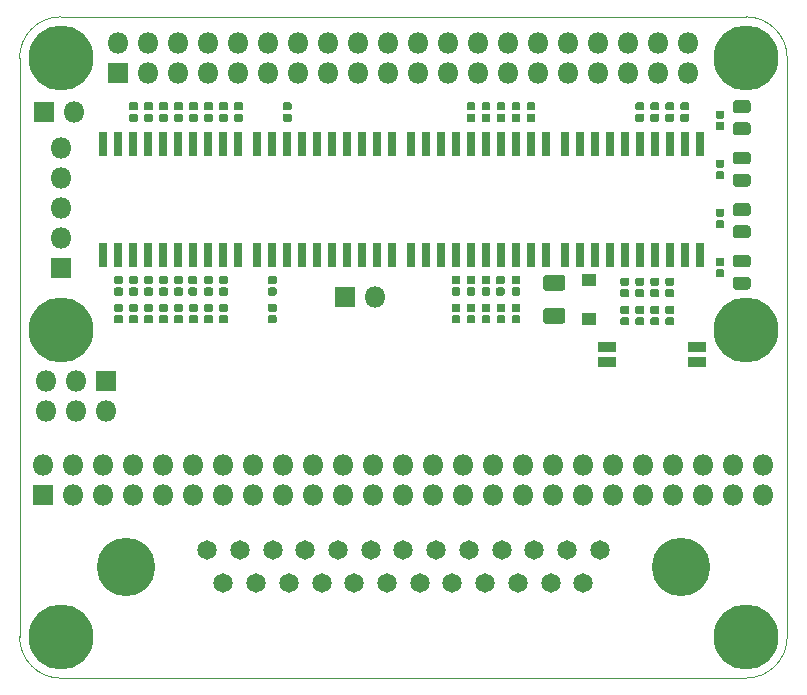
<source format=gbr>
%TF.GenerationSoftware,KiCad,Pcbnew,(5.1.4)-1*%
%TF.CreationDate,2020-08-18T18:52:45-05:00*%
%TF.ProjectId,rascsi_2p2,72617363-7369-45f3-9270-322e6b696361,rev?*%
%TF.SameCoordinates,PX59d60c0PY325aa00*%
%TF.FileFunction,Soldermask,Top*%
%TF.FilePolarity,Negative*%
%FSLAX46Y46*%
G04 Gerber Fmt 4.6, Leading zero omitted, Abs format (unit mm)*
G04 Created by KiCad (PCBNEW (5.1.4)-1) date 2020-08-18 18:52:45*
%MOMM*%
%LPD*%
G04 APERTURE LIST*
%ADD10C,0.050000*%
%ADD11O,1.800000X1.800000*%
%ADD12R,1.800000X1.800000*%
%ADD13C,4.945000*%
%ADD14C,1.645000*%
%ADD15R,0.750000X2.050000*%
%ADD16C,0.150000*%
%ADD17C,0.690000*%
%ADD18C,1.350000*%
%ADD19R,1.300000X1.000000*%
%ADD20R,1.525000X0.850000*%
%ADD21C,0.900000*%
%ADD22C,5.500000*%
%ADD23C,1.075000*%
G04 APERTURE END LIST*
D10*
X83800000Y-45696000D02*
X141800000Y-45696000D01*
X83800000Y-45696000D02*
G75*
G02X80300000Y-42196000I0J3500000D01*
G01*
X145300000Y-42196000D02*
G75*
G02X141800000Y-45696000I-3500000J0D01*
G01*
X80300000Y6800000D02*
X80300000Y-42196000D01*
X145300000Y6800000D02*
X145300000Y-42196000D01*
X83800000Y10300000D02*
X141800000Y10300000D01*
X80300000Y6800000D02*
G75*
G02X83800000Y10300000I3500000J0D01*
G01*
X141800000Y10300000D02*
G75*
G02X145300000Y6800000I0J-3500000D01*
G01*
D11*
%TO.C,J7*%
X84920000Y2280000D03*
D12*
X82380000Y2280000D03*
%TD*%
D13*
%TO.C,J6*%
X89281600Y-36250000D03*
X136321600Y-36250000D03*
D14*
X97566600Y-37670000D03*
X100336600Y-37670000D03*
X103106600Y-37670000D03*
X105876600Y-37670000D03*
X108646600Y-37670000D03*
X111416600Y-37670000D03*
X114186600Y-37670000D03*
X116956600Y-37670000D03*
X119726600Y-37670000D03*
X122496600Y-37670000D03*
X125266600Y-37670000D03*
X128036600Y-37670000D03*
X96181600Y-34830000D03*
X98951600Y-34830000D03*
X101721600Y-34830000D03*
X104491600Y-34830000D03*
X107261600Y-34830000D03*
X110031600Y-34830000D03*
X112801600Y-34830000D03*
X115571600Y-34830000D03*
X118341600Y-34830000D03*
X121111600Y-34830000D03*
X123881600Y-34830000D03*
X126651600Y-34830000D03*
X129421600Y-34830000D03*
%TD*%
D15*
%TO.C,IC4*%
X137892500Y-9900500D03*
X136622500Y-9900500D03*
X135352500Y-9900500D03*
X134082500Y-9900500D03*
X132812500Y-9900500D03*
X131542500Y-9900500D03*
X130272500Y-9900500D03*
X129002500Y-9900500D03*
X127732500Y-9900500D03*
X126462500Y-9900500D03*
X126462500Y-450500D03*
X127732500Y-450500D03*
X129002500Y-450500D03*
X130272500Y-450500D03*
X131542500Y-450500D03*
X132812500Y-450500D03*
X134082500Y-450500D03*
X135352500Y-450500D03*
X136622500Y-450500D03*
X137892500Y-450500D03*
%TD*%
%TO.C,IC3*%
X124875000Y-9900500D03*
X123605000Y-9900500D03*
X122335000Y-9900500D03*
X121065000Y-9900500D03*
X119795000Y-9900500D03*
X118525000Y-9900500D03*
X117255000Y-9900500D03*
X115985000Y-9900500D03*
X114715000Y-9900500D03*
X113445000Y-9900500D03*
X113445000Y-450500D03*
X114715000Y-450500D03*
X115985000Y-450500D03*
X117255000Y-450500D03*
X118525000Y-450500D03*
X119795000Y-450500D03*
X121065000Y-450500D03*
X122335000Y-450500D03*
X123605000Y-450500D03*
X124875000Y-450500D03*
%TD*%
%TO.C,IC2*%
X87410000Y-450500D03*
X88680000Y-450500D03*
X89950000Y-450500D03*
X91220000Y-450500D03*
X92490000Y-450500D03*
X93760000Y-450500D03*
X95030000Y-450500D03*
X96300000Y-450500D03*
X97570000Y-450500D03*
X98840000Y-450500D03*
X98840000Y-9900500D03*
X97570000Y-9900500D03*
X96300000Y-9900500D03*
X95030000Y-9900500D03*
X93760000Y-9900500D03*
X92490000Y-9900500D03*
X91220000Y-9900500D03*
X89950000Y-9900500D03*
X88680000Y-9900500D03*
X87410000Y-9900500D03*
%TD*%
%TO.C,IC1*%
X100427500Y-450500D03*
X101697500Y-450500D03*
X102967500Y-450500D03*
X104237500Y-450500D03*
X105507500Y-450500D03*
X106777500Y-450500D03*
X108047500Y-450500D03*
X109317500Y-450500D03*
X110587500Y-450500D03*
X111857500Y-450500D03*
X111857500Y-9900500D03*
X110587500Y-9900500D03*
X109317500Y-9900500D03*
X108047500Y-9900500D03*
X106777500Y-9900500D03*
X105507500Y-9900500D03*
X104237500Y-9900500D03*
X102967500Y-9900500D03*
X101697500Y-9900500D03*
X100427500Y-9900500D03*
%TD*%
D11*
%TO.C,J5*%
X82560000Y-23110000D03*
X82560000Y-20570000D03*
X85100000Y-23110000D03*
X85100000Y-20570000D03*
X87640000Y-23110000D03*
D12*
X87640000Y-20570000D03*
%TD*%
D16*
%TO.C,R4*%
G36*
X139821408Y-11069331D02*
G01*
X139838153Y-11071815D01*
X139854574Y-11075928D01*
X139870513Y-11081631D01*
X139885816Y-11088869D01*
X139900336Y-11097571D01*
X139913933Y-11107656D01*
X139926476Y-11119024D01*
X139937844Y-11131567D01*
X139947929Y-11145164D01*
X139956631Y-11159684D01*
X139963869Y-11174987D01*
X139969572Y-11190926D01*
X139973685Y-11207347D01*
X139976169Y-11224092D01*
X139977000Y-11241000D01*
X139977000Y-11586000D01*
X139976169Y-11602908D01*
X139973685Y-11619653D01*
X139969572Y-11636074D01*
X139963869Y-11652013D01*
X139956631Y-11667316D01*
X139947929Y-11681836D01*
X139937844Y-11695433D01*
X139926476Y-11707976D01*
X139913933Y-11719344D01*
X139900336Y-11729429D01*
X139885816Y-11738131D01*
X139870513Y-11745369D01*
X139854574Y-11751072D01*
X139838153Y-11755185D01*
X139821408Y-11757669D01*
X139804500Y-11758500D01*
X139409500Y-11758500D01*
X139392592Y-11757669D01*
X139375847Y-11755185D01*
X139359426Y-11751072D01*
X139343487Y-11745369D01*
X139328184Y-11738131D01*
X139313664Y-11729429D01*
X139300067Y-11719344D01*
X139287524Y-11707976D01*
X139276156Y-11695433D01*
X139266071Y-11681836D01*
X139257369Y-11667316D01*
X139250131Y-11652013D01*
X139244428Y-11636074D01*
X139240315Y-11619653D01*
X139237831Y-11602908D01*
X139237000Y-11586000D01*
X139237000Y-11241000D01*
X139237831Y-11224092D01*
X139240315Y-11207347D01*
X139244428Y-11190926D01*
X139250131Y-11174987D01*
X139257369Y-11159684D01*
X139266071Y-11145164D01*
X139276156Y-11131567D01*
X139287524Y-11119024D01*
X139300067Y-11107656D01*
X139313664Y-11097571D01*
X139328184Y-11088869D01*
X139343487Y-11081631D01*
X139359426Y-11075928D01*
X139375847Y-11071815D01*
X139392592Y-11069331D01*
X139409500Y-11068500D01*
X139804500Y-11068500D01*
X139821408Y-11069331D01*
X139821408Y-11069331D01*
G37*
D17*
X139607000Y-11413500D03*
D16*
G36*
X139821408Y-10099331D02*
G01*
X139838153Y-10101815D01*
X139854574Y-10105928D01*
X139870513Y-10111631D01*
X139885816Y-10118869D01*
X139900336Y-10127571D01*
X139913933Y-10137656D01*
X139926476Y-10149024D01*
X139937844Y-10161567D01*
X139947929Y-10175164D01*
X139956631Y-10189684D01*
X139963869Y-10204987D01*
X139969572Y-10220926D01*
X139973685Y-10237347D01*
X139976169Y-10254092D01*
X139977000Y-10271000D01*
X139977000Y-10616000D01*
X139976169Y-10632908D01*
X139973685Y-10649653D01*
X139969572Y-10666074D01*
X139963869Y-10682013D01*
X139956631Y-10697316D01*
X139947929Y-10711836D01*
X139937844Y-10725433D01*
X139926476Y-10737976D01*
X139913933Y-10749344D01*
X139900336Y-10759429D01*
X139885816Y-10768131D01*
X139870513Y-10775369D01*
X139854574Y-10781072D01*
X139838153Y-10785185D01*
X139821408Y-10787669D01*
X139804500Y-10788500D01*
X139409500Y-10788500D01*
X139392592Y-10787669D01*
X139375847Y-10785185D01*
X139359426Y-10781072D01*
X139343487Y-10775369D01*
X139328184Y-10768131D01*
X139313664Y-10759429D01*
X139300067Y-10749344D01*
X139287524Y-10737976D01*
X139276156Y-10725433D01*
X139266071Y-10711836D01*
X139257369Y-10697316D01*
X139250131Y-10682013D01*
X139244428Y-10666074D01*
X139240315Y-10649653D01*
X139237831Y-10632908D01*
X139237000Y-10616000D01*
X139237000Y-10271000D01*
X139237831Y-10254092D01*
X139240315Y-10237347D01*
X139244428Y-10220926D01*
X139250131Y-10204987D01*
X139257369Y-10189684D01*
X139266071Y-10175164D01*
X139276156Y-10161567D01*
X139287524Y-10149024D01*
X139300067Y-10137656D01*
X139313664Y-10127571D01*
X139328184Y-10118869D01*
X139343487Y-10111631D01*
X139359426Y-10105928D01*
X139375847Y-10101815D01*
X139392592Y-10099331D01*
X139409500Y-10098500D01*
X139804500Y-10098500D01*
X139821408Y-10099331D01*
X139821408Y-10099331D01*
G37*
D17*
X139607000Y-10443500D03*
%TD*%
D16*
%TO.C,R2*%
G36*
X139821408Y-2763664D02*
G01*
X139838153Y-2766148D01*
X139854574Y-2770261D01*
X139870513Y-2775964D01*
X139885816Y-2783202D01*
X139900336Y-2791904D01*
X139913933Y-2801989D01*
X139926476Y-2813357D01*
X139937844Y-2825900D01*
X139947929Y-2839497D01*
X139956631Y-2854017D01*
X139963869Y-2869320D01*
X139969572Y-2885259D01*
X139973685Y-2901680D01*
X139976169Y-2918425D01*
X139977000Y-2935333D01*
X139977000Y-3280333D01*
X139976169Y-3297241D01*
X139973685Y-3313986D01*
X139969572Y-3330407D01*
X139963869Y-3346346D01*
X139956631Y-3361649D01*
X139947929Y-3376169D01*
X139937844Y-3389766D01*
X139926476Y-3402309D01*
X139913933Y-3413677D01*
X139900336Y-3423762D01*
X139885816Y-3432464D01*
X139870513Y-3439702D01*
X139854574Y-3445405D01*
X139838153Y-3449518D01*
X139821408Y-3452002D01*
X139804500Y-3452833D01*
X139409500Y-3452833D01*
X139392592Y-3452002D01*
X139375847Y-3449518D01*
X139359426Y-3445405D01*
X139343487Y-3439702D01*
X139328184Y-3432464D01*
X139313664Y-3423762D01*
X139300067Y-3413677D01*
X139287524Y-3402309D01*
X139276156Y-3389766D01*
X139266071Y-3376169D01*
X139257369Y-3361649D01*
X139250131Y-3346346D01*
X139244428Y-3330407D01*
X139240315Y-3313986D01*
X139237831Y-3297241D01*
X139237000Y-3280333D01*
X139237000Y-2935333D01*
X139237831Y-2918425D01*
X139240315Y-2901680D01*
X139244428Y-2885259D01*
X139250131Y-2869320D01*
X139257369Y-2854017D01*
X139266071Y-2839497D01*
X139276156Y-2825900D01*
X139287524Y-2813357D01*
X139300067Y-2801989D01*
X139313664Y-2791904D01*
X139328184Y-2783202D01*
X139343487Y-2775964D01*
X139359426Y-2770261D01*
X139375847Y-2766148D01*
X139392592Y-2763664D01*
X139409500Y-2762833D01*
X139804500Y-2762833D01*
X139821408Y-2763664D01*
X139821408Y-2763664D01*
G37*
D17*
X139607000Y-3107833D03*
D16*
G36*
X139821408Y-1793664D02*
G01*
X139838153Y-1796148D01*
X139854574Y-1800261D01*
X139870513Y-1805964D01*
X139885816Y-1813202D01*
X139900336Y-1821904D01*
X139913933Y-1831989D01*
X139926476Y-1843357D01*
X139937844Y-1855900D01*
X139947929Y-1869497D01*
X139956631Y-1884017D01*
X139963869Y-1899320D01*
X139969572Y-1915259D01*
X139973685Y-1931680D01*
X139976169Y-1948425D01*
X139977000Y-1965333D01*
X139977000Y-2310333D01*
X139976169Y-2327241D01*
X139973685Y-2343986D01*
X139969572Y-2360407D01*
X139963869Y-2376346D01*
X139956631Y-2391649D01*
X139947929Y-2406169D01*
X139937844Y-2419766D01*
X139926476Y-2432309D01*
X139913933Y-2443677D01*
X139900336Y-2453762D01*
X139885816Y-2462464D01*
X139870513Y-2469702D01*
X139854574Y-2475405D01*
X139838153Y-2479518D01*
X139821408Y-2482002D01*
X139804500Y-2482833D01*
X139409500Y-2482833D01*
X139392592Y-2482002D01*
X139375847Y-2479518D01*
X139359426Y-2475405D01*
X139343487Y-2469702D01*
X139328184Y-2462464D01*
X139313664Y-2453762D01*
X139300067Y-2443677D01*
X139287524Y-2432309D01*
X139276156Y-2419766D01*
X139266071Y-2406169D01*
X139257369Y-2391649D01*
X139250131Y-2376346D01*
X139244428Y-2360407D01*
X139240315Y-2343986D01*
X139237831Y-2327241D01*
X139237000Y-2310333D01*
X139237000Y-1965333D01*
X139237831Y-1948425D01*
X139240315Y-1931680D01*
X139244428Y-1915259D01*
X139250131Y-1899320D01*
X139257369Y-1884017D01*
X139266071Y-1869497D01*
X139276156Y-1855900D01*
X139287524Y-1843357D01*
X139300067Y-1831989D01*
X139313664Y-1821904D01*
X139328184Y-1813202D01*
X139343487Y-1805964D01*
X139359426Y-1800261D01*
X139375847Y-1796148D01*
X139392592Y-1793664D01*
X139409500Y-1792833D01*
X139804500Y-1792833D01*
X139821408Y-1793664D01*
X139821408Y-1793664D01*
G37*
D17*
X139607000Y-2137833D03*
%TD*%
D16*
%TO.C,R1*%
G36*
X139821408Y1389169D02*
G01*
X139838153Y1386685D01*
X139854574Y1382572D01*
X139870513Y1376869D01*
X139885816Y1369631D01*
X139900336Y1360929D01*
X139913933Y1350844D01*
X139926476Y1339476D01*
X139937844Y1326933D01*
X139947929Y1313336D01*
X139956631Y1298816D01*
X139963869Y1283513D01*
X139969572Y1267574D01*
X139973685Y1251153D01*
X139976169Y1234408D01*
X139977000Y1217500D01*
X139977000Y872500D01*
X139976169Y855592D01*
X139973685Y838847D01*
X139969572Y822426D01*
X139963869Y806487D01*
X139956631Y791184D01*
X139947929Y776664D01*
X139937844Y763067D01*
X139926476Y750524D01*
X139913933Y739156D01*
X139900336Y729071D01*
X139885816Y720369D01*
X139870513Y713131D01*
X139854574Y707428D01*
X139838153Y703315D01*
X139821408Y700831D01*
X139804500Y700000D01*
X139409500Y700000D01*
X139392592Y700831D01*
X139375847Y703315D01*
X139359426Y707428D01*
X139343487Y713131D01*
X139328184Y720369D01*
X139313664Y729071D01*
X139300067Y739156D01*
X139287524Y750524D01*
X139276156Y763067D01*
X139266071Y776664D01*
X139257369Y791184D01*
X139250131Y806487D01*
X139244428Y822426D01*
X139240315Y838847D01*
X139237831Y855592D01*
X139237000Y872500D01*
X139237000Y1217500D01*
X139237831Y1234408D01*
X139240315Y1251153D01*
X139244428Y1267574D01*
X139250131Y1283513D01*
X139257369Y1298816D01*
X139266071Y1313336D01*
X139276156Y1326933D01*
X139287524Y1339476D01*
X139300067Y1350844D01*
X139313664Y1360929D01*
X139328184Y1369631D01*
X139343487Y1376869D01*
X139359426Y1382572D01*
X139375847Y1386685D01*
X139392592Y1389169D01*
X139409500Y1390000D01*
X139804500Y1390000D01*
X139821408Y1389169D01*
X139821408Y1389169D01*
G37*
D17*
X139607000Y1045000D03*
D16*
G36*
X139821408Y2359169D02*
G01*
X139838153Y2356685D01*
X139854574Y2352572D01*
X139870513Y2346869D01*
X139885816Y2339631D01*
X139900336Y2330929D01*
X139913933Y2320844D01*
X139926476Y2309476D01*
X139937844Y2296933D01*
X139947929Y2283336D01*
X139956631Y2268816D01*
X139963869Y2253513D01*
X139969572Y2237574D01*
X139973685Y2221153D01*
X139976169Y2204408D01*
X139977000Y2187500D01*
X139977000Y1842500D01*
X139976169Y1825592D01*
X139973685Y1808847D01*
X139969572Y1792426D01*
X139963869Y1776487D01*
X139956631Y1761184D01*
X139947929Y1746664D01*
X139937844Y1733067D01*
X139926476Y1720524D01*
X139913933Y1709156D01*
X139900336Y1699071D01*
X139885816Y1690369D01*
X139870513Y1683131D01*
X139854574Y1677428D01*
X139838153Y1673315D01*
X139821408Y1670831D01*
X139804500Y1670000D01*
X139409500Y1670000D01*
X139392592Y1670831D01*
X139375847Y1673315D01*
X139359426Y1677428D01*
X139343487Y1683131D01*
X139328184Y1690369D01*
X139313664Y1699071D01*
X139300067Y1709156D01*
X139287524Y1720524D01*
X139276156Y1733067D01*
X139266071Y1746664D01*
X139257369Y1761184D01*
X139250131Y1776487D01*
X139244428Y1792426D01*
X139240315Y1808847D01*
X139237831Y1825592D01*
X139237000Y1842500D01*
X139237000Y2187500D01*
X139237831Y2204408D01*
X139240315Y2221153D01*
X139244428Y2237574D01*
X139250131Y2253513D01*
X139257369Y2268816D01*
X139266071Y2283336D01*
X139276156Y2296933D01*
X139287524Y2309476D01*
X139300067Y2320844D01*
X139313664Y2330929D01*
X139328184Y2339631D01*
X139343487Y2346869D01*
X139359426Y2352572D01*
X139375847Y2356685D01*
X139392592Y2359169D01*
X139409500Y2360000D01*
X139804500Y2360000D01*
X139821408Y2359169D01*
X139821408Y2359169D01*
G37*
D17*
X139607000Y2015000D03*
%TD*%
D11*
%TO.C,J3*%
X143226500Y-27654500D03*
X143226500Y-30194500D03*
X140686500Y-27654500D03*
X140686500Y-30194500D03*
X138146500Y-27654500D03*
X138146500Y-30194500D03*
X135606500Y-27654500D03*
X135606500Y-30194500D03*
X133066500Y-27654500D03*
X133066500Y-30194500D03*
X130526500Y-27654500D03*
X130526500Y-30194500D03*
X127986500Y-27654500D03*
X127986500Y-30194500D03*
X125446500Y-27654500D03*
X125446500Y-30194500D03*
X122906500Y-27654500D03*
X122906500Y-30194500D03*
X120366500Y-27654500D03*
X120366500Y-30194500D03*
X117826500Y-27654500D03*
X117826500Y-30194500D03*
X115286500Y-27654500D03*
X115286500Y-30194500D03*
X112746500Y-27654500D03*
X112746500Y-30194500D03*
X110206500Y-27654500D03*
X110206500Y-30194500D03*
X107666500Y-27654500D03*
X107666500Y-30194500D03*
X105126500Y-27654500D03*
X105126500Y-30194500D03*
X102586500Y-27654500D03*
X102586500Y-30194500D03*
X100046500Y-27654500D03*
X100046500Y-30194500D03*
X97506500Y-27654500D03*
X97506500Y-30194500D03*
X94966500Y-27654500D03*
X94966500Y-30194500D03*
X92426500Y-27654500D03*
X92426500Y-30194500D03*
X89886500Y-27654500D03*
X89886500Y-30194500D03*
X87346500Y-27654500D03*
X87346500Y-30194500D03*
X84806500Y-27654500D03*
X84806500Y-30194500D03*
X82266500Y-27654500D03*
D12*
X82266500Y-30194500D03*
%TD*%
D11*
%TO.C,J2*%
X110397000Y-13430500D03*
D12*
X107857000Y-13430500D03*
%TD*%
D16*
%TO.C,R58*%
G36*
X101911908Y-13998331D02*
G01*
X101928653Y-14000815D01*
X101945074Y-14004928D01*
X101961013Y-14010631D01*
X101976316Y-14017869D01*
X101990836Y-14026571D01*
X102004433Y-14036656D01*
X102016976Y-14048024D01*
X102028344Y-14060567D01*
X102038429Y-14074164D01*
X102047131Y-14088684D01*
X102054369Y-14103987D01*
X102060072Y-14119926D01*
X102064185Y-14136347D01*
X102066669Y-14153092D01*
X102067500Y-14170000D01*
X102067500Y-14515000D01*
X102066669Y-14531908D01*
X102064185Y-14548653D01*
X102060072Y-14565074D01*
X102054369Y-14581013D01*
X102047131Y-14596316D01*
X102038429Y-14610836D01*
X102028344Y-14624433D01*
X102016976Y-14636976D01*
X102004433Y-14648344D01*
X101990836Y-14658429D01*
X101976316Y-14667131D01*
X101961013Y-14674369D01*
X101945074Y-14680072D01*
X101928653Y-14684185D01*
X101911908Y-14686669D01*
X101895000Y-14687500D01*
X101500000Y-14687500D01*
X101483092Y-14686669D01*
X101466347Y-14684185D01*
X101449926Y-14680072D01*
X101433987Y-14674369D01*
X101418684Y-14667131D01*
X101404164Y-14658429D01*
X101390567Y-14648344D01*
X101378024Y-14636976D01*
X101366656Y-14624433D01*
X101356571Y-14610836D01*
X101347869Y-14596316D01*
X101340631Y-14581013D01*
X101334928Y-14565074D01*
X101330815Y-14548653D01*
X101328331Y-14531908D01*
X101327500Y-14515000D01*
X101327500Y-14170000D01*
X101328331Y-14153092D01*
X101330815Y-14136347D01*
X101334928Y-14119926D01*
X101340631Y-14103987D01*
X101347869Y-14088684D01*
X101356571Y-14074164D01*
X101366656Y-14060567D01*
X101378024Y-14048024D01*
X101390567Y-14036656D01*
X101404164Y-14026571D01*
X101418684Y-14017869D01*
X101433987Y-14010631D01*
X101449926Y-14004928D01*
X101466347Y-14000815D01*
X101483092Y-13998331D01*
X101500000Y-13997500D01*
X101895000Y-13997500D01*
X101911908Y-13998331D01*
X101911908Y-13998331D01*
G37*
D17*
X101697500Y-14342500D03*
D16*
G36*
X101911908Y-14968331D02*
G01*
X101928653Y-14970815D01*
X101945074Y-14974928D01*
X101961013Y-14980631D01*
X101976316Y-14987869D01*
X101990836Y-14996571D01*
X102004433Y-15006656D01*
X102016976Y-15018024D01*
X102028344Y-15030567D01*
X102038429Y-15044164D01*
X102047131Y-15058684D01*
X102054369Y-15073987D01*
X102060072Y-15089926D01*
X102064185Y-15106347D01*
X102066669Y-15123092D01*
X102067500Y-15140000D01*
X102067500Y-15485000D01*
X102066669Y-15501908D01*
X102064185Y-15518653D01*
X102060072Y-15535074D01*
X102054369Y-15551013D01*
X102047131Y-15566316D01*
X102038429Y-15580836D01*
X102028344Y-15594433D01*
X102016976Y-15606976D01*
X102004433Y-15618344D01*
X101990836Y-15628429D01*
X101976316Y-15637131D01*
X101961013Y-15644369D01*
X101945074Y-15650072D01*
X101928653Y-15654185D01*
X101911908Y-15656669D01*
X101895000Y-15657500D01*
X101500000Y-15657500D01*
X101483092Y-15656669D01*
X101466347Y-15654185D01*
X101449926Y-15650072D01*
X101433987Y-15644369D01*
X101418684Y-15637131D01*
X101404164Y-15628429D01*
X101390567Y-15618344D01*
X101378024Y-15606976D01*
X101366656Y-15594433D01*
X101356571Y-15580836D01*
X101347869Y-15566316D01*
X101340631Y-15551013D01*
X101334928Y-15535074D01*
X101330815Y-15518653D01*
X101328331Y-15501908D01*
X101327500Y-15485000D01*
X101327500Y-15140000D01*
X101328331Y-15123092D01*
X101330815Y-15106347D01*
X101334928Y-15089926D01*
X101340631Y-15073987D01*
X101347869Y-15058684D01*
X101356571Y-15044164D01*
X101366656Y-15030567D01*
X101378024Y-15018024D01*
X101390567Y-15006656D01*
X101404164Y-14996571D01*
X101418684Y-14987869D01*
X101433987Y-14980631D01*
X101449926Y-14974928D01*
X101466347Y-14970815D01*
X101483092Y-14968331D01*
X101500000Y-14967500D01*
X101895000Y-14967500D01*
X101911908Y-14968331D01*
X101911908Y-14968331D01*
G37*
D17*
X101697500Y-15312500D03*
%TD*%
D16*
%TO.C,R57*%
G36*
X97784408Y-13998331D02*
G01*
X97801153Y-14000815D01*
X97817574Y-14004928D01*
X97833513Y-14010631D01*
X97848816Y-14017869D01*
X97863336Y-14026571D01*
X97876933Y-14036656D01*
X97889476Y-14048024D01*
X97900844Y-14060567D01*
X97910929Y-14074164D01*
X97919631Y-14088684D01*
X97926869Y-14103987D01*
X97932572Y-14119926D01*
X97936685Y-14136347D01*
X97939169Y-14153092D01*
X97940000Y-14170000D01*
X97940000Y-14515000D01*
X97939169Y-14531908D01*
X97936685Y-14548653D01*
X97932572Y-14565074D01*
X97926869Y-14581013D01*
X97919631Y-14596316D01*
X97910929Y-14610836D01*
X97900844Y-14624433D01*
X97889476Y-14636976D01*
X97876933Y-14648344D01*
X97863336Y-14658429D01*
X97848816Y-14667131D01*
X97833513Y-14674369D01*
X97817574Y-14680072D01*
X97801153Y-14684185D01*
X97784408Y-14686669D01*
X97767500Y-14687500D01*
X97372500Y-14687500D01*
X97355592Y-14686669D01*
X97338847Y-14684185D01*
X97322426Y-14680072D01*
X97306487Y-14674369D01*
X97291184Y-14667131D01*
X97276664Y-14658429D01*
X97263067Y-14648344D01*
X97250524Y-14636976D01*
X97239156Y-14624433D01*
X97229071Y-14610836D01*
X97220369Y-14596316D01*
X97213131Y-14581013D01*
X97207428Y-14565074D01*
X97203315Y-14548653D01*
X97200831Y-14531908D01*
X97200000Y-14515000D01*
X97200000Y-14170000D01*
X97200831Y-14153092D01*
X97203315Y-14136347D01*
X97207428Y-14119926D01*
X97213131Y-14103987D01*
X97220369Y-14088684D01*
X97229071Y-14074164D01*
X97239156Y-14060567D01*
X97250524Y-14048024D01*
X97263067Y-14036656D01*
X97276664Y-14026571D01*
X97291184Y-14017869D01*
X97306487Y-14010631D01*
X97322426Y-14004928D01*
X97338847Y-14000815D01*
X97355592Y-13998331D01*
X97372500Y-13997500D01*
X97767500Y-13997500D01*
X97784408Y-13998331D01*
X97784408Y-13998331D01*
G37*
D17*
X97570000Y-14342500D03*
D16*
G36*
X97784408Y-14968331D02*
G01*
X97801153Y-14970815D01*
X97817574Y-14974928D01*
X97833513Y-14980631D01*
X97848816Y-14987869D01*
X97863336Y-14996571D01*
X97876933Y-15006656D01*
X97889476Y-15018024D01*
X97900844Y-15030567D01*
X97910929Y-15044164D01*
X97919631Y-15058684D01*
X97926869Y-15073987D01*
X97932572Y-15089926D01*
X97936685Y-15106347D01*
X97939169Y-15123092D01*
X97940000Y-15140000D01*
X97940000Y-15485000D01*
X97939169Y-15501908D01*
X97936685Y-15518653D01*
X97932572Y-15535074D01*
X97926869Y-15551013D01*
X97919631Y-15566316D01*
X97910929Y-15580836D01*
X97900844Y-15594433D01*
X97889476Y-15606976D01*
X97876933Y-15618344D01*
X97863336Y-15628429D01*
X97848816Y-15637131D01*
X97833513Y-15644369D01*
X97817574Y-15650072D01*
X97801153Y-15654185D01*
X97784408Y-15656669D01*
X97767500Y-15657500D01*
X97372500Y-15657500D01*
X97355592Y-15656669D01*
X97338847Y-15654185D01*
X97322426Y-15650072D01*
X97306487Y-15644369D01*
X97291184Y-15637131D01*
X97276664Y-15628429D01*
X97263067Y-15618344D01*
X97250524Y-15606976D01*
X97239156Y-15594433D01*
X97229071Y-15580836D01*
X97220369Y-15566316D01*
X97213131Y-15551013D01*
X97207428Y-15535074D01*
X97203315Y-15518653D01*
X97200831Y-15501908D01*
X97200000Y-15485000D01*
X97200000Y-15140000D01*
X97200831Y-15123092D01*
X97203315Y-15106347D01*
X97207428Y-15089926D01*
X97213131Y-15073987D01*
X97220369Y-15058684D01*
X97229071Y-15044164D01*
X97239156Y-15030567D01*
X97250524Y-15018024D01*
X97263067Y-15006656D01*
X97276664Y-14996571D01*
X97291184Y-14987869D01*
X97306487Y-14980631D01*
X97322426Y-14974928D01*
X97338847Y-14970815D01*
X97355592Y-14968331D01*
X97372500Y-14967500D01*
X97767500Y-14967500D01*
X97784408Y-14968331D01*
X97784408Y-14968331D01*
G37*
D17*
X97570000Y-15312500D03*
%TD*%
D16*
%TO.C,R56*%
G36*
X96514408Y-13998331D02*
G01*
X96531153Y-14000815D01*
X96547574Y-14004928D01*
X96563513Y-14010631D01*
X96578816Y-14017869D01*
X96593336Y-14026571D01*
X96606933Y-14036656D01*
X96619476Y-14048024D01*
X96630844Y-14060567D01*
X96640929Y-14074164D01*
X96649631Y-14088684D01*
X96656869Y-14103987D01*
X96662572Y-14119926D01*
X96666685Y-14136347D01*
X96669169Y-14153092D01*
X96670000Y-14170000D01*
X96670000Y-14515000D01*
X96669169Y-14531908D01*
X96666685Y-14548653D01*
X96662572Y-14565074D01*
X96656869Y-14581013D01*
X96649631Y-14596316D01*
X96640929Y-14610836D01*
X96630844Y-14624433D01*
X96619476Y-14636976D01*
X96606933Y-14648344D01*
X96593336Y-14658429D01*
X96578816Y-14667131D01*
X96563513Y-14674369D01*
X96547574Y-14680072D01*
X96531153Y-14684185D01*
X96514408Y-14686669D01*
X96497500Y-14687500D01*
X96102500Y-14687500D01*
X96085592Y-14686669D01*
X96068847Y-14684185D01*
X96052426Y-14680072D01*
X96036487Y-14674369D01*
X96021184Y-14667131D01*
X96006664Y-14658429D01*
X95993067Y-14648344D01*
X95980524Y-14636976D01*
X95969156Y-14624433D01*
X95959071Y-14610836D01*
X95950369Y-14596316D01*
X95943131Y-14581013D01*
X95937428Y-14565074D01*
X95933315Y-14548653D01*
X95930831Y-14531908D01*
X95930000Y-14515000D01*
X95930000Y-14170000D01*
X95930831Y-14153092D01*
X95933315Y-14136347D01*
X95937428Y-14119926D01*
X95943131Y-14103987D01*
X95950369Y-14088684D01*
X95959071Y-14074164D01*
X95969156Y-14060567D01*
X95980524Y-14048024D01*
X95993067Y-14036656D01*
X96006664Y-14026571D01*
X96021184Y-14017869D01*
X96036487Y-14010631D01*
X96052426Y-14004928D01*
X96068847Y-14000815D01*
X96085592Y-13998331D01*
X96102500Y-13997500D01*
X96497500Y-13997500D01*
X96514408Y-13998331D01*
X96514408Y-13998331D01*
G37*
D17*
X96300000Y-14342500D03*
D16*
G36*
X96514408Y-14968331D02*
G01*
X96531153Y-14970815D01*
X96547574Y-14974928D01*
X96563513Y-14980631D01*
X96578816Y-14987869D01*
X96593336Y-14996571D01*
X96606933Y-15006656D01*
X96619476Y-15018024D01*
X96630844Y-15030567D01*
X96640929Y-15044164D01*
X96649631Y-15058684D01*
X96656869Y-15073987D01*
X96662572Y-15089926D01*
X96666685Y-15106347D01*
X96669169Y-15123092D01*
X96670000Y-15140000D01*
X96670000Y-15485000D01*
X96669169Y-15501908D01*
X96666685Y-15518653D01*
X96662572Y-15535074D01*
X96656869Y-15551013D01*
X96649631Y-15566316D01*
X96640929Y-15580836D01*
X96630844Y-15594433D01*
X96619476Y-15606976D01*
X96606933Y-15618344D01*
X96593336Y-15628429D01*
X96578816Y-15637131D01*
X96563513Y-15644369D01*
X96547574Y-15650072D01*
X96531153Y-15654185D01*
X96514408Y-15656669D01*
X96497500Y-15657500D01*
X96102500Y-15657500D01*
X96085592Y-15656669D01*
X96068847Y-15654185D01*
X96052426Y-15650072D01*
X96036487Y-15644369D01*
X96021184Y-15637131D01*
X96006664Y-15628429D01*
X95993067Y-15618344D01*
X95980524Y-15606976D01*
X95969156Y-15594433D01*
X95959071Y-15580836D01*
X95950369Y-15566316D01*
X95943131Y-15551013D01*
X95937428Y-15535074D01*
X95933315Y-15518653D01*
X95930831Y-15501908D01*
X95930000Y-15485000D01*
X95930000Y-15140000D01*
X95930831Y-15123092D01*
X95933315Y-15106347D01*
X95937428Y-15089926D01*
X95943131Y-15073987D01*
X95950369Y-15058684D01*
X95959071Y-15044164D01*
X95969156Y-15030567D01*
X95980524Y-15018024D01*
X95993067Y-15006656D01*
X96006664Y-14996571D01*
X96021184Y-14987869D01*
X96036487Y-14980631D01*
X96052426Y-14974928D01*
X96068847Y-14970815D01*
X96085592Y-14968331D01*
X96102500Y-14967500D01*
X96497500Y-14967500D01*
X96514408Y-14968331D01*
X96514408Y-14968331D01*
G37*
D17*
X96300000Y-15312500D03*
%TD*%
D16*
%TO.C,R55*%
G36*
X95244408Y-13998331D02*
G01*
X95261153Y-14000815D01*
X95277574Y-14004928D01*
X95293513Y-14010631D01*
X95308816Y-14017869D01*
X95323336Y-14026571D01*
X95336933Y-14036656D01*
X95349476Y-14048024D01*
X95360844Y-14060567D01*
X95370929Y-14074164D01*
X95379631Y-14088684D01*
X95386869Y-14103987D01*
X95392572Y-14119926D01*
X95396685Y-14136347D01*
X95399169Y-14153092D01*
X95400000Y-14170000D01*
X95400000Y-14515000D01*
X95399169Y-14531908D01*
X95396685Y-14548653D01*
X95392572Y-14565074D01*
X95386869Y-14581013D01*
X95379631Y-14596316D01*
X95370929Y-14610836D01*
X95360844Y-14624433D01*
X95349476Y-14636976D01*
X95336933Y-14648344D01*
X95323336Y-14658429D01*
X95308816Y-14667131D01*
X95293513Y-14674369D01*
X95277574Y-14680072D01*
X95261153Y-14684185D01*
X95244408Y-14686669D01*
X95227500Y-14687500D01*
X94832500Y-14687500D01*
X94815592Y-14686669D01*
X94798847Y-14684185D01*
X94782426Y-14680072D01*
X94766487Y-14674369D01*
X94751184Y-14667131D01*
X94736664Y-14658429D01*
X94723067Y-14648344D01*
X94710524Y-14636976D01*
X94699156Y-14624433D01*
X94689071Y-14610836D01*
X94680369Y-14596316D01*
X94673131Y-14581013D01*
X94667428Y-14565074D01*
X94663315Y-14548653D01*
X94660831Y-14531908D01*
X94660000Y-14515000D01*
X94660000Y-14170000D01*
X94660831Y-14153092D01*
X94663315Y-14136347D01*
X94667428Y-14119926D01*
X94673131Y-14103987D01*
X94680369Y-14088684D01*
X94689071Y-14074164D01*
X94699156Y-14060567D01*
X94710524Y-14048024D01*
X94723067Y-14036656D01*
X94736664Y-14026571D01*
X94751184Y-14017869D01*
X94766487Y-14010631D01*
X94782426Y-14004928D01*
X94798847Y-14000815D01*
X94815592Y-13998331D01*
X94832500Y-13997500D01*
X95227500Y-13997500D01*
X95244408Y-13998331D01*
X95244408Y-13998331D01*
G37*
D17*
X95030000Y-14342500D03*
D16*
G36*
X95244408Y-14968331D02*
G01*
X95261153Y-14970815D01*
X95277574Y-14974928D01*
X95293513Y-14980631D01*
X95308816Y-14987869D01*
X95323336Y-14996571D01*
X95336933Y-15006656D01*
X95349476Y-15018024D01*
X95360844Y-15030567D01*
X95370929Y-15044164D01*
X95379631Y-15058684D01*
X95386869Y-15073987D01*
X95392572Y-15089926D01*
X95396685Y-15106347D01*
X95399169Y-15123092D01*
X95400000Y-15140000D01*
X95400000Y-15485000D01*
X95399169Y-15501908D01*
X95396685Y-15518653D01*
X95392572Y-15535074D01*
X95386869Y-15551013D01*
X95379631Y-15566316D01*
X95370929Y-15580836D01*
X95360844Y-15594433D01*
X95349476Y-15606976D01*
X95336933Y-15618344D01*
X95323336Y-15628429D01*
X95308816Y-15637131D01*
X95293513Y-15644369D01*
X95277574Y-15650072D01*
X95261153Y-15654185D01*
X95244408Y-15656669D01*
X95227500Y-15657500D01*
X94832500Y-15657500D01*
X94815592Y-15656669D01*
X94798847Y-15654185D01*
X94782426Y-15650072D01*
X94766487Y-15644369D01*
X94751184Y-15637131D01*
X94736664Y-15628429D01*
X94723067Y-15618344D01*
X94710524Y-15606976D01*
X94699156Y-15594433D01*
X94689071Y-15580836D01*
X94680369Y-15566316D01*
X94673131Y-15551013D01*
X94667428Y-15535074D01*
X94663315Y-15518653D01*
X94660831Y-15501908D01*
X94660000Y-15485000D01*
X94660000Y-15140000D01*
X94660831Y-15123092D01*
X94663315Y-15106347D01*
X94667428Y-15089926D01*
X94673131Y-15073987D01*
X94680369Y-15058684D01*
X94689071Y-15044164D01*
X94699156Y-15030567D01*
X94710524Y-15018024D01*
X94723067Y-15006656D01*
X94736664Y-14996571D01*
X94751184Y-14987869D01*
X94766487Y-14980631D01*
X94782426Y-14974928D01*
X94798847Y-14970815D01*
X94815592Y-14968331D01*
X94832500Y-14967500D01*
X95227500Y-14967500D01*
X95244408Y-14968331D01*
X95244408Y-14968331D01*
G37*
D17*
X95030000Y-15312500D03*
%TD*%
D16*
%TO.C,R54*%
G36*
X93974408Y-13998331D02*
G01*
X93991153Y-14000815D01*
X94007574Y-14004928D01*
X94023513Y-14010631D01*
X94038816Y-14017869D01*
X94053336Y-14026571D01*
X94066933Y-14036656D01*
X94079476Y-14048024D01*
X94090844Y-14060567D01*
X94100929Y-14074164D01*
X94109631Y-14088684D01*
X94116869Y-14103987D01*
X94122572Y-14119926D01*
X94126685Y-14136347D01*
X94129169Y-14153092D01*
X94130000Y-14170000D01*
X94130000Y-14515000D01*
X94129169Y-14531908D01*
X94126685Y-14548653D01*
X94122572Y-14565074D01*
X94116869Y-14581013D01*
X94109631Y-14596316D01*
X94100929Y-14610836D01*
X94090844Y-14624433D01*
X94079476Y-14636976D01*
X94066933Y-14648344D01*
X94053336Y-14658429D01*
X94038816Y-14667131D01*
X94023513Y-14674369D01*
X94007574Y-14680072D01*
X93991153Y-14684185D01*
X93974408Y-14686669D01*
X93957500Y-14687500D01*
X93562500Y-14687500D01*
X93545592Y-14686669D01*
X93528847Y-14684185D01*
X93512426Y-14680072D01*
X93496487Y-14674369D01*
X93481184Y-14667131D01*
X93466664Y-14658429D01*
X93453067Y-14648344D01*
X93440524Y-14636976D01*
X93429156Y-14624433D01*
X93419071Y-14610836D01*
X93410369Y-14596316D01*
X93403131Y-14581013D01*
X93397428Y-14565074D01*
X93393315Y-14548653D01*
X93390831Y-14531908D01*
X93390000Y-14515000D01*
X93390000Y-14170000D01*
X93390831Y-14153092D01*
X93393315Y-14136347D01*
X93397428Y-14119926D01*
X93403131Y-14103987D01*
X93410369Y-14088684D01*
X93419071Y-14074164D01*
X93429156Y-14060567D01*
X93440524Y-14048024D01*
X93453067Y-14036656D01*
X93466664Y-14026571D01*
X93481184Y-14017869D01*
X93496487Y-14010631D01*
X93512426Y-14004928D01*
X93528847Y-14000815D01*
X93545592Y-13998331D01*
X93562500Y-13997500D01*
X93957500Y-13997500D01*
X93974408Y-13998331D01*
X93974408Y-13998331D01*
G37*
D17*
X93760000Y-14342500D03*
D16*
G36*
X93974408Y-14968331D02*
G01*
X93991153Y-14970815D01*
X94007574Y-14974928D01*
X94023513Y-14980631D01*
X94038816Y-14987869D01*
X94053336Y-14996571D01*
X94066933Y-15006656D01*
X94079476Y-15018024D01*
X94090844Y-15030567D01*
X94100929Y-15044164D01*
X94109631Y-15058684D01*
X94116869Y-15073987D01*
X94122572Y-15089926D01*
X94126685Y-15106347D01*
X94129169Y-15123092D01*
X94130000Y-15140000D01*
X94130000Y-15485000D01*
X94129169Y-15501908D01*
X94126685Y-15518653D01*
X94122572Y-15535074D01*
X94116869Y-15551013D01*
X94109631Y-15566316D01*
X94100929Y-15580836D01*
X94090844Y-15594433D01*
X94079476Y-15606976D01*
X94066933Y-15618344D01*
X94053336Y-15628429D01*
X94038816Y-15637131D01*
X94023513Y-15644369D01*
X94007574Y-15650072D01*
X93991153Y-15654185D01*
X93974408Y-15656669D01*
X93957500Y-15657500D01*
X93562500Y-15657500D01*
X93545592Y-15656669D01*
X93528847Y-15654185D01*
X93512426Y-15650072D01*
X93496487Y-15644369D01*
X93481184Y-15637131D01*
X93466664Y-15628429D01*
X93453067Y-15618344D01*
X93440524Y-15606976D01*
X93429156Y-15594433D01*
X93419071Y-15580836D01*
X93410369Y-15566316D01*
X93403131Y-15551013D01*
X93397428Y-15535074D01*
X93393315Y-15518653D01*
X93390831Y-15501908D01*
X93390000Y-15485000D01*
X93390000Y-15140000D01*
X93390831Y-15123092D01*
X93393315Y-15106347D01*
X93397428Y-15089926D01*
X93403131Y-15073987D01*
X93410369Y-15058684D01*
X93419071Y-15044164D01*
X93429156Y-15030567D01*
X93440524Y-15018024D01*
X93453067Y-15006656D01*
X93466664Y-14996571D01*
X93481184Y-14987869D01*
X93496487Y-14980631D01*
X93512426Y-14974928D01*
X93528847Y-14970815D01*
X93545592Y-14968331D01*
X93562500Y-14967500D01*
X93957500Y-14967500D01*
X93974408Y-14968331D01*
X93974408Y-14968331D01*
G37*
D17*
X93760000Y-15312500D03*
%TD*%
D16*
%TO.C,R53*%
G36*
X92704408Y-13998331D02*
G01*
X92721153Y-14000815D01*
X92737574Y-14004928D01*
X92753513Y-14010631D01*
X92768816Y-14017869D01*
X92783336Y-14026571D01*
X92796933Y-14036656D01*
X92809476Y-14048024D01*
X92820844Y-14060567D01*
X92830929Y-14074164D01*
X92839631Y-14088684D01*
X92846869Y-14103987D01*
X92852572Y-14119926D01*
X92856685Y-14136347D01*
X92859169Y-14153092D01*
X92860000Y-14170000D01*
X92860000Y-14515000D01*
X92859169Y-14531908D01*
X92856685Y-14548653D01*
X92852572Y-14565074D01*
X92846869Y-14581013D01*
X92839631Y-14596316D01*
X92830929Y-14610836D01*
X92820844Y-14624433D01*
X92809476Y-14636976D01*
X92796933Y-14648344D01*
X92783336Y-14658429D01*
X92768816Y-14667131D01*
X92753513Y-14674369D01*
X92737574Y-14680072D01*
X92721153Y-14684185D01*
X92704408Y-14686669D01*
X92687500Y-14687500D01*
X92292500Y-14687500D01*
X92275592Y-14686669D01*
X92258847Y-14684185D01*
X92242426Y-14680072D01*
X92226487Y-14674369D01*
X92211184Y-14667131D01*
X92196664Y-14658429D01*
X92183067Y-14648344D01*
X92170524Y-14636976D01*
X92159156Y-14624433D01*
X92149071Y-14610836D01*
X92140369Y-14596316D01*
X92133131Y-14581013D01*
X92127428Y-14565074D01*
X92123315Y-14548653D01*
X92120831Y-14531908D01*
X92120000Y-14515000D01*
X92120000Y-14170000D01*
X92120831Y-14153092D01*
X92123315Y-14136347D01*
X92127428Y-14119926D01*
X92133131Y-14103987D01*
X92140369Y-14088684D01*
X92149071Y-14074164D01*
X92159156Y-14060567D01*
X92170524Y-14048024D01*
X92183067Y-14036656D01*
X92196664Y-14026571D01*
X92211184Y-14017869D01*
X92226487Y-14010631D01*
X92242426Y-14004928D01*
X92258847Y-14000815D01*
X92275592Y-13998331D01*
X92292500Y-13997500D01*
X92687500Y-13997500D01*
X92704408Y-13998331D01*
X92704408Y-13998331D01*
G37*
D17*
X92490000Y-14342500D03*
D16*
G36*
X92704408Y-14968331D02*
G01*
X92721153Y-14970815D01*
X92737574Y-14974928D01*
X92753513Y-14980631D01*
X92768816Y-14987869D01*
X92783336Y-14996571D01*
X92796933Y-15006656D01*
X92809476Y-15018024D01*
X92820844Y-15030567D01*
X92830929Y-15044164D01*
X92839631Y-15058684D01*
X92846869Y-15073987D01*
X92852572Y-15089926D01*
X92856685Y-15106347D01*
X92859169Y-15123092D01*
X92860000Y-15140000D01*
X92860000Y-15485000D01*
X92859169Y-15501908D01*
X92856685Y-15518653D01*
X92852572Y-15535074D01*
X92846869Y-15551013D01*
X92839631Y-15566316D01*
X92830929Y-15580836D01*
X92820844Y-15594433D01*
X92809476Y-15606976D01*
X92796933Y-15618344D01*
X92783336Y-15628429D01*
X92768816Y-15637131D01*
X92753513Y-15644369D01*
X92737574Y-15650072D01*
X92721153Y-15654185D01*
X92704408Y-15656669D01*
X92687500Y-15657500D01*
X92292500Y-15657500D01*
X92275592Y-15656669D01*
X92258847Y-15654185D01*
X92242426Y-15650072D01*
X92226487Y-15644369D01*
X92211184Y-15637131D01*
X92196664Y-15628429D01*
X92183067Y-15618344D01*
X92170524Y-15606976D01*
X92159156Y-15594433D01*
X92149071Y-15580836D01*
X92140369Y-15566316D01*
X92133131Y-15551013D01*
X92127428Y-15535074D01*
X92123315Y-15518653D01*
X92120831Y-15501908D01*
X92120000Y-15485000D01*
X92120000Y-15140000D01*
X92120831Y-15123092D01*
X92123315Y-15106347D01*
X92127428Y-15089926D01*
X92133131Y-15073987D01*
X92140369Y-15058684D01*
X92149071Y-15044164D01*
X92159156Y-15030567D01*
X92170524Y-15018024D01*
X92183067Y-15006656D01*
X92196664Y-14996571D01*
X92211184Y-14987869D01*
X92226487Y-14980631D01*
X92242426Y-14974928D01*
X92258847Y-14970815D01*
X92275592Y-14968331D01*
X92292500Y-14967500D01*
X92687500Y-14967500D01*
X92704408Y-14968331D01*
X92704408Y-14968331D01*
G37*
D17*
X92490000Y-15312500D03*
%TD*%
D16*
%TO.C,R52*%
G36*
X91434408Y-13998331D02*
G01*
X91451153Y-14000815D01*
X91467574Y-14004928D01*
X91483513Y-14010631D01*
X91498816Y-14017869D01*
X91513336Y-14026571D01*
X91526933Y-14036656D01*
X91539476Y-14048024D01*
X91550844Y-14060567D01*
X91560929Y-14074164D01*
X91569631Y-14088684D01*
X91576869Y-14103987D01*
X91582572Y-14119926D01*
X91586685Y-14136347D01*
X91589169Y-14153092D01*
X91590000Y-14170000D01*
X91590000Y-14515000D01*
X91589169Y-14531908D01*
X91586685Y-14548653D01*
X91582572Y-14565074D01*
X91576869Y-14581013D01*
X91569631Y-14596316D01*
X91560929Y-14610836D01*
X91550844Y-14624433D01*
X91539476Y-14636976D01*
X91526933Y-14648344D01*
X91513336Y-14658429D01*
X91498816Y-14667131D01*
X91483513Y-14674369D01*
X91467574Y-14680072D01*
X91451153Y-14684185D01*
X91434408Y-14686669D01*
X91417500Y-14687500D01*
X91022500Y-14687500D01*
X91005592Y-14686669D01*
X90988847Y-14684185D01*
X90972426Y-14680072D01*
X90956487Y-14674369D01*
X90941184Y-14667131D01*
X90926664Y-14658429D01*
X90913067Y-14648344D01*
X90900524Y-14636976D01*
X90889156Y-14624433D01*
X90879071Y-14610836D01*
X90870369Y-14596316D01*
X90863131Y-14581013D01*
X90857428Y-14565074D01*
X90853315Y-14548653D01*
X90850831Y-14531908D01*
X90850000Y-14515000D01*
X90850000Y-14170000D01*
X90850831Y-14153092D01*
X90853315Y-14136347D01*
X90857428Y-14119926D01*
X90863131Y-14103987D01*
X90870369Y-14088684D01*
X90879071Y-14074164D01*
X90889156Y-14060567D01*
X90900524Y-14048024D01*
X90913067Y-14036656D01*
X90926664Y-14026571D01*
X90941184Y-14017869D01*
X90956487Y-14010631D01*
X90972426Y-14004928D01*
X90988847Y-14000815D01*
X91005592Y-13998331D01*
X91022500Y-13997500D01*
X91417500Y-13997500D01*
X91434408Y-13998331D01*
X91434408Y-13998331D01*
G37*
D17*
X91220000Y-14342500D03*
D16*
G36*
X91434408Y-14968331D02*
G01*
X91451153Y-14970815D01*
X91467574Y-14974928D01*
X91483513Y-14980631D01*
X91498816Y-14987869D01*
X91513336Y-14996571D01*
X91526933Y-15006656D01*
X91539476Y-15018024D01*
X91550844Y-15030567D01*
X91560929Y-15044164D01*
X91569631Y-15058684D01*
X91576869Y-15073987D01*
X91582572Y-15089926D01*
X91586685Y-15106347D01*
X91589169Y-15123092D01*
X91590000Y-15140000D01*
X91590000Y-15485000D01*
X91589169Y-15501908D01*
X91586685Y-15518653D01*
X91582572Y-15535074D01*
X91576869Y-15551013D01*
X91569631Y-15566316D01*
X91560929Y-15580836D01*
X91550844Y-15594433D01*
X91539476Y-15606976D01*
X91526933Y-15618344D01*
X91513336Y-15628429D01*
X91498816Y-15637131D01*
X91483513Y-15644369D01*
X91467574Y-15650072D01*
X91451153Y-15654185D01*
X91434408Y-15656669D01*
X91417500Y-15657500D01*
X91022500Y-15657500D01*
X91005592Y-15656669D01*
X90988847Y-15654185D01*
X90972426Y-15650072D01*
X90956487Y-15644369D01*
X90941184Y-15637131D01*
X90926664Y-15628429D01*
X90913067Y-15618344D01*
X90900524Y-15606976D01*
X90889156Y-15594433D01*
X90879071Y-15580836D01*
X90870369Y-15566316D01*
X90863131Y-15551013D01*
X90857428Y-15535074D01*
X90853315Y-15518653D01*
X90850831Y-15501908D01*
X90850000Y-15485000D01*
X90850000Y-15140000D01*
X90850831Y-15123092D01*
X90853315Y-15106347D01*
X90857428Y-15089926D01*
X90863131Y-15073987D01*
X90870369Y-15058684D01*
X90879071Y-15044164D01*
X90889156Y-15030567D01*
X90900524Y-15018024D01*
X90913067Y-15006656D01*
X90926664Y-14996571D01*
X90941184Y-14987869D01*
X90956487Y-14980631D01*
X90972426Y-14974928D01*
X90988847Y-14970815D01*
X91005592Y-14968331D01*
X91022500Y-14967500D01*
X91417500Y-14967500D01*
X91434408Y-14968331D01*
X91434408Y-14968331D01*
G37*
D17*
X91220000Y-15312500D03*
%TD*%
D16*
%TO.C,R51*%
G36*
X90164408Y-13998331D02*
G01*
X90181153Y-14000815D01*
X90197574Y-14004928D01*
X90213513Y-14010631D01*
X90228816Y-14017869D01*
X90243336Y-14026571D01*
X90256933Y-14036656D01*
X90269476Y-14048024D01*
X90280844Y-14060567D01*
X90290929Y-14074164D01*
X90299631Y-14088684D01*
X90306869Y-14103987D01*
X90312572Y-14119926D01*
X90316685Y-14136347D01*
X90319169Y-14153092D01*
X90320000Y-14170000D01*
X90320000Y-14515000D01*
X90319169Y-14531908D01*
X90316685Y-14548653D01*
X90312572Y-14565074D01*
X90306869Y-14581013D01*
X90299631Y-14596316D01*
X90290929Y-14610836D01*
X90280844Y-14624433D01*
X90269476Y-14636976D01*
X90256933Y-14648344D01*
X90243336Y-14658429D01*
X90228816Y-14667131D01*
X90213513Y-14674369D01*
X90197574Y-14680072D01*
X90181153Y-14684185D01*
X90164408Y-14686669D01*
X90147500Y-14687500D01*
X89752500Y-14687500D01*
X89735592Y-14686669D01*
X89718847Y-14684185D01*
X89702426Y-14680072D01*
X89686487Y-14674369D01*
X89671184Y-14667131D01*
X89656664Y-14658429D01*
X89643067Y-14648344D01*
X89630524Y-14636976D01*
X89619156Y-14624433D01*
X89609071Y-14610836D01*
X89600369Y-14596316D01*
X89593131Y-14581013D01*
X89587428Y-14565074D01*
X89583315Y-14548653D01*
X89580831Y-14531908D01*
X89580000Y-14515000D01*
X89580000Y-14170000D01*
X89580831Y-14153092D01*
X89583315Y-14136347D01*
X89587428Y-14119926D01*
X89593131Y-14103987D01*
X89600369Y-14088684D01*
X89609071Y-14074164D01*
X89619156Y-14060567D01*
X89630524Y-14048024D01*
X89643067Y-14036656D01*
X89656664Y-14026571D01*
X89671184Y-14017869D01*
X89686487Y-14010631D01*
X89702426Y-14004928D01*
X89718847Y-14000815D01*
X89735592Y-13998331D01*
X89752500Y-13997500D01*
X90147500Y-13997500D01*
X90164408Y-13998331D01*
X90164408Y-13998331D01*
G37*
D17*
X89950000Y-14342500D03*
D16*
G36*
X90164408Y-14968331D02*
G01*
X90181153Y-14970815D01*
X90197574Y-14974928D01*
X90213513Y-14980631D01*
X90228816Y-14987869D01*
X90243336Y-14996571D01*
X90256933Y-15006656D01*
X90269476Y-15018024D01*
X90280844Y-15030567D01*
X90290929Y-15044164D01*
X90299631Y-15058684D01*
X90306869Y-15073987D01*
X90312572Y-15089926D01*
X90316685Y-15106347D01*
X90319169Y-15123092D01*
X90320000Y-15140000D01*
X90320000Y-15485000D01*
X90319169Y-15501908D01*
X90316685Y-15518653D01*
X90312572Y-15535074D01*
X90306869Y-15551013D01*
X90299631Y-15566316D01*
X90290929Y-15580836D01*
X90280844Y-15594433D01*
X90269476Y-15606976D01*
X90256933Y-15618344D01*
X90243336Y-15628429D01*
X90228816Y-15637131D01*
X90213513Y-15644369D01*
X90197574Y-15650072D01*
X90181153Y-15654185D01*
X90164408Y-15656669D01*
X90147500Y-15657500D01*
X89752500Y-15657500D01*
X89735592Y-15656669D01*
X89718847Y-15654185D01*
X89702426Y-15650072D01*
X89686487Y-15644369D01*
X89671184Y-15637131D01*
X89656664Y-15628429D01*
X89643067Y-15618344D01*
X89630524Y-15606976D01*
X89619156Y-15594433D01*
X89609071Y-15580836D01*
X89600369Y-15566316D01*
X89593131Y-15551013D01*
X89587428Y-15535074D01*
X89583315Y-15518653D01*
X89580831Y-15501908D01*
X89580000Y-15485000D01*
X89580000Y-15140000D01*
X89580831Y-15123092D01*
X89583315Y-15106347D01*
X89587428Y-15089926D01*
X89593131Y-15073987D01*
X89600369Y-15058684D01*
X89609071Y-15044164D01*
X89619156Y-15030567D01*
X89630524Y-15018024D01*
X89643067Y-15006656D01*
X89656664Y-14996571D01*
X89671184Y-14987869D01*
X89686487Y-14980631D01*
X89702426Y-14974928D01*
X89718847Y-14970815D01*
X89735592Y-14968331D01*
X89752500Y-14967500D01*
X90147500Y-14967500D01*
X90164408Y-14968331D01*
X90164408Y-14968331D01*
G37*
D17*
X89950000Y-15312500D03*
%TD*%
D16*
%TO.C,R50*%
G36*
X88894408Y-13998331D02*
G01*
X88911153Y-14000815D01*
X88927574Y-14004928D01*
X88943513Y-14010631D01*
X88958816Y-14017869D01*
X88973336Y-14026571D01*
X88986933Y-14036656D01*
X88999476Y-14048024D01*
X89010844Y-14060567D01*
X89020929Y-14074164D01*
X89029631Y-14088684D01*
X89036869Y-14103987D01*
X89042572Y-14119926D01*
X89046685Y-14136347D01*
X89049169Y-14153092D01*
X89050000Y-14170000D01*
X89050000Y-14515000D01*
X89049169Y-14531908D01*
X89046685Y-14548653D01*
X89042572Y-14565074D01*
X89036869Y-14581013D01*
X89029631Y-14596316D01*
X89020929Y-14610836D01*
X89010844Y-14624433D01*
X88999476Y-14636976D01*
X88986933Y-14648344D01*
X88973336Y-14658429D01*
X88958816Y-14667131D01*
X88943513Y-14674369D01*
X88927574Y-14680072D01*
X88911153Y-14684185D01*
X88894408Y-14686669D01*
X88877500Y-14687500D01*
X88482500Y-14687500D01*
X88465592Y-14686669D01*
X88448847Y-14684185D01*
X88432426Y-14680072D01*
X88416487Y-14674369D01*
X88401184Y-14667131D01*
X88386664Y-14658429D01*
X88373067Y-14648344D01*
X88360524Y-14636976D01*
X88349156Y-14624433D01*
X88339071Y-14610836D01*
X88330369Y-14596316D01*
X88323131Y-14581013D01*
X88317428Y-14565074D01*
X88313315Y-14548653D01*
X88310831Y-14531908D01*
X88310000Y-14515000D01*
X88310000Y-14170000D01*
X88310831Y-14153092D01*
X88313315Y-14136347D01*
X88317428Y-14119926D01*
X88323131Y-14103987D01*
X88330369Y-14088684D01*
X88339071Y-14074164D01*
X88349156Y-14060567D01*
X88360524Y-14048024D01*
X88373067Y-14036656D01*
X88386664Y-14026571D01*
X88401184Y-14017869D01*
X88416487Y-14010631D01*
X88432426Y-14004928D01*
X88448847Y-14000815D01*
X88465592Y-13998331D01*
X88482500Y-13997500D01*
X88877500Y-13997500D01*
X88894408Y-13998331D01*
X88894408Y-13998331D01*
G37*
D17*
X88680000Y-14342500D03*
D16*
G36*
X88894408Y-14968331D02*
G01*
X88911153Y-14970815D01*
X88927574Y-14974928D01*
X88943513Y-14980631D01*
X88958816Y-14987869D01*
X88973336Y-14996571D01*
X88986933Y-15006656D01*
X88999476Y-15018024D01*
X89010844Y-15030567D01*
X89020929Y-15044164D01*
X89029631Y-15058684D01*
X89036869Y-15073987D01*
X89042572Y-15089926D01*
X89046685Y-15106347D01*
X89049169Y-15123092D01*
X89050000Y-15140000D01*
X89050000Y-15485000D01*
X89049169Y-15501908D01*
X89046685Y-15518653D01*
X89042572Y-15535074D01*
X89036869Y-15551013D01*
X89029631Y-15566316D01*
X89020929Y-15580836D01*
X89010844Y-15594433D01*
X88999476Y-15606976D01*
X88986933Y-15618344D01*
X88973336Y-15628429D01*
X88958816Y-15637131D01*
X88943513Y-15644369D01*
X88927574Y-15650072D01*
X88911153Y-15654185D01*
X88894408Y-15656669D01*
X88877500Y-15657500D01*
X88482500Y-15657500D01*
X88465592Y-15656669D01*
X88448847Y-15654185D01*
X88432426Y-15650072D01*
X88416487Y-15644369D01*
X88401184Y-15637131D01*
X88386664Y-15628429D01*
X88373067Y-15618344D01*
X88360524Y-15606976D01*
X88349156Y-15594433D01*
X88339071Y-15580836D01*
X88330369Y-15566316D01*
X88323131Y-15551013D01*
X88317428Y-15535074D01*
X88313315Y-15518653D01*
X88310831Y-15501908D01*
X88310000Y-15485000D01*
X88310000Y-15140000D01*
X88310831Y-15123092D01*
X88313315Y-15106347D01*
X88317428Y-15089926D01*
X88323131Y-15073987D01*
X88330369Y-15058684D01*
X88339071Y-15044164D01*
X88349156Y-15030567D01*
X88360524Y-15018024D01*
X88373067Y-15006656D01*
X88386664Y-14996571D01*
X88401184Y-14987869D01*
X88416487Y-14980631D01*
X88432426Y-14974928D01*
X88448847Y-14970815D01*
X88465592Y-14968331D01*
X88482500Y-14967500D01*
X88877500Y-14967500D01*
X88894408Y-14968331D01*
X88894408Y-14968331D01*
G37*
D17*
X88680000Y-15312500D03*
%TD*%
D16*
%TO.C,R49*%
G36*
X122549408Y-13998331D02*
G01*
X122566153Y-14000815D01*
X122582574Y-14004928D01*
X122598513Y-14010631D01*
X122613816Y-14017869D01*
X122628336Y-14026571D01*
X122641933Y-14036656D01*
X122654476Y-14048024D01*
X122665844Y-14060567D01*
X122675929Y-14074164D01*
X122684631Y-14088684D01*
X122691869Y-14103987D01*
X122697572Y-14119926D01*
X122701685Y-14136347D01*
X122704169Y-14153092D01*
X122705000Y-14170000D01*
X122705000Y-14515000D01*
X122704169Y-14531908D01*
X122701685Y-14548653D01*
X122697572Y-14565074D01*
X122691869Y-14581013D01*
X122684631Y-14596316D01*
X122675929Y-14610836D01*
X122665844Y-14624433D01*
X122654476Y-14636976D01*
X122641933Y-14648344D01*
X122628336Y-14658429D01*
X122613816Y-14667131D01*
X122598513Y-14674369D01*
X122582574Y-14680072D01*
X122566153Y-14684185D01*
X122549408Y-14686669D01*
X122532500Y-14687500D01*
X122137500Y-14687500D01*
X122120592Y-14686669D01*
X122103847Y-14684185D01*
X122087426Y-14680072D01*
X122071487Y-14674369D01*
X122056184Y-14667131D01*
X122041664Y-14658429D01*
X122028067Y-14648344D01*
X122015524Y-14636976D01*
X122004156Y-14624433D01*
X121994071Y-14610836D01*
X121985369Y-14596316D01*
X121978131Y-14581013D01*
X121972428Y-14565074D01*
X121968315Y-14548653D01*
X121965831Y-14531908D01*
X121965000Y-14515000D01*
X121965000Y-14170000D01*
X121965831Y-14153092D01*
X121968315Y-14136347D01*
X121972428Y-14119926D01*
X121978131Y-14103987D01*
X121985369Y-14088684D01*
X121994071Y-14074164D01*
X122004156Y-14060567D01*
X122015524Y-14048024D01*
X122028067Y-14036656D01*
X122041664Y-14026571D01*
X122056184Y-14017869D01*
X122071487Y-14010631D01*
X122087426Y-14004928D01*
X122103847Y-14000815D01*
X122120592Y-13998331D01*
X122137500Y-13997500D01*
X122532500Y-13997500D01*
X122549408Y-13998331D01*
X122549408Y-13998331D01*
G37*
D17*
X122335000Y-14342500D03*
D16*
G36*
X122549408Y-14968331D02*
G01*
X122566153Y-14970815D01*
X122582574Y-14974928D01*
X122598513Y-14980631D01*
X122613816Y-14987869D01*
X122628336Y-14996571D01*
X122641933Y-15006656D01*
X122654476Y-15018024D01*
X122665844Y-15030567D01*
X122675929Y-15044164D01*
X122684631Y-15058684D01*
X122691869Y-15073987D01*
X122697572Y-15089926D01*
X122701685Y-15106347D01*
X122704169Y-15123092D01*
X122705000Y-15140000D01*
X122705000Y-15485000D01*
X122704169Y-15501908D01*
X122701685Y-15518653D01*
X122697572Y-15535074D01*
X122691869Y-15551013D01*
X122684631Y-15566316D01*
X122675929Y-15580836D01*
X122665844Y-15594433D01*
X122654476Y-15606976D01*
X122641933Y-15618344D01*
X122628336Y-15628429D01*
X122613816Y-15637131D01*
X122598513Y-15644369D01*
X122582574Y-15650072D01*
X122566153Y-15654185D01*
X122549408Y-15656669D01*
X122532500Y-15657500D01*
X122137500Y-15657500D01*
X122120592Y-15656669D01*
X122103847Y-15654185D01*
X122087426Y-15650072D01*
X122071487Y-15644369D01*
X122056184Y-15637131D01*
X122041664Y-15628429D01*
X122028067Y-15618344D01*
X122015524Y-15606976D01*
X122004156Y-15594433D01*
X121994071Y-15580836D01*
X121985369Y-15566316D01*
X121978131Y-15551013D01*
X121972428Y-15535074D01*
X121968315Y-15518653D01*
X121965831Y-15501908D01*
X121965000Y-15485000D01*
X121965000Y-15140000D01*
X121965831Y-15123092D01*
X121968315Y-15106347D01*
X121972428Y-15089926D01*
X121978131Y-15073987D01*
X121985369Y-15058684D01*
X121994071Y-15044164D01*
X122004156Y-15030567D01*
X122015524Y-15018024D01*
X122028067Y-15006656D01*
X122041664Y-14996571D01*
X122056184Y-14987869D01*
X122071487Y-14980631D01*
X122087426Y-14974928D01*
X122103847Y-14970815D01*
X122120592Y-14968331D01*
X122137500Y-14967500D01*
X122532500Y-14967500D01*
X122549408Y-14968331D01*
X122549408Y-14968331D01*
G37*
D17*
X122335000Y-15312500D03*
%TD*%
D16*
%TO.C,R48*%
G36*
X121279408Y-13998331D02*
G01*
X121296153Y-14000815D01*
X121312574Y-14004928D01*
X121328513Y-14010631D01*
X121343816Y-14017869D01*
X121358336Y-14026571D01*
X121371933Y-14036656D01*
X121384476Y-14048024D01*
X121395844Y-14060567D01*
X121405929Y-14074164D01*
X121414631Y-14088684D01*
X121421869Y-14103987D01*
X121427572Y-14119926D01*
X121431685Y-14136347D01*
X121434169Y-14153092D01*
X121435000Y-14170000D01*
X121435000Y-14515000D01*
X121434169Y-14531908D01*
X121431685Y-14548653D01*
X121427572Y-14565074D01*
X121421869Y-14581013D01*
X121414631Y-14596316D01*
X121405929Y-14610836D01*
X121395844Y-14624433D01*
X121384476Y-14636976D01*
X121371933Y-14648344D01*
X121358336Y-14658429D01*
X121343816Y-14667131D01*
X121328513Y-14674369D01*
X121312574Y-14680072D01*
X121296153Y-14684185D01*
X121279408Y-14686669D01*
X121262500Y-14687500D01*
X120867500Y-14687500D01*
X120850592Y-14686669D01*
X120833847Y-14684185D01*
X120817426Y-14680072D01*
X120801487Y-14674369D01*
X120786184Y-14667131D01*
X120771664Y-14658429D01*
X120758067Y-14648344D01*
X120745524Y-14636976D01*
X120734156Y-14624433D01*
X120724071Y-14610836D01*
X120715369Y-14596316D01*
X120708131Y-14581013D01*
X120702428Y-14565074D01*
X120698315Y-14548653D01*
X120695831Y-14531908D01*
X120695000Y-14515000D01*
X120695000Y-14170000D01*
X120695831Y-14153092D01*
X120698315Y-14136347D01*
X120702428Y-14119926D01*
X120708131Y-14103987D01*
X120715369Y-14088684D01*
X120724071Y-14074164D01*
X120734156Y-14060567D01*
X120745524Y-14048024D01*
X120758067Y-14036656D01*
X120771664Y-14026571D01*
X120786184Y-14017869D01*
X120801487Y-14010631D01*
X120817426Y-14004928D01*
X120833847Y-14000815D01*
X120850592Y-13998331D01*
X120867500Y-13997500D01*
X121262500Y-13997500D01*
X121279408Y-13998331D01*
X121279408Y-13998331D01*
G37*
D17*
X121065000Y-14342500D03*
D16*
G36*
X121279408Y-14968331D02*
G01*
X121296153Y-14970815D01*
X121312574Y-14974928D01*
X121328513Y-14980631D01*
X121343816Y-14987869D01*
X121358336Y-14996571D01*
X121371933Y-15006656D01*
X121384476Y-15018024D01*
X121395844Y-15030567D01*
X121405929Y-15044164D01*
X121414631Y-15058684D01*
X121421869Y-15073987D01*
X121427572Y-15089926D01*
X121431685Y-15106347D01*
X121434169Y-15123092D01*
X121435000Y-15140000D01*
X121435000Y-15485000D01*
X121434169Y-15501908D01*
X121431685Y-15518653D01*
X121427572Y-15535074D01*
X121421869Y-15551013D01*
X121414631Y-15566316D01*
X121405929Y-15580836D01*
X121395844Y-15594433D01*
X121384476Y-15606976D01*
X121371933Y-15618344D01*
X121358336Y-15628429D01*
X121343816Y-15637131D01*
X121328513Y-15644369D01*
X121312574Y-15650072D01*
X121296153Y-15654185D01*
X121279408Y-15656669D01*
X121262500Y-15657500D01*
X120867500Y-15657500D01*
X120850592Y-15656669D01*
X120833847Y-15654185D01*
X120817426Y-15650072D01*
X120801487Y-15644369D01*
X120786184Y-15637131D01*
X120771664Y-15628429D01*
X120758067Y-15618344D01*
X120745524Y-15606976D01*
X120734156Y-15594433D01*
X120724071Y-15580836D01*
X120715369Y-15566316D01*
X120708131Y-15551013D01*
X120702428Y-15535074D01*
X120698315Y-15518653D01*
X120695831Y-15501908D01*
X120695000Y-15485000D01*
X120695000Y-15140000D01*
X120695831Y-15123092D01*
X120698315Y-15106347D01*
X120702428Y-15089926D01*
X120708131Y-15073987D01*
X120715369Y-15058684D01*
X120724071Y-15044164D01*
X120734156Y-15030567D01*
X120745524Y-15018024D01*
X120758067Y-15006656D01*
X120771664Y-14996571D01*
X120786184Y-14987869D01*
X120801487Y-14980631D01*
X120817426Y-14974928D01*
X120833847Y-14970815D01*
X120850592Y-14968331D01*
X120867500Y-14967500D01*
X121262500Y-14967500D01*
X121279408Y-14968331D01*
X121279408Y-14968331D01*
G37*
D17*
X121065000Y-15312500D03*
%TD*%
D16*
%TO.C,R47*%
G36*
X120009408Y-13998331D02*
G01*
X120026153Y-14000815D01*
X120042574Y-14004928D01*
X120058513Y-14010631D01*
X120073816Y-14017869D01*
X120088336Y-14026571D01*
X120101933Y-14036656D01*
X120114476Y-14048024D01*
X120125844Y-14060567D01*
X120135929Y-14074164D01*
X120144631Y-14088684D01*
X120151869Y-14103987D01*
X120157572Y-14119926D01*
X120161685Y-14136347D01*
X120164169Y-14153092D01*
X120165000Y-14170000D01*
X120165000Y-14515000D01*
X120164169Y-14531908D01*
X120161685Y-14548653D01*
X120157572Y-14565074D01*
X120151869Y-14581013D01*
X120144631Y-14596316D01*
X120135929Y-14610836D01*
X120125844Y-14624433D01*
X120114476Y-14636976D01*
X120101933Y-14648344D01*
X120088336Y-14658429D01*
X120073816Y-14667131D01*
X120058513Y-14674369D01*
X120042574Y-14680072D01*
X120026153Y-14684185D01*
X120009408Y-14686669D01*
X119992500Y-14687500D01*
X119597500Y-14687500D01*
X119580592Y-14686669D01*
X119563847Y-14684185D01*
X119547426Y-14680072D01*
X119531487Y-14674369D01*
X119516184Y-14667131D01*
X119501664Y-14658429D01*
X119488067Y-14648344D01*
X119475524Y-14636976D01*
X119464156Y-14624433D01*
X119454071Y-14610836D01*
X119445369Y-14596316D01*
X119438131Y-14581013D01*
X119432428Y-14565074D01*
X119428315Y-14548653D01*
X119425831Y-14531908D01*
X119425000Y-14515000D01*
X119425000Y-14170000D01*
X119425831Y-14153092D01*
X119428315Y-14136347D01*
X119432428Y-14119926D01*
X119438131Y-14103987D01*
X119445369Y-14088684D01*
X119454071Y-14074164D01*
X119464156Y-14060567D01*
X119475524Y-14048024D01*
X119488067Y-14036656D01*
X119501664Y-14026571D01*
X119516184Y-14017869D01*
X119531487Y-14010631D01*
X119547426Y-14004928D01*
X119563847Y-14000815D01*
X119580592Y-13998331D01*
X119597500Y-13997500D01*
X119992500Y-13997500D01*
X120009408Y-13998331D01*
X120009408Y-13998331D01*
G37*
D17*
X119795000Y-14342500D03*
D16*
G36*
X120009408Y-14968331D02*
G01*
X120026153Y-14970815D01*
X120042574Y-14974928D01*
X120058513Y-14980631D01*
X120073816Y-14987869D01*
X120088336Y-14996571D01*
X120101933Y-15006656D01*
X120114476Y-15018024D01*
X120125844Y-15030567D01*
X120135929Y-15044164D01*
X120144631Y-15058684D01*
X120151869Y-15073987D01*
X120157572Y-15089926D01*
X120161685Y-15106347D01*
X120164169Y-15123092D01*
X120165000Y-15140000D01*
X120165000Y-15485000D01*
X120164169Y-15501908D01*
X120161685Y-15518653D01*
X120157572Y-15535074D01*
X120151869Y-15551013D01*
X120144631Y-15566316D01*
X120135929Y-15580836D01*
X120125844Y-15594433D01*
X120114476Y-15606976D01*
X120101933Y-15618344D01*
X120088336Y-15628429D01*
X120073816Y-15637131D01*
X120058513Y-15644369D01*
X120042574Y-15650072D01*
X120026153Y-15654185D01*
X120009408Y-15656669D01*
X119992500Y-15657500D01*
X119597500Y-15657500D01*
X119580592Y-15656669D01*
X119563847Y-15654185D01*
X119547426Y-15650072D01*
X119531487Y-15644369D01*
X119516184Y-15637131D01*
X119501664Y-15628429D01*
X119488067Y-15618344D01*
X119475524Y-15606976D01*
X119464156Y-15594433D01*
X119454071Y-15580836D01*
X119445369Y-15566316D01*
X119438131Y-15551013D01*
X119432428Y-15535074D01*
X119428315Y-15518653D01*
X119425831Y-15501908D01*
X119425000Y-15485000D01*
X119425000Y-15140000D01*
X119425831Y-15123092D01*
X119428315Y-15106347D01*
X119432428Y-15089926D01*
X119438131Y-15073987D01*
X119445369Y-15058684D01*
X119454071Y-15044164D01*
X119464156Y-15030567D01*
X119475524Y-15018024D01*
X119488067Y-15006656D01*
X119501664Y-14996571D01*
X119516184Y-14987869D01*
X119531487Y-14980631D01*
X119547426Y-14974928D01*
X119563847Y-14970815D01*
X119580592Y-14968331D01*
X119597500Y-14967500D01*
X119992500Y-14967500D01*
X120009408Y-14968331D01*
X120009408Y-14968331D01*
G37*
D17*
X119795000Y-15312500D03*
%TD*%
D16*
%TO.C,R46*%
G36*
X118739408Y-13998331D02*
G01*
X118756153Y-14000815D01*
X118772574Y-14004928D01*
X118788513Y-14010631D01*
X118803816Y-14017869D01*
X118818336Y-14026571D01*
X118831933Y-14036656D01*
X118844476Y-14048024D01*
X118855844Y-14060567D01*
X118865929Y-14074164D01*
X118874631Y-14088684D01*
X118881869Y-14103987D01*
X118887572Y-14119926D01*
X118891685Y-14136347D01*
X118894169Y-14153092D01*
X118895000Y-14170000D01*
X118895000Y-14515000D01*
X118894169Y-14531908D01*
X118891685Y-14548653D01*
X118887572Y-14565074D01*
X118881869Y-14581013D01*
X118874631Y-14596316D01*
X118865929Y-14610836D01*
X118855844Y-14624433D01*
X118844476Y-14636976D01*
X118831933Y-14648344D01*
X118818336Y-14658429D01*
X118803816Y-14667131D01*
X118788513Y-14674369D01*
X118772574Y-14680072D01*
X118756153Y-14684185D01*
X118739408Y-14686669D01*
X118722500Y-14687500D01*
X118327500Y-14687500D01*
X118310592Y-14686669D01*
X118293847Y-14684185D01*
X118277426Y-14680072D01*
X118261487Y-14674369D01*
X118246184Y-14667131D01*
X118231664Y-14658429D01*
X118218067Y-14648344D01*
X118205524Y-14636976D01*
X118194156Y-14624433D01*
X118184071Y-14610836D01*
X118175369Y-14596316D01*
X118168131Y-14581013D01*
X118162428Y-14565074D01*
X118158315Y-14548653D01*
X118155831Y-14531908D01*
X118155000Y-14515000D01*
X118155000Y-14170000D01*
X118155831Y-14153092D01*
X118158315Y-14136347D01*
X118162428Y-14119926D01*
X118168131Y-14103987D01*
X118175369Y-14088684D01*
X118184071Y-14074164D01*
X118194156Y-14060567D01*
X118205524Y-14048024D01*
X118218067Y-14036656D01*
X118231664Y-14026571D01*
X118246184Y-14017869D01*
X118261487Y-14010631D01*
X118277426Y-14004928D01*
X118293847Y-14000815D01*
X118310592Y-13998331D01*
X118327500Y-13997500D01*
X118722500Y-13997500D01*
X118739408Y-13998331D01*
X118739408Y-13998331D01*
G37*
D17*
X118525000Y-14342500D03*
D16*
G36*
X118739408Y-14968331D02*
G01*
X118756153Y-14970815D01*
X118772574Y-14974928D01*
X118788513Y-14980631D01*
X118803816Y-14987869D01*
X118818336Y-14996571D01*
X118831933Y-15006656D01*
X118844476Y-15018024D01*
X118855844Y-15030567D01*
X118865929Y-15044164D01*
X118874631Y-15058684D01*
X118881869Y-15073987D01*
X118887572Y-15089926D01*
X118891685Y-15106347D01*
X118894169Y-15123092D01*
X118895000Y-15140000D01*
X118895000Y-15485000D01*
X118894169Y-15501908D01*
X118891685Y-15518653D01*
X118887572Y-15535074D01*
X118881869Y-15551013D01*
X118874631Y-15566316D01*
X118865929Y-15580836D01*
X118855844Y-15594433D01*
X118844476Y-15606976D01*
X118831933Y-15618344D01*
X118818336Y-15628429D01*
X118803816Y-15637131D01*
X118788513Y-15644369D01*
X118772574Y-15650072D01*
X118756153Y-15654185D01*
X118739408Y-15656669D01*
X118722500Y-15657500D01*
X118327500Y-15657500D01*
X118310592Y-15656669D01*
X118293847Y-15654185D01*
X118277426Y-15650072D01*
X118261487Y-15644369D01*
X118246184Y-15637131D01*
X118231664Y-15628429D01*
X118218067Y-15618344D01*
X118205524Y-15606976D01*
X118194156Y-15594433D01*
X118184071Y-15580836D01*
X118175369Y-15566316D01*
X118168131Y-15551013D01*
X118162428Y-15535074D01*
X118158315Y-15518653D01*
X118155831Y-15501908D01*
X118155000Y-15485000D01*
X118155000Y-15140000D01*
X118155831Y-15123092D01*
X118158315Y-15106347D01*
X118162428Y-15089926D01*
X118168131Y-15073987D01*
X118175369Y-15058684D01*
X118184071Y-15044164D01*
X118194156Y-15030567D01*
X118205524Y-15018024D01*
X118218067Y-15006656D01*
X118231664Y-14996571D01*
X118246184Y-14987869D01*
X118261487Y-14980631D01*
X118277426Y-14974928D01*
X118293847Y-14970815D01*
X118310592Y-14968331D01*
X118327500Y-14967500D01*
X118722500Y-14967500D01*
X118739408Y-14968331D01*
X118739408Y-14968331D01*
G37*
D17*
X118525000Y-15312500D03*
%TD*%
D16*
%TO.C,R45*%
G36*
X117469408Y-13998331D02*
G01*
X117486153Y-14000815D01*
X117502574Y-14004928D01*
X117518513Y-14010631D01*
X117533816Y-14017869D01*
X117548336Y-14026571D01*
X117561933Y-14036656D01*
X117574476Y-14048024D01*
X117585844Y-14060567D01*
X117595929Y-14074164D01*
X117604631Y-14088684D01*
X117611869Y-14103987D01*
X117617572Y-14119926D01*
X117621685Y-14136347D01*
X117624169Y-14153092D01*
X117625000Y-14170000D01*
X117625000Y-14515000D01*
X117624169Y-14531908D01*
X117621685Y-14548653D01*
X117617572Y-14565074D01*
X117611869Y-14581013D01*
X117604631Y-14596316D01*
X117595929Y-14610836D01*
X117585844Y-14624433D01*
X117574476Y-14636976D01*
X117561933Y-14648344D01*
X117548336Y-14658429D01*
X117533816Y-14667131D01*
X117518513Y-14674369D01*
X117502574Y-14680072D01*
X117486153Y-14684185D01*
X117469408Y-14686669D01*
X117452500Y-14687500D01*
X117057500Y-14687500D01*
X117040592Y-14686669D01*
X117023847Y-14684185D01*
X117007426Y-14680072D01*
X116991487Y-14674369D01*
X116976184Y-14667131D01*
X116961664Y-14658429D01*
X116948067Y-14648344D01*
X116935524Y-14636976D01*
X116924156Y-14624433D01*
X116914071Y-14610836D01*
X116905369Y-14596316D01*
X116898131Y-14581013D01*
X116892428Y-14565074D01*
X116888315Y-14548653D01*
X116885831Y-14531908D01*
X116885000Y-14515000D01*
X116885000Y-14170000D01*
X116885831Y-14153092D01*
X116888315Y-14136347D01*
X116892428Y-14119926D01*
X116898131Y-14103987D01*
X116905369Y-14088684D01*
X116914071Y-14074164D01*
X116924156Y-14060567D01*
X116935524Y-14048024D01*
X116948067Y-14036656D01*
X116961664Y-14026571D01*
X116976184Y-14017869D01*
X116991487Y-14010631D01*
X117007426Y-14004928D01*
X117023847Y-14000815D01*
X117040592Y-13998331D01*
X117057500Y-13997500D01*
X117452500Y-13997500D01*
X117469408Y-13998331D01*
X117469408Y-13998331D01*
G37*
D17*
X117255000Y-14342500D03*
D16*
G36*
X117469408Y-14968331D02*
G01*
X117486153Y-14970815D01*
X117502574Y-14974928D01*
X117518513Y-14980631D01*
X117533816Y-14987869D01*
X117548336Y-14996571D01*
X117561933Y-15006656D01*
X117574476Y-15018024D01*
X117585844Y-15030567D01*
X117595929Y-15044164D01*
X117604631Y-15058684D01*
X117611869Y-15073987D01*
X117617572Y-15089926D01*
X117621685Y-15106347D01*
X117624169Y-15123092D01*
X117625000Y-15140000D01*
X117625000Y-15485000D01*
X117624169Y-15501908D01*
X117621685Y-15518653D01*
X117617572Y-15535074D01*
X117611869Y-15551013D01*
X117604631Y-15566316D01*
X117595929Y-15580836D01*
X117585844Y-15594433D01*
X117574476Y-15606976D01*
X117561933Y-15618344D01*
X117548336Y-15628429D01*
X117533816Y-15637131D01*
X117518513Y-15644369D01*
X117502574Y-15650072D01*
X117486153Y-15654185D01*
X117469408Y-15656669D01*
X117452500Y-15657500D01*
X117057500Y-15657500D01*
X117040592Y-15656669D01*
X117023847Y-15654185D01*
X117007426Y-15650072D01*
X116991487Y-15644369D01*
X116976184Y-15637131D01*
X116961664Y-15628429D01*
X116948067Y-15618344D01*
X116935524Y-15606976D01*
X116924156Y-15594433D01*
X116914071Y-15580836D01*
X116905369Y-15566316D01*
X116898131Y-15551013D01*
X116892428Y-15535074D01*
X116888315Y-15518653D01*
X116885831Y-15501908D01*
X116885000Y-15485000D01*
X116885000Y-15140000D01*
X116885831Y-15123092D01*
X116888315Y-15106347D01*
X116892428Y-15089926D01*
X116898131Y-15073987D01*
X116905369Y-15058684D01*
X116914071Y-15044164D01*
X116924156Y-15030567D01*
X116935524Y-15018024D01*
X116948067Y-15006656D01*
X116961664Y-14996571D01*
X116976184Y-14987869D01*
X116991487Y-14980631D01*
X117007426Y-14974928D01*
X117023847Y-14970815D01*
X117040592Y-14968331D01*
X117057500Y-14967500D01*
X117452500Y-14967500D01*
X117469408Y-14968331D01*
X117469408Y-14968331D01*
G37*
D17*
X117255000Y-15312500D03*
%TD*%
D16*
%TO.C,R44*%
G36*
X135566908Y-14173332D02*
G01*
X135583653Y-14175816D01*
X135600074Y-14179929D01*
X135616013Y-14185632D01*
X135631316Y-14192870D01*
X135645836Y-14201572D01*
X135659433Y-14211657D01*
X135671976Y-14223025D01*
X135683344Y-14235568D01*
X135693429Y-14249165D01*
X135702131Y-14263685D01*
X135709369Y-14278988D01*
X135715072Y-14294927D01*
X135719185Y-14311348D01*
X135721669Y-14328093D01*
X135722500Y-14345001D01*
X135722500Y-14690001D01*
X135721669Y-14706909D01*
X135719185Y-14723654D01*
X135715072Y-14740075D01*
X135709369Y-14756014D01*
X135702131Y-14771317D01*
X135693429Y-14785837D01*
X135683344Y-14799434D01*
X135671976Y-14811977D01*
X135659433Y-14823345D01*
X135645836Y-14833430D01*
X135631316Y-14842132D01*
X135616013Y-14849370D01*
X135600074Y-14855073D01*
X135583653Y-14859186D01*
X135566908Y-14861670D01*
X135550000Y-14862501D01*
X135155000Y-14862501D01*
X135138092Y-14861670D01*
X135121347Y-14859186D01*
X135104926Y-14855073D01*
X135088987Y-14849370D01*
X135073684Y-14842132D01*
X135059164Y-14833430D01*
X135045567Y-14823345D01*
X135033024Y-14811977D01*
X135021656Y-14799434D01*
X135011571Y-14785837D01*
X135002869Y-14771317D01*
X134995631Y-14756014D01*
X134989928Y-14740075D01*
X134985815Y-14723654D01*
X134983331Y-14706909D01*
X134982500Y-14690001D01*
X134982500Y-14345001D01*
X134983331Y-14328093D01*
X134985815Y-14311348D01*
X134989928Y-14294927D01*
X134995631Y-14278988D01*
X135002869Y-14263685D01*
X135011571Y-14249165D01*
X135021656Y-14235568D01*
X135033024Y-14223025D01*
X135045567Y-14211657D01*
X135059164Y-14201572D01*
X135073684Y-14192870D01*
X135088987Y-14185632D01*
X135104926Y-14179929D01*
X135121347Y-14175816D01*
X135138092Y-14173332D01*
X135155000Y-14172501D01*
X135550000Y-14172501D01*
X135566908Y-14173332D01*
X135566908Y-14173332D01*
G37*
D17*
X135352500Y-14517501D03*
D16*
G36*
X135566908Y-15143332D02*
G01*
X135583653Y-15145816D01*
X135600074Y-15149929D01*
X135616013Y-15155632D01*
X135631316Y-15162870D01*
X135645836Y-15171572D01*
X135659433Y-15181657D01*
X135671976Y-15193025D01*
X135683344Y-15205568D01*
X135693429Y-15219165D01*
X135702131Y-15233685D01*
X135709369Y-15248988D01*
X135715072Y-15264927D01*
X135719185Y-15281348D01*
X135721669Y-15298093D01*
X135722500Y-15315001D01*
X135722500Y-15660001D01*
X135721669Y-15676909D01*
X135719185Y-15693654D01*
X135715072Y-15710075D01*
X135709369Y-15726014D01*
X135702131Y-15741317D01*
X135693429Y-15755837D01*
X135683344Y-15769434D01*
X135671976Y-15781977D01*
X135659433Y-15793345D01*
X135645836Y-15803430D01*
X135631316Y-15812132D01*
X135616013Y-15819370D01*
X135600074Y-15825073D01*
X135583653Y-15829186D01*
X135566908Y-15831670D01*
X135550000Y-15832501D01*
X135155000Y-15832501D01*
X135138092Y-15831670D01*
X135121347Y-15829186D01*
X135104926Y-15825073D01*
X135088987Y-15819370D01*
X135073684Y-15812132D01*
X135059164Y-15803430D01*
X135045567Y-15793345D01*
X135033024Y-15781977D01*
X135021656Y-15769434D01*
X135011571Y-15755837D01*
X135002869Y-15741317D01*
X134995631Y-15726014D01*
X134989928Y-15710075D01*
X134985815Y-15693654D01*
X134983331Y-15676909D01*
X134982500Y-15660001D01*
X134982500Y-15315001D01*
X134983331Y-15298093D01*
X134985815Y-15281348D01*
X134989928Y-15264927D01*
X134995631Y-15248988D01*
X135002869Y-15233685D01*
X135011571Y-15219165D01*
X135021656Y-15205568D01*
X135033024Y-15193025D01*
X135045567Y-15181657D01*
X135059164Y-15171572D01*
X135073684Y-15162870D01*
X135088987Y-15155632D01*
X135104926Y-15149929D01*
X135121347Y-15145816D01*
X135138092Y-15143332D01*
X135155000Y-15142501D01*
X135550000Y-15142501D01*
X135566908Y-15143332D01*
X135566908Y-15143332D01*
G37*
D17*
X135352500Y-15487501D03*
%TD*%
D16*
%TO.C,R43*%
G36*
X134296908Y-14173332D02*
G01*
X134313653Y-14175816D01*
X134330074Y-14179929D01*
X134346013Y-14185632D01*
X134361316Y-14192870D01*
X134375836Y-14201572D01*
X134389433Y-14211657D01*
X134401976Y-14223025D01*
X134413344Y-14235568D01*
X134423429Y-14249165D01*
X134432131Y-14263685D01*
X134439369Y-14278988D01*
X134445072Y-14294927D01*
X134449185Y-14311348D01*
X134451669Y-14328093D01*
X134452500Y-14345001D01*
X134452500Y-14690001D01*
X134451669Y-14706909D01*
X134449185Y-14723654D01*
X134445072Y-14740075D01*
X134439369Y-14756014D01*
X134432131Y-14771317D01*
X134423429Y-14785837D01*
X134413344Y-14799434D01*
X134401976Y-14811977D01*
X134389433Y-14823345D01*
X134375836Y-14833430D01*
X134361316Y-14842132D01*
X134346013Y-14849370D01*
X134330074Y-14855073D01*
X134313653Y-14859186D01*
X134296908Y-14861670D01*
X134280000Y-14862501D01*
X133885000Y-14862501D01*
X133868092Y-14861670D01*
X133851347Y-14859186D01*
X133834926Y-14855073D01*
X133818987Y-14849370D01*
X133803684Y-14842132D01*
X133789164Y-14833430D01*
X133775567Y-14823345D01*
X133763024Y-14811977D01*
X133751656Y-14799434D01*
X133741571Y-14785837D01*
X133732869Y-14771317D01*
X133725631Y-14756014D01*
X133719928Y-14740075D01*
X133715815Y-14723654D01*
X133713331Y-14706909D01*
X133712500Y-14690001D01*
X133712500Y-14345001D01*
X133713331Y-14328093D01*
X133715815Y-14311348D01*
X133719928Y-14294927D01*
X133725631Y-14278988D01*
X133732869Y-14263685D01*
X133741571Y-14249165D01*
X133751656Y-14235568D01*
X133763024Y-14223025D01*
X133775567Y-14211657D01*
X133789164Y-14201572D01*
X133803684Y-14192870D01*
X133818987Y-14185632D01*
X133834926Y-14179929D01*
X133851347Y-14175816D01*
X133868092Y-14173332D01*
X133885000Y-14172501D01*
X134280000Y-14172501D01*
X134296908Y-14173332D01*
X134296908Y-14173332D01*
G37*
D17*
X134082500Y-14517501D03*
D16*
G36*
X134296908Y-15143332D02*
G01*
X134313653Y-15145816D01*
X134330074Y-15149929D01*
X134346013Y-15155632D01*
X134361316Y-15162870D01*
X134375836Y-15171572D01*
X134389433Y-15181657D01*
X134401976Y-15193025D01*
X134413344Y-15205568D01*
X134423429Y-15219165D01*
X134432131Y-15233685D01*
X134439369Y-15248988D01*
X134445072Y-15264927D01*
X134449185Y-15281348D01*
X134451669Y-15298093D01*
X134452500Y-15315001D01*
X134452500Y-15660001D01*
X134451669Y-15676909D01*
X134449185Y-15693654D01*
X134445072Y-15710075D01*
X134439369Y-15726014D01*
X134432131Y-15741317D01*
X134423429Y-15755837D01*
X134413344Y-15769434D01*
X134401976Y-15781977D01*
X134389433Y-15793345D01*
X134375836Y-15803430D01*
X134361316Y-15812132D01*
X134346013Y-15819370D01*
X134330074Y-15825073D01*
X134313653Y-15829186D01*
X134296908Y-15831670D01*
X134280000Y-15832501D01*
X133885000Y-15832501D01*
X133868092Y-15831670D01*
X133851347Y-15829186D01*
X133834926Y-15825073D01*
X133818987Y-15819370D01*
X133803684Y-15812132D01*
X133789164Y-15803430D01*
X133775567Y-15793345D01*
X133763024Y-15781977D01*
X133751656Y-15769434D01*
X133741571Y-15755837D01*
X133732869Y-15741317D01*
X133725631Y-15726014D01*
X133719928Y-15710075D01*
X133715815Y-15693654D01*
X133713331Y-15676909D01*
X133712500Y-15660001D01*
X133712500Y-15315001D01*
X133713331Y-15298093D01*
X133715815Y-15281348D01*
X133719928Y-15264927D01*
X133725631Y-15248988D01*
X133732869Y-15233685D01*
X133741571Y-15219165D01*
X133751656Y-15205568D01*
X133763024Y-15193025D01*
X133775567Y-15181657D01*
X133789164Y-15171572D01*
X133803684Y-15162870D01*
X133818987Y-15155632D01*
X133834926Y-15149929D01*
X133851347Y-15145816D01*
X133868092Y-15143332D01*
X133885000Y-15142501D01*
X134280000Y-15142501D01*
X134296908Y-15143332D01*
X134296908Y-15143332D01*
G37*
D17*
X134082500Y-15487501D03*
%TD*%
D16*
%TO.C,R42*%
G36*
X133026908Y-14173332D02*
G01*
X133043653Y-14175816D01*
X133060074Y-14179929D01*
X133076013Y-14185632D01*
X133091316Y-14192870D01*
X133105836Y-14201572D01*
X133119433Y-14211657D01*
X133131976Y-14223025D01*
X133143344Y-14235568D01*
X133153429Y-14249165D01*
X133162131Y-14263685D01*
X133169369Y-14278988D01*
X133175072Y-14294927D01*
X133179185Y-14311348D01*
X133181669Y-14328093D01*
X133182500Y-14345001D01*
X133182500Y-14690001D01*
X133181669Y-14706909D01*
X133179185Y-14723654D01*
X133175072Y-14740075D01*
X133169369Y-14756014D01*
X133162131Y-14771317D01*
X133153429Y-14785837D01*
X133143344Y-14799434D01*
X133131976Y-14811977D01*
X133119433Y-14823345D01*
X133105836Y-14833430D01*
X133091316Y-14842132D01*
X133076013Y-14849370D01*
X133060074Y-14855073D01*
X133043653Y-14859186D01*
X133026908Y-14861670D01*
X133010000Y-14862501D01*
X132615000Y-14862501D01*
X132598092Y-14861670D01*
X132581347Y-14859186D01*
X132564926Y-14855073D01*
X132548987Y-14849370D01*
X132533684Y-14842132D01*
X132519164Y-14833430D01*
X132505567Y-14823345D01*
X132493024Y-14811977D01*
X132481656Y-14799434D01*
X132471571Y-14785837D01*
X132462869Y-14771317D01*
X132455631Y-14756014D01*
X132449928Y-14740075D01*
X132445815Y-14723654D01*
X132443331Y-14706909D01*
X132442500Y-14690001D01*
X132442500Y-14345001D01*
X132443331Y-14328093D01*
X132445815Y-14311348D01*
X132449928Y-14294927D01*
X132455631Y-14278988D01*
X132462869Y-14263685D01*
X132471571Y-14249165D01*
X132481656Y-14235568D01*
X132493024Y-14223025D01*
X132505567Y-14211657D01*
X132519164Y-14201572D01*
X132533684Y-14192870D01*
X132548987Y-14185632D01*
X132564926Y-14179929D01*
X132581347Y-14175816D01*
X132598092Y-14173332D01*
X132615000Y-14172501D01*
X133010000Y-14172501D01*
X133026908Y-14173332D01*
X133026908Y-14173332D01*
G37*
D17*
X132812500Y-14517501D03*
D16*
G36*
X133026908Y-15143332D02*
G01*
X133043653Y-15145816D01*
X133060074Y-15149929D01*
X133076013Y-15155632D01*
X133091316Y-15162870D01*
X133105836Y-15171572D01*
X133119433Y-15181657D01*
X133131976Y-15193025D01*
X133143344Y-15205568D01*
X133153429Y-15219165D01*
X133162131Y-15233685D01*
X133169369Y-15248988D01*
X133175072Y-15264927D01*
X133179185Y-15281348D01*
X133181669Y-15298093D01*
X133182500Y-15315001D01*
X133182500Y-15660001D01*
X133181669Y-15676909D01*
X133179185Y-15693654D01*
X133175072Y-15710075D01*
X133169369Y-15726014D01*
X133162131Y-15741317D01*
X133153429Y-15755837D01*
X133143344Y-15769434D01*
X133131976Y-15781977D01*
X133119433Y-15793345D01*
X133105836Y-15803430D01*
X133091316Y-15812132D01*
X133076013Y-15819370D01*
X133060074Y-15825073D01*
X133043653Y-15829186D01*
X133026908Y-15831670D01*
X133010000Y-15832501D01*
X132615000Y-15832501D01*
X132598092Y-15831670D01*
X132581347Y-15829186D01*
X132564926Y-15825073D01*
X132548987Y-15819370D01*
X132533684Y-15812132D01*
X132519164Y-15803430D01*
X132505567Y-15793345D01*
X132493024Y-15781977D01*
X132481656Y-15769434D01*
X132471571Y-15755837D01*
X132462869Y-15741317D01*
X132455631Y-15726014D01*
X132449928Y-15710075D01*
X132445815Y-15693654D01*
X132443331Y-15676909D01*
X132442500Y-15660001D01*
X132442500Y-15315001D01*
X132443331Y-15298093D01*
X132445815Y-15281348D01*
X132449928Y-15264927D01*
X132455631Y-15248988D01*
X132462869Y-15233685D01*
X132471571Y-15219165D01*
X132481656Y-15205568D01*
X132493024Y-15193025D01*
X132505567Y-15181657D01*
X132519164Y-15171572D01*
X132533684Y-15162870D01*
X132548987Y-15155632D01*
X132564926Y-15149929D01*
X132581347Y-15145816D01*
X132598092Y-15143332D01*
X132615000Y-15142501D01*
X133010000Y-15142501D01*
X133026908Y-15143332D01*
X133026908Y-15143332D01*
G37*
D17*
X132812500Y-15487501D03*
%TD*%
D16*
%TO.C,R41*%
G36*
X131756908Y-14173332D02*
G01*
X131773653Y-14175816D01*
X131790074Y-14179929D01*
X131806013Y-14185632D01*
X131821316Y-14192870D01*
X131835836Y-14201572D01*
X131849433Y-14211657D01*
X131861976Y-14223025D01*
X131873344Y-14235568D01*
X131883429Y-14249165D01*
X131892131Y-14263685D01*
X131899369Y-14278988D01*
X131905072Y-14294927D01*
X131909185Y-14311348D01*
X131911669Y-14328093D01*
X131912500Y-14345001D01*
X131912500Y-14690001D01*
X131911669Y-14706909D01*
X131909185Y-14723654D01*
X131905072Y-14740075D01*
X131899369Y-14756014D01*
X131892131Y-14771317D01*
X131883429Y-14785837D01*
X131873344Y-14799434D01*
X131861976Y-14811977D01*
X131849433Y-14823345D01*
X131835836Y-14833430D01*
X131821316Y-14842132D01*
X131806013Y-14849370D01*
X131790074Y-14855073D01*
X131773653Y-14859186D01*
X131756908Y-14861670D01*
X131740000Y-14862501D01*
X131345000Y-14862501D01*
X131328092Y-14861670D01*
X131311347Y-14859186D01*
X131294926Y-14855073D01*
X131278987Y-14849370D01*
X131263684Y-14842132D01*
X131249164Y-14833430D01*
X131235567Y-14823345D01*
X131223024Y-14811977D01*
X131211656Y-14799434D01*
X131201571Y-14785837D01*
X131192869Y-14771317D01*
X131185631Y-14756014D01*
X131179928Y-14740075D01*
X131175815Y-14723654D01*
X131173331Y-14706909D01*
X131172500Y-14690001D01*
X131172500Y-14345001D01*
X131173331Y-14328093D01*
X131175815Y-14311348D01*
X131179928Y-14294927D01*
X131185631Y-14278988D01*
X131192869Y-14263685D01*
X131201571Y-14249165D01*
X131211656Y-14235568D01*
X131223024Y-14223025D01*
X131235567Y-14211657D01*
X131249164Y-14201572D01*
X131263684Y-14192870D01*
X131278987Y-14185632D01*
X131294926Y-14179929D01*
X131311347Y-14175816D01*
X131328092Y-14173332D01*
X131345000Y-14172501D01*
X131740000Y-14172501D01*
X131756908Y-14173332D01*
X131756908Y-14173332D01*
G37*
D17*
X131542500Y-14517501D03*
D16*
G36*
X131756908Y-15143332D02*
G01*
X131773653Y-15145816D01*
X131790074Y-15149929D01*
X131806013Y-15155632D01*
X131821316Y-15162870D01*
X131835836Y-15171572D01*
X131849433Y-15181657D01*
X131861976Y-15193025D01*
X131873344Y-15205568D01*
X131883429Y-15219165D01*
X131892131Y-15233685D01*
X131899369Y-15248988D01*
X131905072Y-15264927D01*
X131909185Y-15281348D01*
X131911669Y-15298093D01*
X131912500Y-15315001D01*
X131912500Y-15660001D01*
X131911669Y-15676909D01*
X131909185Y-15693654D01*
X131905072Y-15710075D01*
X131899369Y-15726014D01*
X131892131Y-15741317D01*
X131883429Y-15755837D01*
X131873344Y-15769434D01*
X131861976Y-15781977D01*
X131849433Y-15793345D01*
X131835836Y-15803430D01*
X131821316Y-15812132D01*
X131806013Y-15819370D01*
X131790074Y-15825073D01*
X131773653Y-15829186D01*
X131756908Y-15831670D01*
X131740000Y-15832501D01*
X131345000Y-15832501D01*
X131328092Y-15831670D01*
X131311347Y-15829186D01*
X131294926Y-15825073D01*
X131278987Y-15819370D01*
X131263684Y-15812132D01*
X131249164Y-15803430D01*
X131235567Y-15793345D01*
X131223024Y-15781977D01*
X131211656Y-15769434D01*
X131201571Y-15755837D01*
X131192869Y-15741317D01*
X131185631Y-15726014D01*
X131179928Y-15710075D01*
X131175815Y-15693654D01*
X131173331Y-15676909D01*
X131172500Y-15660001D01*
X131172500Y-15315001D01*
X131173331Y-15298093D01*
X131175815Y-15281348D01*
X131179928Y-15264927D01*
X131185631Y-15248988D01*
X131192869Y-15233685D01*
X131201571Y-15219165D01*
X131211656Y-15205568D01*
X131223024Y-15193025D01*
X131235567Y-15181657D01*
X131249164Y-15171572D01*
X131263684Y-15162870D01*
X131278987Y-15155632D01*
X131294926Y-15149929D01*
X131311347Y-15145816D01*
X131328092Y-15143332D01*
X131345000Y-15142501D01*
X131740000Y-15142501D01*
X131756908Y-15143332D01*
X131756908Y-15143332D01*
G37*
D17*
X131542500Y-15487501D03*
%TD*%
D16*
%TO.C,R40*%
G36*
X101911908Y-12618831D02*
G01*
X101928653Y-12621315D01*
X101945074Y-12625428D01*
X101961013Y-12631131D01*
X101976316Y-12638369D01*
X101990836Y-12647071D01*
X102004433Y-12657156D01*
X102016976Y-12668524D01*
X102028344Y-12681067D01*
X102038429Y-12694664D01*
X102047131Y-12709184D01*
X102054369Y-12724487D01*
X102060072Y-12740426D01*
X102064185Y-12756847D01*
X102066669Y-12773592D01*
X102067500Y-12790500D01*
X102067500Y-13135500D01*
X102066669Y-13152408D01*
X102064185Y-13169153D01*
X102060072Y-13185574D01*
X102054369Y-13201513D01*
X102047131Y-13216816D01*
X102038429Y-13231336D01*
X102028344Y-13244933D01*
X102016976Y-13257476D01*
X102004433Y-13268844D01*
X101990836Y-13278929D01*
X101976316Y-13287631D01*
X101961013Y-13294869D01*
X101945074Y-13300572D01*
X101928653Y-13304685D01*
X101911908Y-13307169D01*
X101895000Y-13308000D01*
X101500000Y-13308000D01*
X101483092Y-13307169D01*
X101466347Y-13304685D01*
X101449926Y-13300572D01*
X101433987Y-13294869D01*
X101418684Y-13287631D01*
X101404164Y-13278929D01*
X101390567Y-13268844D01*
X101378024Y-13257476D01*
X101366656Y-13244933D01*
X101356571Y-13231336D01*
X101347869Y-13216816D01*
X101340631Y-13201513D01*
X101334928Y-13185574D01*
X101330815Y-13169153D01*
X101328331Y-13152408D01*
X101327500Y-13135500D01*
X101327500Y-12790500D01*
X101328331Y-12773592D01*
X101330815Y-12756847D01*
X101334928Y-12740426D01*
X101340631Y-12724487D01*
X101347869Y-12709184D01*
X101356571Y-12694664D01*
X101366656Y-12681067D01*
X101378024Y-12668524D01*
X101390567Y-12657156D01*
X101404164Y-12647071D01*
X101418684Y-12638369D01*
X101433987Y-12631131D01*
X101449926Y-12625428D01*
X101466347Y-12621315D01*
X101483092Y-12618831D01*
X101500000Y-12618000D01*
X101895000Y-12618000D01*
X101911908Y-12618831D01*
X101911908Y-12618831D01*
G37*
D17*
X101697500Y-12963000D03*
D16*
G36*
X101911908Y-11648831D02*
G01*
X101928653Y-11651315D01*
X101945074Y-11655428D01*
X101961013Y-11661131D01*
X101976316Y-11668369D01*
X101990836Y-11677071D01*
X102004433Y-11687156D01*
X102016976Y-11698524D01*
X102028344Y-11711067D01*
X102038429Y-11724664D01*
X102047131Y-11739184D01*
X102054369Y-11754487D01*
X102060072Y-11770426D01*
X102064185Y-11786847D01*
X102066669Y-11803592D01*
X102067500Y-11820500D01*
X102067500Y-12165500D01*
X102066669Y-12182408D01*
X102064185Y-12199153D01*
X102060072Y-12215574D01*
X102054369Y-12231513D01*
X102047131Y-12246816D01*
X102038429Y-12261336D01*
X102028344Y-12274933D01*
X102016976Y-12287476D01*
X102004433Y-12298844D01*
X101990836Y-12308929D01*
X101976316Y-12317631D01*
X101961013Y-12324869D01*
X101945074Y-12330572D01*
X101928653Y-12334685D01*
X101911908Y-12337169D01*
X101895000Y-12338000D01*
X101500000Y-12338000D01*
X101483092Y-12337169D01*
X101466347Y-12334685D01*
X101449926Y-12330572D01*
X101433987Y-12324869D01*
X101418684Y-12317631D01*
X101404164Y-12308929D01*
X101390567Y-12298844D01*
X101378024Y-12287476D01*
X101366656Y-12274933D01*
X101356571Y-12261336D01*
X101347869Y-12246816D01*
X101340631Y-12231513D01*
X101334928Y-12215574D01*
X101330815Y-12199153D01*
X101328331Y-12182408D01*
X101327500Y-12165500D01*
X101327500Y-11820500D01*
X101328331Y-11803592D01*
X101330815Y-11786847D01*
X101334928Y-11770426D01*
X101340631Y-11754487D01*
X101347869Y-11739184D01*
X101356571Y-11724664D01*
X101366656Y-11711067D01*
X101378024Y-11698524D01*
X101390567Y-11687156D01*
X101404164Y-11677071D01*
X101418684Y-11668369D01*
X101433987Y-11661131D01*
X101449926Y-11655428D01*
X101466347Y-11651315D01*
X101483092Y-11648831D01*
X101500000Y-11648000D01*
X101895000Y-11648000D01*
X101911908Y-11648831D01*
X101911908Y-11648831D01*
G37*
D17*
X101697500Y-11993000D03*
%TD*%
D16*
%TO.C,R39*%
G36*
X97784408Y-12618831D02*
G01*
X97801153Y-12621315D01*
X97817574Y-12625428D01*
X97833513Y-12631131D01*
X97848816Y-12638369D01*
X97863336Y-12647071D01*
X97876933Y-12657156D01*
X97889476Y-12668524D01*
X97900844Y-12681067D01*
X97910929Y-12694664D01*
X97919631Y-12709184D01*
X97926869Y-12724487D01*
X97932572Y-12740426D01*
X97936685Y-12756847D01*
X97939169Y-12773592D01*
X97940000Y-12790500D01*
X97940000Y-13135500D01*
X97939169Y-13152408D01*
X97936685Y-13169153D01*
X97932572Y-13185574D01*
X97926869Y-13201513D01*
X97919631Y-13216816D01*
X97910929Y-13231336D01*
X97900844Y-13244933D01*
X97889476Y-13257476D01*
X97876933Y-13268844D01*
X97863336Y-13278929D01*
X97848816Y-13287631D01*
X97833513Y-13294869D01*
X97817574Y-13300572D01*
X97801153Y-13304685D01*
X97784408Y-13307169D01*
X97767500Y-13308000D01*
X97372500Y-13308000D01*
X97355592Y-13307169D01*
X97338847Y-13304685D01*
X97322426Y-13300572D01*
X97306487Y-13294869D01*
X97291184Y-13287631D01*
X97276664Y-13278929D01*
X97263067Y-13268844D01*
X97250524Y-13257476D01*
X97239156Y-13244933D01*
X97229071Y-13231336D01*
X97220369Y-13216816D01*
X97213131Y-13201513D01*
X97207428Y-13185574D01*
X97203315Y-13169153D01*
X97200831Y-13152408D01*
X97200000Y-13135500D01*
X97200000Y-12790500D01*
X97200831Y-12773592D01*
X97203315Y-12756847D01*
X97207428Y-12740426D01*
X97213131Y-12724487D01*
X97220369Y-12709184D01*
X97229071Y-12694664D01*
X97239156Y-12681067D01*
X97250524Y-12668524D01*
X97263067Y-12657156D01*
X97276664Y-12647071D01*
X97291184Y-12638369D01*
X97306487Y-12631131D01*
X97322426Y-12625428D01*
X97338847Y-12621315D01*
X97355592Y-12618831D01*
X97372500Y-12618000D01*
X97767500Y-12618000D01*
X97784408Y-12618831D01*
X97784408Y-12618831D01*
G37*
D17*
X97570000Y-12963000D03*
D16*
G36*
X97784408Y-11648831D02*
G01*
X97801153Y-11651315D01*
X97817574Y-11655428D01*
X97833513Y-11661131D01*
X97848816Y-11668369D01*
X97863336Y-11677071D01*
X97876933Y-11687156D01*
X97889476Y-11698524D01*
X97900844Y-11711067D01*
X97910929Y-11724664D01*
X97919631Y-11739184D01*
X97926869Y-11754487D01*
X97932572Y-11770426D01*
X97936685Y-11786847D01*
X97939169Y-11803592D01*
X97940000Y-11820500D01*
X97940000Y-12165500D01*
X97939169Y-12182408D01*
X97936685Y-12199153D01*
X97932572Y-12215574D01*
X97926869Y-12231513D01*
X97919631Y-12246816D01*
X97910929Y-12261336D01*
X97900844Y-12274933D01*
X97889476Y-12287476D01*
X97876933Y-12298844D01*
X97863336Y-12308929D01*
X97848816Y-12317631D01*
X97833513Y-12324869D01*
X97817574Y-12330572D01*
X97801153Y-12334685D01*
X97784408Y-12337169D01*
X97767500Y-12338000D01*
X97372500Y-12338000D01*
X97355592Y-12337169D01*
X97338847Y-12334685D01*
X97322426Y-12330572D01*
X97306487Y-12324869D01*
X97291184Y-12317631D01*
X97276664Y-12308929D01*
X97263067Y-12298844D01*
X97250524Y-12287476D01*
X97239156Y-12274933D01*
X97229071Y-12261336D01*
X97220369Y-12246816D01*
X97213131Y-12231513D01*
X97207428Y-12215574D01*
X97203315Y-12199153D01*
X97200831Y-12182408D01*
X97200000Y-12165500D01*
X97200000Y-11820500D01*
X97200831Y-11803592D01*
X97203315Y-11786847D01*
X97207428Y-11770426D01*
X97213131Y-11754487D01*
X97220369Y-11739184D01*
X97229071Y-11724664D01*
X97239156Y-11711067D01*
X97250524Y-11698524D01*
X97263067Y-11687156D01*
X97276664Y-11677071D01*
X97291184Y-11668369D01*
X97306487Y-11661131D01*
X97322426Y-11655428D01*
X97338847Y-11651315D01*
X97355592Y-11648831D01*
X97372500Y-11648000D01*
X97767500Y-11648000D01*
X97784408Y-11648831D01*
X97784408Y-11648831D01*
G37*
D17*
X97570000Y-11993000D03*
%TD*%
D16*
%TO.C,R38*%
G36*
X96514408Y-12618831D02*
G01*
X96531153Y-12621315D01*
X96547574Y-12625428D01*
X96563513Y-12631131D01*
X96578816Y-12638369D01*
X96593336Y-12647071D01*
X96606933Y-12657156D01*
X96619476Y-12668524D01*
X96630844Y-12681067D01*
X96640929Y-12694664D01*
X96649631Y-12709184D01*
X96656869Y-12724487D01*
X96662572Y-12740426D01*
X96666685Y-12756847D01*
X96669169Y-12773592D01*
X96670000Y-12790500D01*
X96670000Y-13135500D01*
X96669169Y-13152408D01*
X96666685Y-13169153D01*
X96662572Y-13185574D01*
X96656869Y-13201513D01*
X96649631Y-13216816D01*
X96640929Y-13231336D01*
X96630844Y-13244933D01*
X96619476Y-13257476D01*
X96606933Y-13268844D01*
X96593336Y-13278929D01*
X96578816Y-13287631D01*
X96563513Y-13294869D01*
X96547574Y-13300572D01*
X96531153Y-13304685D01*
X96514408Y-13307169D01*
X96497500Y-13308000D01*
X96102500Y-13308000D01*
X96085592Y-13307169D01*
X96068847Y-13304685D01*
X96052426Y-13300572D01*
X96036487Y-13294869D01*
X96021184Y-13287631D01*
X96006664Y-13278929D01*
X95993067Y-13268844D01*
X95980524Y-13257476D01*
X95969156Y-13244933D01*
X95959071Y-13231336D01*
X95950369Y-13216816D01*
X95943131Y-13201513D01*
X95937428Y-13185574D01*
X95933315Y-13169153D01*
X95930831Y-13152408D01*
X95930000Y-13135500D01*
X95930000Y-12790500D01*
X95930831Y-12773592D01*
X95933315Y-12756847D01*
X95937428Y-12740426D01*
X95943131Y-12724487D01*
X95950369Y-12709184D01*
X95959071Y-12694664D01*
X95969156Y-12681067D01*
X95980524Y-12668524D01*
X95993067Y-12657156D01*
X96006664Y-12647071D01*
X96021184Y-12638369D01*
X96036487Y-12631131D01*
X96052426Y-12625428D01*
X96068847Y-12621315D01*
X96085592Y-12618831D01*
X96102500Y-12618000D01*
X96497500Y-12618000D01*
X96514408Y-12618831D01*
X96514408Y-12618831D01*
G37*
D17*
X96300000Y-12963000D03*
D16*
G36*
X96514408Y-11648831D02*
G01*
X96531153Y-11651315D01*
X96547574Y-11655428D01*
X96563513Y-11661131D01*
X96578816Y-11668369D01*
X96593336Y-11677071D01*
X96606933Y-11687156D01*
X96619476Y-11698524D01*
X96630844Y-11711067D01*
X96640929Y-11724664D01*
X96649631Y-11739184D01*
X96656869Y-11754487D01*
X96662572Y-11770426D01*
X96666685Y-11786847D01*
X96669169Y-11803592D01*
X96670000Y-11820500D01*
X96670000Y-12165500D01*
X96669169Y-12182408D01*
X96666685Y-12199153D01*
X96662572Y-12215574D01*
X96656869Y-12231513D01*
X96649631Y-12246816D01*
X96640929Y-12261336D01*
X96630844Y-12274933D01*
X96619476Y-12287476D01*
X96606933Y-12298844D01*
X96593336Y-12308929D01*
X96578816Y-12317631D01*
X96563513Y-12324869D01*
X96547574Y-12330572D01*
X96531153Y-12334685D01*
X96514408Y-12337169D01*
X96497500Y-12338000D01*
X96102500Y-12338000D01*
X96085592Y-12337169D01*
X96068847Y-12334685D01*
X96052426Y-12330572D01*
X96036487Y-12324869D01*
X96021184Y-12317631D01*
X96006664Y-12308929D01*
X95993067Y-12298844D01*
X95980524Y-12287476D01*
X95969156Y-12274933D01*
X95959071Y-12261336D01*
X95950369Y-12246816D01*
X95943131Y-12231513D01*
X95937428Y-12215574D01*
X95933315Y-12199153D01*
X95930831Y-12182408D01*
X95930000Y-12165500D01*
X95930000Y-11820500D01*
X95930831Y-11803592D01*
X95933315Y-11786847D01*
X95937428Y-11770426D01*
X95943131Y-11754487D01*
X95950369Y-11739184D01*
X95959071Y-11724664D01*
X95969156Y-11711067D01*
X95980524Y-11698524D01*
X95993067Y-11687156D01*
X96006664Y-11677071D01*
X96021184Y-11668369D01*
X96036487Y-11661131D01*
X96052426Y-11655428D01*
X96068847Y-11651315D01*
X96085592Y-11648831D01*
X96102500Y-11648000D01*
X96497500Y-11648000D01*
X96514408Y-11648831D01*
X96514408Y-11648831D01*
G37*
D17*
X96300000Y-11993000D03*
%TD*%
D16*
%TO.C,R37*%
G36*
X95180908Y-12618831D02*
G01*
X95197653Y-12621315D01*
X95214074Y-12625428D01*
X95230013Y-12631131D01*
X95245316Y-12638369D01*
X95259836Y-12647071D01*
X95273433Y-12657156D01*
X95285976Y-12668524D01*
X95297344Y-12681067D01*
X95307429Y-12694664D01*
X95316131Y-12709184D01*
X95323369Y-12724487D01*
X95329072Y-12740426D01*
X95333185Y-12756847D01*
X95335669Y-12773592D01*
X95336500Y-12790500D01*
X95336500Y-13135500D01*
X95335669Y-13152408D01*
X95333185Y-13169153D01*
X95329072Y-13185574D01*
X95323369Y-13201513D01*
X95316131Y-13216816D01*
X95307429Y-13231336D01*
X95297344Y-13244933D01*
X95285976Y-13257476D01*
X95273433Y-13268844D01*
X95259836Y-13278929D01*
X95245316Y-13287631D01*
X95230013Y-13294869D01*
X95214074Y-13300572D01*
X95197653Y-13304685D01*
X95180908Y-13307169D01*
X95164000Y-13308000D01*
X94769000Y-13308000D01*
X94752092Y-13307169D01*
X94735347Y-13304685D01*
X94718926Y-13300572D01*
X94702987Y-13294869D01*
X94687684Y-13287631D01*
X94673164Y-13278929D01*
X94659567Y-13268844D01*
X94647024Y-13257476D01*
X94635656Y-13244933D01*
X94625571Y-13231336D01*
X94616869Y-13216816D01*
X94609631Y-13201513D01*
X94603928Y-13185574D01*
X94599815Y-13169153D01*
X94597331Y-13152408D01*
X94596500Y-13135500D01*
X94596500Y-12790500D01*
X94597331Y-12773592D01*
X94599815Y-12756847D01*
X94603928Y-12740426D01*
X94609631Y-12724487D01*
X94616869Y-12709184D01*
X94625571Y-12694664D01*
X94635656Y-12681067D01*
X94647024Y-12668524D01*
X94659567Y-12657156D01*
X94673164Y-12647071D01*
X94687684Y-12638369D01*
X94702987Y-12631131D01*
X94718926Y-12625428D01*
X94735347Y-12621315D01*
X94752092Y-12618831D01*
X94769000Y-12618000D01*
X95164000Y-12618000D01*
X95180908Y-12618831D01*
X95180908Y-12618831D01*
G37*
D17*
X94966500Y-12963000D03*
D16*
G36*
X95180908Y-11648831D02*
G01*
X95197653Y-11651315D01*
X95214074Y-11655428D01*
X95230013Y-11661131D01*
X95245316Y-11668369D01*
X95259836Y-11677071D01*
X95273433Y-11687156D01*
X95285976Y-11698524D01*
X95297344Y-11711067D01*
X95307429Y-11724664D01*
X95316131Y-11739184D01*
X95323369Y-11754487D01*
X95329072Y-11770426D01*
X95333185Y-11786847D01*
X95335669Y-11803592D01*
X95336500Y-11820500D01*
X95336500Y-12165500D01*
X95335669Y-12182408D01*
X95333185Y-12199153D01*
X95329072Y-12215574D01*
X95323369Y-12231513D01*
X95316131Y-12246816D01*
X95307429Y-12261336D01*
X95297344Y-12274933D01*
X95285976Y-12287476D01*
X95273433Y-12298844D01*
X95259836Y-12308929D01*
X95245316Y-12317631D01*
X95230013Y-12324869D01*
X95214074Y-12330572D01*
X95197653Y-12334685D01*
X95180908Y-12337169D01*
X95164000Y-12338000D01*
X94769000Y-12338000D01*
X94752092Y-12337169D01*
X94735347Y-12334685D01*
X94718926Y-12330572D01*
X94702987Y-12324869D01*
X94687684Y-12317631D01*
X94673164Y-12308929D01*
X94659567Y-12298844D01*
X94647024Y-12287476D01*
X94635656Y-12274933D01*
X94625571Y-12261336D01*
X94616869Y-12246816D01*
X94609631Y-12231513D01*
X94603928Y-12215574D01*
X94599815Y-12199153D01*
X94597331Y-12182408D01*
X94596500Y-12165500D01*
X94596500Y-11820500D01*
X94597331Y-11803592D01*
X94599815Y-11786847D01*
X94603928Y-11770426D01*
X94609631Y-11754487D01*
X94616869Y-11739184D01*
X94625571Y-11724664D01*
X94635656Y-11711067D01*
X94647024Y-11698524D01*
X94659567Y-11687156D01*
X94673164Y-11677071D01*
X94687684Y-11668369D01*
X94702987Y-11661131D01*
X94718926Y-11655428D01*
X94735347Y-11651315D01*
X94752092Y-11648831D01*
X94769000Y-11648000D01*
X95164000Y-11648000D01*
X95180908Y-11648831D01*
X95180908Y-11648831D01*
G37*
D17*
X94966500Y-11993000D03*
%TD*%
D16*
%TO.C,R36*%
G36*
X93974408Y-12618831D02*
G01*
X93991153Y-12621315D01*
X94007574Y-12625428D01*
X94023513Y-12631131D01*
X94038816Y-12638369D01*
X94053336Y-12647071D01*
X94066933Y-12657156D01*
X94079476Y-12668524D01*
X94090844Y-12681067D01*
X94100929Y-12694664D01*
X94109631Y-12709184D01*
X94116869Y-12724487D01*
X94122572Y-12740426D01*
X94126685Y-12756847D01*
X94129169Y-12773592D01*
X94130000Y-12790500D01*
X94130000Y-13135500D01*
X94129169Y-13152408D01*
X94126685Y-13169153D01*
X94122572Y-13185574D01*
X94116869Y-13201513D01*
X94109631Y-13216816D01*
X94100929Y-13231336D01*
X94090844Y-13244933D01*
X94079476Y-13257476D01*
X94066933Y-13268844D01*
X94053336Y-13278929D01*
X94038816Y-13287631D01*
X94023513Y-13294869D01*
X94007574Y-13300572D01*
X93991153Y-13304685D01*
X93974408Y-13307169D01*
X93957500Y-13308000D01*
X93562500Y-13308000D01*
X93545592Y-13307169D01*
X93528847Y-13304685D01*
X93512426Y-13300572D01*
X93496487Y-13294869D01*
X93481184Y-13287631D01*
X93466664Y-13278929D01*
X93453067Y-13268844D01*
X93440524Y-13257476D01*
X93429156Y-13244933D01*
X93419071Y-13231336D01*
X93410369Y-13216816D01*
X93403131Y-13201513D01*
X93397428Y-13185574D01*
X93393315Y-13169153D01*
X93390831Y-13152408D01*
X93390000Y-13135500D01*
X93390000Y-12790500D01*
X93390831Y-12773592D01*
X93393315Y-12756847D01*
X93397428Y-12740426D01*
X93403131Y-12724487D01*
X93410369Y-12709184D01*
X93419071Y-12694664D01*
X93429156Y-12681067D01*
X93440524Y-12668524D01*
X93453067Y-12657156D01*
X93466664Y-12647071D01*
X93481184Y-12638369D01*
X93496487Y-12631131D01*
X93512426Y-12625428D01*
X93528847Y-12621315D01*
X93545592Y-12618831D01*
X93562500Y-12618000D01*
X93957500Y-12618000D01*
X93974408Y-12618831D01*
X93974408Y-12618831D01*
G37*
D17*
X93760000Y-12963000D03*
D16*
G36*
X93974408Y-11648831D02*
G01*
X93991153Y-11651315D01*
X94007574Y-11655428D01*
X94023513Y-11661131D01*
X94038816Y-11668369D01*
X94053336Y-11677071D01*
X94066933Y-11687156D01*
X94079476Y-11698524D01*
X94090844Y-11711067D01*
X94100929Y-11724664D01*
X94109631Y-11739184D01*
X94116869Y-11754487D01*
X94122572Y-11770426D01*
X94126685Y-11786847D01*
X94129169Y-11803592D01*
X94130000Y-11820500D01*
X94130000Y-12165500D01*
X94129169Y-12182408D01*
X94126685Y-12199153D01*
X94122572Y-12215574D01*
X94116869Y-12231513D01*
X94109631Y-12246816D01*
X94100929Y-12261336D01*
X94090844Y-12274933D01*
X94079476Y-12287476D01*
X94066933Y-12298844D01*
X94053336Y-12308929D01*
X94038816Y-12317631D01*
X94023513Y-12324869D01*
X94007574Y-12330572D01*
X93991153Y-12334685D01*
X93974408Y-12337169D01*
X93957500Y-12338000D01*
X93562500Y-12338000D01*
X93545592Y-12337169D01*
X93528847Y-12334685D01*
X93512426Y-12330572D01*
X93496487Y-12324869D01*
X93481184Y-12317631D01*
X93466664Y-12308929D01*
X93453067Y-12298844D01*
X93440524Y-12287476D01*
X93429156Y-12274933D01*
X93419071Y-12261336D01*
X93410369Y-12246816D01*
X93403131Y-12231513D01*
X93397428Y-12215574D01*
X93393315Y-12199153D01*
X93390831Y-12182408D01*
X93390000Y-12165500D01*
X93390000Y-11820500D01*
X93390831Y-11803592D01*
X93393315Y-11786847D01*
X93397428Y-11770426D01*
X93403131Y-11754487D01*
X93410369Y-11739184D01*
X93419071Y-11724664D01*
X93429156Y-11711067D01*
X93440524Y-11698524D01*
X93453067Y-11687156D01*
X93466664Y-11677071D01*
X93481184Y-11668369D01*
X93496487Y-11661131D01*
X93512426Y-11655428D01*
X93528847Y-11651315D01*
X93545592Y-11648831D01*
X93562500Y-11648000D01*
X93957500Y-11648000D01*
X93974408Y-11648831D01*
X93974408Y-11648831D01*
G37*
D17*
X93760000Y-11993000D03*
%TD*%
D16*
%TO.C,R35*%
G36*
X92704408Y-12618831D02*
G01*
X92721153Y-12621315D01*
X92737574Y-12625428D01*
X92753513Y-12631131D01*
X92768816Y-12638369D01*
X92783336Y-12647071D01*
X92796933Y-12657156D01*
X92809476Y-12668524D01*
X92820844Y-12681067D01*
X92830929Y-12694664D01*
X92839631Y-12709184D01*
X92846869Y-12724487D01*
X92852572Y-12740426D01*
X92856685Y-12756847D01*
X92859169Y-12773592D01*
X92860000Y-12790500D01*
X92860000Y-13135500D01*
X92859169Y-13152408D01*
X92856685Y-13169153D01*
X92852572Y-13185574D01*
X92846869Y-13201513D01*
X92839631Y-13216816D01*
X92830929Y-13231336D01*
X92820844Y-13244933D01*
X92809476Y-13257476D01*
X92796933Y-13268844D01*
X92783336Y-13278929D01*
X92768816Y-13287631D01*
X92753513Y-13294869D01*
X92737574Y-13300572D01*
X92721153Y-13304685D01*
X92704408Y-13307169D01*
X92687500Y-13308000D01*
X92292500Y-13308000D01*
X92275592Y-13307169D01*
X92258847Y-13304685D01*
X92242426Y-13300572D01*
X92226487Y-13294869D01*
X92211184Y-13287631D01*
X92196664Y-13278929D01*
X92183067Y-13268844D01*
X92170524Y-13257476D01*
X92159156Y-13244933D01*
X92149071Y-13231336D01*
X92140369Y-13216816D01*
X92133131Y-13201513D01*
X92127428Y-13185574D01*
X92123315Y-13169153D01*
X92120831Y-13152408D01*
X92120000Y-13135500D01*
X92120000Y-12790500D01*
X92120831Y-12773592D01*
X92123315Y-12756847D01*
X92127428Y-12740426D01*
X92133131Y-12724487D01*
X92140369Y-12709184D01*
X92149071Y-12694664D01*
X92159156Y-12681067D01*
X92170524Y-12668524D01*
X92183067Y-12657156D01*
X92196664Y-12647071D01*
X92211184Y-12638369D01*
X92226487Y-12631131D01*
X92242426Y-12625428D01*
X92258847Y-12621315D01*
X92275592Y-12618831D01*
X92292500Y-12618000D01*
X92687500Y-12618000D01*
X92704408Y-12618831D01*
X92704408Y-12618831D01*
G37*
D17*
X92490000Y-12963000D03*
D16*
G36*
X92704408Y-11648831D02*
G01*
X92721153Y-11651315D01*
X92737574Y-11655428D01*
X92753513Y-11661131D01*
X92768816Y-11668369D01*
X92783336Y-11677071D01*
X92796933Y-11687156D01*
X92809476Y-11698524D01*
X92820844Y-11711067D01*
X92830929Y-11724664D01*
X92839631Y-11739184D01*
X92846869Y-11754487D01*
X92852572Y-11770426D01*
X92856685Y-11786847D01*
X92859169Y-11803592D01*
X92860000Y-11820500D01*
X92860000Y-12165500D01*
X92859169Y-12182408D01*
X92856685Y-12199153D01*
X92852572Y-12215574D01*
X92846869Y-12231513D01*
X92839631Y-12246816D01*
X92830929Y-12261336D01*
X92820844Y-12274933D01*
X92809476Y-12287476D01*
X92796933Y-12298844D01*
X92783336Y-12308929D01*
X92768816Y-12317631D01*
X92753513Y-12324869D01*
X92737574Y-12330572D01*
X92721153Y-12334685D01*
X92704408Y-12337169D01*
X92687500Y-12338000D01*
X92292500Y-12338000D01*
X92275592Y-12337169D01*
X92258847Y-12334685D01*
X92242426Y-12330572D01*
X92226487Y-12324869D01*
X92211184Y-12317631D01*
X92196664Y-12308929D01*
X92183067Y-12298844D01*
X92170524Y-12287476D01*
X92159156Y-12274933D01*
X92149071Y-12261336D01*
X92140369Y-12246816D01*
X92133131Y-12231513D01*
X92127428Y-12215574D01*
X92123315Y-12199153D01*
X92120831Y-12182408D01*
X92120000Y-12165500D01*
X92120000Y-11820500D01*
X92120831Y-11803592D01*
X92123315Y-11786847D01*
X92127428Y-11770426D01*
X92133131Y-11754487D01*
X92140369Y-11739184D01*
X92149071Y-11724664D01*
X92159156Y-11711067D01*
X92170524Y-11698524D01*
X92183067Y-11687156D01*
X92196664Y-11677071D01*
X92211184Y-11668369D01*
X92226487Y-11661131D01*
X92242426Y-11655428D01*
X92258847Y-11651315D01*
X92275592Y-11648831D01*
X92292500Y-11648000D01*
X92687500Y-11648000D01*
X92704408Y-11648831D01*
X92704408Y-11648831D01*
G37*
D17*
X92490000Y-11993000D03*
%TD*%
D16*
%TO.C,R34*%
G36*
X91434408Y-12618831D02*
G01*
X91451153Y-12621315D01*
X91467574Y-12625428D01*
X91483513Y-12631131D01*
X91498816Y-12638369D01*
X91513336Y-12647071D01*
X91526933Y-12657156D01*
X91539476Y-12668524D01*
X91550844Y-12681067D01*
X91560929Y-12694664D01*
X91569631Y-12709184D01*
X91576869Y-12724487D01*
X91582572Y-12740426D01*
X91586685Y-12756847D01*
X91589169Y-12773592D01*
X91590000Y-12790500D01*
X91590000Y-13135500D01*
X91589169Y-13152408D01*
X91586685Y-13169153D01*
X91582572Y-13185574D01*
X91576869Y-13201513D01*
X91569631Y-13216816D01*
X91560929Y-13231336D01*
X91550844Y-13244933D01*
X91539476Y-13257476D01*
X91526933Y-13268844D01*
X91513336Y-13278929D01*
X91498816Y-13287631D01*
X91483513Y-13294869D01*
X91467574Y-13300572D01*
X91451153Y-13304685D01*
X91434408Y-13307169D01*
X91417500Y-13308000D01*
X91022500Y-13308000D01*
X91005592Y-13307169D01*
X90988847Y-13304685D01*
X90972426Y-13300572D01*
X90956487Y-13294869D01*
X90941184Y-13287631D01*
X90926664Y-13278929D01*
X90913067Y-13268844D01*
X90900524Y-13257476D01*
X90889156Y-13244933D01*
X90879071Y-13231336D01*
X90870369Y-13216816D01*
X90863131Y-13201513D01*
X90857428Y-13185574D01*
X90853315Y-13169153D01*
X90850831Y-13152408D01*
X90850000Y-13135500D01*
X90850000Y-12790500D01*
X90850831Y-12773592D01*
X90853315Y-12756847D01*
X90857428Y-12740426D01*
X90863131Y-12724487D01*
X90870369Y-12709184D01*
X90879071Y-12694664D01*
X90889156Y-12681067D01*
X90900524Y-12668524D01*
X90913067Y-12657156D01*
X90926664Y-12647071D01*
X90941184Y-12638369D01*
X90956487Y-12631131D01*
X90972426Y-12625428D01*
X90988847Y-12621315D01*
X91005592Y-12618831D01*
X91022500Y-12618000D01*
X91417500Y-12618000D01*
X91434408Y-12618831D01*
X91434408Y-12618831D01*
G37*
D17*
X91220000Y-12963000D03*
D16*
G36*
X91434408Y-11648831D02*
G01*
X91451153Y-11651315D01*
X91467574Y-11655428D01*
X91483513Y-11661131D01*
X91498816Y-11668369D01*
X91513336Y-11677071D01*
X91526933Y-11687156D01*
X91539476Y-11698524D01*
X91550844Y-11711067D01*
X91560929Y-11724664D01*
X91569631Y-11739184D01*
X91576869Y-11754487D01*
X91582572Y-11770426D01*
X91586685Y-11786847D01*
X91589169Y-11803592D01*
X91590000Y-11820500D01*
X91590000Y-12165500D01*
X91589169Y-12182408D01*
X91586685Y-12199153D01*
X91582572Y-12215574D01*
X91576869Y-12231513D01*
X91569631Y-12246816D01*
X91560929Y-12261336D01*
X91550844Y-12274933D01*
X91539476Y-12287476D01*
X91526933Y-12298844D01*
X91513336Y-12308929D01*
X91498816Y-12317631D01*
X91483513Y-12324869D01*
X91467574Y-12330572D01*
X91451153Y-12334685D01*
X91434408Y-12337169D01*
X91417500Y-12338000D01*
X91022500Y-12338000D01*
X91005592Y-12337169D01*
X90988847Y-12334685D01*
X90972426Y-12330572D01*
X90956487Y-12324869D01*
X90941184Y-12317631D01*
X90926664Y-12308929D01*
X90913067Y-12298844D01*
X90900524Y-12287476D01*
X90889156Y-12274933D01*
X90879071Y-12261336D01*
X90870369Y-12246816D01*
X90863131Y-12231513D01*
X90857428Y-12215574D01*
X90853315Y-12199153D01*
X90850831Y-12182408D01*
X90850000Y-12165500D01*
X90850000Y-11820500D01*
X90850831Y-11803592D01*
X90853315Y-11786847D01*
X90857428Y-11770426D01*
X90863131Y-11754487D01*
X90870369Y-11739184D01*
X90879071Y-11724664D01*
X90889156Y-11711067D01*
X90900524Y-11698524D01*
X90913067Y-11687156D01*
X90926664Y-11677071D01*
X90941184Y-11668369D01*
X90956487Y-11661131D01*
X90972426Y-11655428D01*
X90988847Y-11651315D01*
X91005592Y-11648831D01*
X91022500Y-11648000D01*
X91417500Y-11648000D01*
X91434408Y-11648831D01*
X91434408Y-11648831D01*
G37*
D17*
X91220000Y-11993000D03*
%TD*%
D16*
%TO.C,R33*%
G36*
X90164408Y-12618831D02*
G01*
X90181153Y-12621315D01*
X90197574Y-12625428D01*
X90213513Y-12631131D01*
X90228816Y-12638369D01*
X90243336Y-12647071D01*
X90256933Y-12657156D01*
X90269476Y-12668524D01*
X90280844Y-12681067D01*
X90290929Y-12694664D01*
X90299631Y-12709184D01*
X90306869Y-12724487D01*
X90312572Y-12740426D01*
X90316685Y-12756847D01*
X90319169Y-12773592D01*
X90320000Y-12790500D01*
X90320000Y-13135500D01*
X90319169Y-13152408D01*
X90316685Y-13169153D01*
X90312572Y-13185574D01*
X90306869Y-13201513D01*
X90299631Y-13216816D01*
X90290929Y-13231336D01*
X90280844Y-13244933D01*
X90269476Y-13257476D01*
X90256933Y-13268844D01*
X90243336Y-13278929D01*
X90228816Y-13287631D01*
X90213513Y-13294869D01*
X90197574Y-13300572D01*
X90181153Y-13304685D01*
X90164408Y-13307169D01*
X90147500Y-13308000D01*
X89752500Y-13308000D01*
X89735592Y-13307169D01*
X89718847Y-13304685D01*
X89702426Y-13300572D01*
X89686487Y-13294869D01*
X89671184Y-13287631D01*
X89656664Y-13278929D01*
X89643067Y-13268844D01*
X89630524Y-13257476D01*
X89619156Y-13244933D01*
X89609071Y-13231336D01*
X89600369Y-13216816D01*
X89593131Y-13201513D01*
X89587428Y-13185574D01*
X89583315Y-13169153D01*
X89580831Y-13152408D01*
X89580000Y-13135500D01*
X89580000Y-12790500D01*
X89580831Y-12773592D01*
X89583315Y-12756847D01*
X89587428Y-12740426D01*
X89593131Y-12724487D01*
X89600369Y-12709184D01*
X89609071Y-12694664D01*
X89619156Y-12681067D01*
X89630524Y-12668524D01*
X89643067Y-12657156D01*
X89656664Y-12647071D01*
X89671184Y-12638369D01*
X89686487Y-12631131D01*
X89702426Y-12625428D01*
X89718847Y-12621315D01*
X89735592Y-12618831D01*
X89752500Y-12618000D01*
X90147500Y-12618000D01*
X90164408Y-12618831D01*
X90164408Y-12618831D01*
G37*
D17*
X89950000Y-12963000D03*
D16*
G36*
X90164408Y-11648831D02*
G01*
X90181153Y-11651315D01*
X90197574Y-11655428D01*
X90213513Y-11661131D01*
X90228816Y-11668369D01*
X90243336Y-11677071D01*
X90256933Y-11687156D01*
X90269476Y-11698524D01*
X90280844Y-11711067D01*
X90290929Y-11724664D01*
X90299631Y-11739184D01*
X90306869Y-11754487D01*
X90312572Y-11770426D01*
X90316685Y-11786847D01*
X90319169Y-11803592D01*
X90320000Y-11820500D01*
X90320000Y-12165500D01*
X90319169Y-12182408D01*
X90316685Y-12199153D01*
X90312572Y-12215574D01*
X90306869Y-12231513D01*
X90299631Y-12246816D01*
X90290929Y-12261336D01*
X90280844Y-12274933D01*
X90269476Y-12287476D01*
X90256933Y-12298844D01*
X90243336Y-12308929D01*
X90228816Y-12317631D01*
X90213513Y-12324869D01*
X90197574Y-12330572D01*
X90181153Y-12334685D01*
X90164408Y-12337169D01*
X90147500Y-12338000D01*
X89752500Y-12338000D01*
X89735592Y-12337169D01*
X89718847Y-12334685D01*
X89702426Y-12330572D01*
X89686487Y-12324869D01*
X89671184Y-12317631D01*
X89656664Y-12308929D01*
X89643067Y-12298844D01*
X89630524Y-12287476D01*
X89619156Y-12274933D01*
X89609071Y-12261336D01*
X89600369Y-12246816D01*
X89593131Y-12231513D01*
X89587428Y-12215574D01*
X89583315Y-12199153D01*
X89580831Y-12182408D01*
X89580000Y-12165500D01*
X89580000Y-11820500D01*
X89580831Y-11803592D01*
X89583315Y-11786847D01*
X89587428Y-11770426D01*
X89593131Y-11754487D01*
X89600369Y-11739184D01*
X89609071Y-11724664D01*
X89619156Y-11711067D01*
X89630524Y-11698524D01*
X89643067Y-11687156D01*
X89656664Y-11677071D01*
X89671184Y-11668369D01*
X89686487Y-11661131D01*
X89702426Y-11655428D01*
X89718847Y-11651315D01*
X89735592Y-11648831D01*
X89752500Y-11648000D01*
X90147500Y-11648000D01*
X90164408Y-11648831D01*
X90164408Y-11648831D01*
G37*
D17*
X89950000Y-11993000D03*
%TD*%
D16*
%TO.C,R32*%
G36*
X88894408Y-12618831D02*
G01*
X88911153Y-12621315D01*
X88927574Y-12625428D01*
X88943513Y-12631131D01*
X88958816Y-12638369D01*
X88973336Y-12647071D01*
X88986933Y-12657156D01*
X88999476Y-12668524D01*
X89010844Y-12681067D01*
X89020929Y-12694664D01*
X89029631Y-12709184D01*
X89036869Y-12724487D01*
X89042572Y-12740426D01*
X89046685Y-12756847D01*
X89049169Y-12773592D01*
X89050000Y-12790500D01*
X89050000Y-13135500D01*
X89049169Y-13152408D01*
X89046685Y-13169153D01*
X89042572Y-13185574D01*
X89036869Y-13201513D01*
X89029631Y-13216816D01*
X89020929Y-13231336D01*
X89010844Y-13244933D01*
X88999476Y-13257476D01*
X88986933Y-13268844D01*
X88973336Y-13278929D01*
X88958816Y-13287631D01*
X88943513Y-13294869D01*
X88927574Y-13300572D01*
X88911153Y-13304685D01*
X88894408Y-13307169D01*
X88877500Y-13308000D01*
X88482500Y-13308000D01*
X88465592Y-13307169D01*
X88448847Y-13304685D01*
X88432426Y-13300572D01*
X88416487Y-13294869D01*
X88401184Y-13287631D01*
X88386664Y-13278929D01*
X88373067Y-13268844D01*
X88360524Y-13257476D01*
X88349156Y-13244933D01*
X88339071Y-13231336D01*
X88330369Y-13216816D01*
X88323131Y-13201513D01*
X88317428Y-13185574D01*
X88313315Y-13169153D01*
X88310831Y-13152408D01*
X88310000Y-13135500D01*
X88310000Y-12790500D01*
X88310831Y-12773592D01*
X88313315Y-12756847D01*
X88317428Y-12740426D01*
X88323131Y-12724487D01*
X88330369Y-12709184D01*
X88339071Y-12694664D01*
X88349156Y-12681067D01*
X88360524Y-12668524D01*
X88373067Y-12657156D01*
X88386664Y-12647071D01*
X88401184Y-12638369D01*
X88416487Y-12631131D01*
X88432426Y-12625428D01*
X88448847Y-12621315D01*
X88465592Y-12618831D01*
X88482500Y-12618000D01*
X88877500Y-12618000D01*
X88894408Y-12618831D01*
X88894408Y-12618831D01*
G37*
D17*
X88680000Y-12963000D03*
D16*
G36*
X88894408Y-11648831D02*
G01*
X88911153Y-11651315D01*
X88927574Y-11655428D01*
X88943513Y-11661131D01*
X88958816Y-11668369D01*
X88973336Y-11677071D01*
X88986933Y-11687156D01*
X88999476Y-11698524D01*
X89010844Y-11711067D01*
X89020929Y-11724664D01*
X89029631Y-11739184D01*
X89036869Y-11754487D01*
X89042572Y-11770426D01*
X89046685Y-11786847D01*
X89049169Y-11803592D01*
X89050000Y-11820500D01*
X89050000Y-12165500D01*
X89049169Y-12182408D01*
X89046685Y-12199153D01*
X89042572Y-12215574D01*
X89036869Y-12231513D01*
X89029631Y-12246816D01*
X89020929Y-12261336D01*
X89010844Y-12274933D01*
X88999476Y-12287476D01*
X88986933Y-12298844D01*
X88973336Y-12308929D01*
X88958816Y-12317631D01*
X88943513Y-12324869D01*
X88927574Y-12330572D01*
X88911153Y-12334685D01*
X88894408Y-12337169D01*
X88877500Y-12338000D01*
X88482500Y-12338000D01*
X88465592Y-12337169D01*
X88448847Y-12334685D01*
X88432426Y-12330572D01*
X88416487Y-12324869D01*
X88401184Y-12317631D01*
X88386664Y-12308929D01*
X88373067Y-12298844D01*
X88360524Y-12287476D01*
X88349156Y-12274933D01*
X88339071Y-12261336D01*
X88330369Y-12246816D01*
X88323131Y-12231513D01*
X88317428Y-12215574D01*
X88313315Y-12199153D01*
X88310831Y-12182408D01*
X88310000Y-12165500D01*
X88310000Y-11820500D01*
X88310831Y-11803592D01*
X88313315Y-11786847D01*
X88317428Y-11770426D01*
X88323131Y-11754487D01*
X88330369Y-11739184D01*
X88339071Y-11724664D01*
X88349156Y-11711067D01*
X88360524Y-11698524D01*
X88373067Y-11687156D01*
X88386664Y-11677071D01*
X88401184Y-11668369D01*
X88416487Y-11661131D01*
X88432426Y-11655428D01*
X88448847Y-11651315D01*
X88465592Y-11648831D01*
X88482500Y-11648000D01*
X88877500Y-11648000D01*
X88894408Y-11648831D01*
X88894408Y-11648831D01*
G37*
D17*
X88680000Y-11993000D03*
%TD*%
D16*
%TO.C,R30*%
G36*
X121215908Y-12618831D02*
G01*
X121232653Y-12621315D01*
X121249074Y-12625428D01*
X121265013Y-12631131D01*
X121280316Y-12638369D01*
X121294836Y-12647071D01*
X121308433Y-12657156D01*
X121320976Y-12668524D01*
X121332344Y-12681067D01*
X121342429Y-12694664D01*
X121351131Y-12709184D01*
X121358369Y-12724487D01*
X121364072Y-12740426D01*
X121368185Y-12756847D01*
X121370669Y-12773592D01*
X121371500Y-12790500D01*
X121371500Y-13135500D01*
X121370669Y-13152408D01*
X121368185Y-13169153D01*
X121364072Y-13185574D01*
X121358369Y-13201513D01*
X121351131Y-13216816D01*
X121342429Y-13231336D01*
X121332344Y-13244933D01*
X121320976Y-13257476D01*
X121308433Y-13268844D01*
X121294836Y-13278929D01*
X121280316Y-13287631D01*
X121265013Y-13294869D01*
X121249074Y-13300572D01*
X121232653Y-13304685D01*
X121215908Y-13307169D01*
X121199000Y-13308000D01*
X120804000Y-13308000D01*
X120787092Y-13307169D01*
X120770347Y-13304685D01*
X120753926Y-13300572D01*
X120737987Y-13294869D01*
X120722684Y-13287631D01*
X120708164Y-13278929D01*
X120694567Y-13268844D01*
X120682024Y-13257476D01*
X120670656Y-13244933D01*
X120660571Y-13231336D01*
X120651869Y-13216816D01*
X120644631Y-13201513D01*
X120638928Y-13185574D01*
X120634815Y-13169153D01*
X120632331Y-13152408D01*
X120631500Y-13135500D01*
X120631500Y-12790500D01*
X120632331Y-12773592D01*
X120634815Y-12756847D01*
X120638928Y-12740426D01*
X120644631Y-12724487D01*
X120651869Y-12709184D01*
X120660571Y-12694664D01*
X120670656Y-12681067D01*
X120682024Y-12668524D01*
X120694567Y-12657156D01*
X120708164Y-12647071D01*
X120722684Y-12638369D01*
X120737987Y-12631131D01*
X120753926Y-12625428D01*
X120770347Y-12621315D01*
X120787092Y-12618831D01*
X120804000Y-12618000D01*
X121199000Y-12618000D01*
X121215908Y-12618831D01*
X121215908Y-12618831D01*
G37*
D17*
X121001500Y-12963000D03*
D16*
G36*
X121215908Y-11648831D02*
G01*
X121232653Y-11651315D01*
X121249074Y-11655428D01*
X121265013Y-11661131D01*
X121280316Y-11668369D01*
X121294836Y-11677071D01*
X121308433Y-11687156D01*
X121320976Y-11698524D01*
X121332344Y-11711067D01*
X121342429Y-11724664D01*
X121351131Y-11739184D01*
X121358369Y-11754487D01*
X121364072Y-11770426D01*
X121368185Y-11786847D01*
X121370669Y-11803592D01*
X121371500Y-11820500D01*
X121371500Y-12165500D01*
X121370669Y-12182408D01*
X121368185Y-12199153D01*
X121364072Y-12215574D01*
X121358369Y-12231513D01*
X121351131Y-12246816D01*
X121342429Y-12261336D01*
X121332344Y-12274933D01*
X121320976Y-12287476D01*
X121308433Y-12298844D01*
X121294836Y-12308929D01*
X121280316Y-12317631D01*
X121265013Y-12324869D01*
X121249074Y-12330572D01*
X121232653Y-12334685D01*
X121215908Y-12337169D01*
X121199000Y-12338000D01*
X120804000Y-12338000D01*
X120787092Y-12337169D01*
X120770347Y-12334685D01*
X120753926Y-12330572D01*
X120737987Y-12324869D01*
X120722684Y-12317631D01*
X120708164Y-12308929D01*
X120694567Y-12298844D01*
X120682024Y-12287476D01*
X120670656Y-12274933D01*
X120660571Y-12261336D01*
X120651869Y-12246816D01*
X120644631Y-12231513D01*
X120638928Y-12215574D01*
X120634815Y-12199153D01*
X120632331Y-12182408D01*
X120631500Y-12165500D01*
X120631500Y-11820500D01*
X120632331Y-11803592D01*
X120634815Y-11786847D01*
X120638928Y-11770426D01*
X120644631Y-11754487D01*
X120651869Y-11739184D01*
X120660571Y-11724664D01*
X120670656Y-11711067D01*
X120682024Y-11698524D01*
X120694567Y-11687156D01*
X120708164Y-11677071D01*
X120722684Y-11668369D01*
X120737987Y-11661131D01*
X120753926Y-11655428D01*
X120770347Y-11651315D01*
X120787092Y-11648831D01*
X120804000Y-11648000D01*
X121199000Y-11648000D01*
X121215908Y-11648831D01*
X121215908Y-11648831D01*
G37*
D17*
X121001500Y-11993000D03*
%TD*%
D16*
%TO.C,R29*%
G36*
X120009408Y-12618831D02*
G01*
X120026153Y-12621315D01*
X120042574Y-12625428D01*
X120058513Y-12631131D01*
X120073816Y-12638369D01*
X120088336Y-12647071D01*
X120101933Y-12657156D01*
X120114476Y-12668524D01*
X120125844Y-12681067D01*
X120135929Y-12694664D01*
X120144631Y-12709184D01*
X120151869Y-12724487D01*
X120157572Y-12740426D01*
X120161685Y-12756847D01*
X120164169Y-12773592D01*
X120165000Y-12790500D01*
X120165000Y-13135500D01*
X120164169Y-13152408D01*
X120161685Y-13169153D01*
X120157572Y-13185574D01*
X120151869Y-13201513D01*
X120144631Y-13216816D01*
X120135929Y-13231336D01*
X120125844Y-13244933D01*
X120114476Y-13257476D01*
X120101933Y-13268844D01*
X120088336Y-13278929D01*
X120073816Y-13287631D01*
X120058513Y-13294869D01*
X120042574Y-13300572D01*
X120026153Y-13304685D01*
X120009408Y-13307169D01*
X119992500Y-13308000D01*
X119597500Y-13308000D01*
X119580592Y-13307169D01*
X119563847Y-13304685D01*
X119547426Y-13300572D01*
X119531487Y-13294869D01*
X119516184Y-13287631D01*
X119501664Y-13278929D01*
X119488067Y-13268844D01*
X119475524Y-13257476D01*
X119464156Y-13244933D01*
X119454071Y-13231336D01*
X119445369Y-13216816D01*
X119438131Y-13201513D01*
X119432428Y-13185574D01*
X119428315Y-13169153D01*
X119425831Y-13152408D01*
X119425000Y-13135500D01*
X119425000Y-12790500D01*
X119425831Y-12773592D01*
X119428315Y-12756847D01*
X119432428Y-12740426D01*
X119438131Y-12724487D01*
X119445369Y-12709184D01*
X119454071Y-12694664D01*
X119464156Y-12681067D01*
X119475524Y-12668524D01*
X119488067Y-12657156D01*
X119501664Y-12647071D01*
X119516184Y-12638369D01*
X119531487Y-12631131D01*
X119547426Y-12625428D01*
X119563847Y-12621315D01*
X119580592Y-12618831D01*
X119597500Y-12618000D01*
X119992500Y-12618000D01*
X120009408Y-12618831D01*
X120009408Y-12618831D01*
G37*
D17*
X119795000Y-12963000D03*
D16*
G36*
X120009408Y-11648831D02*
G01*
X120026153Y-11651315D01*
X120042574Y-11655428D01*
X120058513Y-11661131D01*
X120073816Y-11668369D01*
X120088336Y-11677071D01*
X120101933Y-11687156D01*
X120114476Y-11698524D01*
X120125844Y-11711067D01*
X120135929Y-11724664D01*
X120144631Y-11739184D01*
X120151869Y-11754487D01*
X120157572Y-11770426D01*
X120161685Y-11786847D01*
X120164169Y-11803592D01*
X120165000Y-11820500D01*
X120165000Y-12165500D01*
X120164169Y-12182408D01*
X120161685Y-12199153D01*
X120157572Y-12215574D01*
X120151869Y-12231513D01*
X120144631Y-12246816D01*
X120135929Y-12261336D01*
X120125844Y-12274933D01*
X120114476Y-12287476D01*
X120101933Y-12298844D01*
X120088336Y-12308929D01*
X120073816Y-12317631D01*
X120058513Y-12324869D01*
X120042574Y-12330572D01*
X120026153Y-12334685D01*
X120009408Y-12337169D01*
X119992500Y-12338000D01*
X119597500Y-12338000D01*
X119580592Y-12337169D01*
X119563847Y-12334685D01*
X119547426Y-12330572D01*
X119531487Y-12324869D01*
X119516184Y-12317631D01*
X119501664Y-12308929D01*
X119488067Y-12298844D01*
X119475524Y-12287476D01*
X119464156Y-12274933D01*
X119454071Y-12261336D01*
X119445369Y-12246816D01*
X119438131Y-12231513D01*
X119432428Y-12215574D01*
X119428315Y-12199153D01*
X119425831Y-12182408D01*
X119425000Y-12165500D01*
X119425000Y-11820500D01*
X119425831Y-11803592D01*
X119428315Y-11786847D01*
X119432428Y-11770426D01*
X119438131Y-11754487D01*
X119445369Y-11739184D01*
X119454071Y-11724664D01*
X119464156Y-11711067D01*
X119475524Y-11698524D01*
X119488067Y-11687156D01*
X119501664Y-11677071D01*
X119516184Y-11668369D01*
X119531487Y-11661131D01*
X119547426Y-11655428D01*
X119563847Y-11651315D01*
X119580592Y-11648831D01*
X119597500Y-11648000D01*
X119992500Y-11648000D01*
X120009408Y-11648831D01*
X120009408Y-11648831D01*
G37*
D17*
X119795000Y-11993000D03*
%TD*%
D16*
%TO.C,R28*%
G36*
X118739408Y-12618831D02*
G01*
X118756153Y-12621315D01*
X118772574Y-12625428D01*
X118788513Y-12631131D01*
X118803816Y-12638369D01*
X118818336Y-12647071D01*
X118831933Y-12657156D01*
X118844476Y-12668524D01*
X118855844Y-12681067D01*
X118865929Y-12694664D01*
X118874631Y-12709184D01*
X118881869Y-12724487D01*
X118887572Y-12740426D01*
X118891685Y-12756847D01*
X118894169Y-12773592D01*
X118895000Y-12790500D01*
X118895000Y-13135500D01*
X118894169Y-13152408D01*
X118891685Y-13169153D01*
X118887572Y-13185574D01*
X118881869Y-13201513D01*
X118874631Y-13216816D01*
X118865929Y-13231336D01*
X118855844Y-13244933D01*
X118844476Y-13257476D01*
X118831933Y-13268844D01*
X118818336Y-13278929D01*
X118803816Y-13287631D01*
X118788513Y-13294869D01*
X118772574Y-13300572D01*
X118756153Y-13304685D01*
X118739408Y-13307169D01*
X118722500Y-13308000D01*
X118327500Y-13308000D01*
X118310592Y-13307169D01*
X118293847Y-13304685D01*
X118277426Y-13300572D01*
X118261487Y-13294869D01*
X118246184Y-13287631D01*
X118231664Y-13278929D01*
X118218067Y-13268844D01*
X118205524Y-13257476D01*
X118194156Y-13244933D01*
X118184071Y-13231336D01*
X118175369Y-13216816D01*
X118168131Y-13201513D01*
X118162428Y-13185574D01*
X118158315Y-13169153D01*
X118155831Y-13152408D01*
X118155000Y-13135500D01*
X118155000Y-12790500D01*
X118155831Y-12773592D01*
X118158315Y-12756847D01*
X118162428Y-12740426D01*
X118168131Y-12724487D01*
X118175369Y-12709184D01*
X118184071Y-12694664D01*
X118194156Y-12681067D01*
X118205524Y-12668524D01*
X118218067Y-12657156D01*
X118231664Y-12647071D01*
X118246184Y-12638369D01*
X118261487Y-12631131D01*
X118277426Y-12625428D01*
X118293847Y-12621315D01*
X118310592Y-12618831D01*
X118327500Y-12618000D01*
X118722500Y-12618000D01*
X118739408Y-12618831D01*
X118739408Y-12618831D01*
G37*
D17*
X118525000Y-12963000D03*
D16*
G36*
X118739408Y-11648831D02*
G01*
X118756153Y-11651315D01*
X118772574Y-11655428D01*
X118788513Y-11661131D01*
X118803816Y-11668369D01*
X118818336Y-11677071D01*
X118831933Y-11687156D01*
X118844476Y-11698524D01*
X118855844Y-11711067D01*
X118865929Y-11724664D01*
X118874631Y-11739184D01*
X118881869Y-11754487D01*
X118887572Y-11770426D01*
X118891685Y-11786847D01*
X118894169Y-11803592D01*
X118895000Y-11820500D01*
X118895000Y-12165500D01*
X118894169Y-12182408D01*
X118891685Y-12199153D01*
X118887572Y-12215574D01*
X118881869Y-12231513D01*
X118874631Y-12246816D01*
X118865929Y-12261336D01*
X118855844Y-12274933D01*
X118844476Y-12287476D01*
X118831933Y-12298844D01*
X118818336Y-12308929D01*
X118803816Y-12317631D01*
X118788513Y-12324869D01*
X118772574Y-12330572D01*
X118756153Y-12334685D01*
X118739408Y-12337169D01*
X118722500Y-12338000D01*
X118327500Y-12338000D01*
X118310592Y-12337169D01*
X118293847Y-12334685D01*
X118277426Y-12330572D01*
X118261487Y-12324869D01*
X118246184Y-12317631D01*
X118231664Y-12308929D01*
X118218067Y-12298844D01*
X118205524Y-12287476D01*
X118194156Y-12274933D01*
X118184071Y-12261336D01*
X118175369Y-12246816D01*
X118168131Y-12231513D01*
X118162428Y-12215574D01*
X118158315Y-12199153D01*
X118155831Y-12182408D01*
X118155000Y-12165500D01*
X118155000Y-11820500D01*
X118155831Y-11803592D01*
X118158315Y-11786847D01*
X118162428Y-11770426D01*
X118168131Y-11754487D01*
X118175369Y-11739184D01*
X118184071Y-11724664D01*
X118194156Y-11711067D01*
X118205524Y-11698524D01*
X118218067Y-11687156D01*
X118231664Y-11677071D01*
X118246184Y-11668369D01*
X118261487Y-11661131D01*
X118277426Y-11655428D01*
X118293847Y-11651315D01*
X118310592Y-11648831D01*
X118327500Y-11648000D01*
X118722500Y-11648000D01*
X118739408Y-11648831D01*
X118739408Y-11648831D01*
G37*
D17*
X118525000Y-11993000D03*
%TD*%
D16*
%TO.C,R27*%
G36*
X117469408Y-12618831D02*
G01*
X117486153Y-12621315D01*
X117502574Y-12625428D01*
X117518513Y-12631131D01*
X117533816Y-12638369D01*
X117548336Y-12647071D01*
X117561933Y-12657156D01*
X117574476Y-12668524D01*
X117585844Y-12681067D01*
X117595929Y-12694664D01*
X117604631Y-12709184D01*
X117611869Y-12724487D01*
X117617572Y-12740426D01*
X117621685Y-12756847D01*
X117624169Y-12773592D01*
X117625000Y-12790500D01*
X117625000Y-13135500D01*
X117624169Y-13152408D01*
X117621685Y-13169153D01*
X117617572Y-13185574D01*
X117611869Y-13201513D01*
X117604631Y-13216816D01*
X117595929Y-13231336D01*
X117585844Y-13244933D01*
X117574476Y-13257476D01*
X117561933Y-13268844D01*
X117548336Y-13278929D01*
X117533816Y-13287631D01*
X117518513Y-13294869D01*
X117502574Y-13300572D01*
X117486153Y-13304685D01*
X117469408Y-13307169D01*
X117452500Y-13308000D01*
X117057500Y-13308000D01*
X117040592Y-13307169D01*
X117023847Y-13304685D01*
X117007426Y-13300572D01*
X116991487Y-13294869D01*
X116976184Y-13287631D01*
X116961664Y-13278929D01*
X116948067Y-13268844D01*
X116935524Y-13257476D01*
X116924156Y-13244933D01*
X116914071Y-13231336D01*
X116905369Y-13216816D01*
X116898131Y-13201513D01*
X116892428Y-13185574D01*
X116888315Y-13169153D01*
X116885831Y-13152408D01*
X116885000Y-13135500D01*
X116885000Y-12790500D01*
X116885831Y-12773592D01*
X116888315Y-12756847D01*
X116892428Y-12740426D01*
X116898131Y-12724487D01*
X116905369Y-12709184D01*
X116914071Y-12694664D01*
X116924156Y-12681067D01*
X116935524Y-12668524D01*
X116948067Y-12657156D01*
X116961664Y-12647071D01*
X116976184Y-12638369D01*
X116991487Y-12631131D01*
X117007426Y-12625428D01*
X117023847Y-12621315D01*
X117040592Y-12618831D01*
X117057500Y-12618000D01*
X117452500Y-12618000D01*
X117469408Y-12618831D01*
X117469408Y-12618831D01*
G37*
D17*
X117255000Y-12963000D03*
D16*
G36*
X117469408Y-11648831D02*
G01*
X117486153Y-11651315D01*
X117502574Y-11655428D01*
X117518513Y-11661131D01*
X117533816Y-11668369D01*
X117548336Y-11677071D01*
X117561933Y-11687156D01*
X117574476Y-11698524D01*
X117585844Y-11711067D01*
X117595929Y-11724664D01*
X117604631Y-11739184D01*
X117611869Y-11754487D01*
X117617572Y-11770426D01*
X117621685Y-11786847D01*
X117624169Y-11803592D01*
X117625000Y-11820500D01*
X117625000Y-12165500D01*
X117624169Y-12182408D01*
X117621685Y-12199153D01*
X117617572Y-12215574D01*
X117611869Y-12231513D01*
X117604631Y-12246816D01*
X117595929Y-12261336D01*
X117585844Y-12274933D01*
X117574476Y-12287476D01*
X117561933Y-12298844D01*
X117548336Y-12308929D01*
X117533816Y-12317631D01*
X117518513Y-12324869D01*
X117502574Y-12330572D01*
X117486153Y-12334685D01*
X117469408Y-12337169D01*
X117452500Y-12338000D01*
X117057500Y-12338000D01*
X117040592Y-12337169D01*
X117023847Y-12334685D01*
X117007426Y-12330572D01*
X116991487Y-12324869D01*
X116976184Y-12317631D01*
X116961664Y-12308929D01*
X116948067Y-12298844D01*
X116935524Y-12287476D01*
X116924156Y-12274933D01*
X116914071Y-12261336D01*
X116905369Y-12246816D01*
X116898131Y-12231513D01*
X116892428Y-12215574D01*
X116888315Y-12199153D01*
X116885831Y-12182408D01*
X116885000Y-12165500D01*
X116885000Y-11820500D01*
X116885831Y-11803592D01*
X116888315Y-11786847D01*
X116892428Y-11770426D01*
X116898131Y-11754487D01*
X116905369Y-11739184D01*
X116914071Y-11724664D01*
X116924156Y-11711067D01*
X116935524Y-11698524D01*
X116948067Y-11687156D01*
X116961664Y-11677071D01*
X116976184Y-11668369D01*
X116991487Y-11661131D01*
X117007426Y-11655428D01*
X117023847Y-11651315D01*
X117040592Y-11648831D01*
X117057500Y-11648000D01*
X117452500Y-11648000D01*
X117469408Y-11648831D01*
X117469408Y-11648831D01*
G37*
D17*
X117255000Y-11993000D03*
%TD*%
D16*
%TO.C,R26*%
G36*
X135566908Y-12745831D02*
G01*
X135583653Y-12748315D01*
X135600074Y-12752428D01*
X135616013Y-12758131D01*
X135631316Y-12765369D01*
X135645836Y-12774071D01*
X135659433Y-12784156D01*
X135671976Y-12795524D01*
X135683344Y-12808067D01*
X135693429Y-12821664D01*
X135702131Y-12836184D01*
X135709369Y-12851487D01*
X135715072Y-12867426D01*
X135719185Y-12883847D01*
X135721669Y-12900592D01*
X135722500Y-12917500D01*
X135722500Y-13262500D01*
X135721669Y-13279408D01*
X135719185Y-13296153D01*
X135715072Y-13312574D01*
X135709369Y-13328513D01*
X135702131Y-13343816D01*
X135693429Y-13358336D01*
X135683344Y-13371933D01*
X135671976Y-13384476D01*
X135659433Y-13395844D01*
X135645836Y-13405929D01*
X135631316Y-13414631D01*
X135616013Y-13421869D01*
X135600074Y-13427572D01*
X135583653Y-13431685D01*
X135566908Y-13434169D01*
X135550000Y-13435000D01*
X135155000Y-13435000D01*
X135138092Y-13434169D01*
X135121347Y-13431685D01*
X135104926Y-13427572D01*
X135088987Y-13421869D01*
X135073684Y-13414631D01*
X135059164Y-13405929D01*
X135045567Y-13395844D01*
X135033024Y-13384476D01*
X135021656Y-13371933D01*
X135011571Y-13358336D01*
X135002869Y-13343816D01*
X134995631Y-13328513D01*
X134989928Y-13312574D01*
X134985815Y-13296153D01*
X134983331Y-13279408D01*
X134982500Y-13262500D01*
X134982500Y-12917500D01*
X134983331Y-12900592D01*
X134985815Y-12883847D01*
X134989928Y-12867426D01*
X134995631Y-12851487D01*
X135002869Y-12836184D01*
X135011571Y-12821664D01*
X135021656Y-12808067D01*
X135033024Y-12795524D01*
X135045567Y-12784156D01*
X135059164Y-12774071D01*
X135073684Y-12765369D01*
X135088987Y-12758131D01*
X135104926Y-12752428D01*
X135121347Y-12748315D01*
X135138092Y-12745831D01*
X135155000Y-12745000D01*
X135550000Y-12745000D01*
X135566908Y-12745831D01*
X135566908Y-12745831D01*
G37*
D17*
X135352500Y-13090000D03*
D16*
G36*
X135566908Y-11775831D02*
G01*
X135583653Y-11778315D01*
X135600074Y-11782428D01*
X135616013Y-11788131D01*
X135631316Y-11795369D01*
X135645836Y-11804071D01*
X135659433Y-11814156D01*
X135671976Y-11825524D01*
X135683344Y-11838067D01*
X135693429Y-11851664D01*
X135702131Y-11866184D01*
X135709369Y-11881487D01*
X135715072Y-11897426D01*
X135719185Y-11913847D01*
X135721669Y-11930592D01*
X135722500Y-11947500D01*
X135722500Y-12292500D01*
X135721669Y-12309408D01*
X135719185Y-12326153D01*
X135715072Y-12342574D01*
X135709369Y-12358513D01*
X135702131Y-12373816D01*
X135693429Y-12388336D01*
X135683344Y-12401933D01*
X135671976Y-12414476D01*
X135659433Y-12425844D01*
X135645836Y-12435929D01*
X135631316Y-12444631D01*
X135616013Y-12451869D01*
X135600074Y-12457572D01*
X135583653Y-12461685D01*
X135566908Y-12464169D01*
X135550000Y-12465000D01*
X135155000Y-12465000D01*
X135138092Y-12464169D01*
X135121347Y-12461685D01*
X135104926Y-12457572D01*
X135088987Y-12451869D01*
X135073684Y-12444631D01*
X135059164Y-12435929D01*
X135045567Y-12425844D01*
X135033024Y-12414476D01*
X135021656Y-12401933D01*
X135011571Y-12388336D01*
X135002869Y-12373816D01*
X134995631Y-12358513D01*
X134989928Y-12342574D01*
X134985815Y-12326153D01*
X134983331Y-12309408D01*
X134982500Y-12292500D01*
X134982500Y-11947500D01*
X134983331Y-11930592D01*
X134985815Y-11913847D01*
X134989928Y-11897426D01*
X134995631Y-11881487D01*
X135002869Y-11866184D01*
X135011571Y-11851664D01*
X135021656Y-11838067D01*
X135033024Y-11825524D01*
X135045567Y-11814156D01*
X135059164Y-11804071D01*
X135073684Y-11795369D01*
X135088987Y-11788131D01*
X135104926Y-11782428D01*
X135121347Y-11778315D01*
X135138092Y-11775831D01*
X135155000Y-11775000D01*
X135550000Y-11775000D01*
X135566908Y-11775831D01*
X135566908Y-11775831D01*
G37*
D17*
X135352500Y-12120000D03*
%TD*%
D16*
%TO.C,R25*%
G36*
X134296908Y-12745831D02*
G01*
X134313653Y-12748315D01*
X134330074Y-12752428D01*
X134346013Y-12758131D01*
X134361316Y-12765369D01*
X134375836Y-12774071D01*
X134389433Y-12784156D01*
X134401976Y-12795524D01*
X134413344Y-12808067D01*
X134423429Y-12821664D01*
X134432131Y-12836184D01*
X134439369Y-12851487D01*
X134445072Y-12867426D01*
X134449185Y-12883847D01*
X134451669Y-12900592D01*
X134452500Y-12917500D01*
X134452500Y-13262500D01*
X134451669Y-13279408D01*
X134449185Y-13296153D01*
X134445072Y-13312574D01*
X134439369Y-13328513D01*
X134432131Y-13343816D01*
X134423429Y-13358336D01*
X134413344Y-13371933D01*
X134401976Y-13384476D01*
X134389433Y-13395844D01*
X134375836Y-13405929D01*
X134361316Y-13414631D01*
X134346013Y-13421869D01*
X134330074Y-13427572D01*
X134313653Y-13431685D01*
X134296908Y-13434169D01*
X134280000Y-13435000D01*
X133885000Y-13435000D01*
X133868092Y-13434169D01*
X133851347Y-13431685D01*
X133834926Y-13427572D01*
X133818987Y-13421869D01*
X133803684Y-13414631D01*
X133789164Y-13405929D01*
X133775567Y-13395844D01*
X133763024Y-13384476D01*
X133751656Y-13371933D01*
X133741571Y-13358336D01*
X133732869Y-13343816D01*
X133725631Y-13328513D01*
X133719928Y-13312574D01*
X133715815Y-13296153D01*
X133713331Y-13279408D01*
X133712500Y-13262500D01*
X133712500Y-12917500D01*
X133713331Y-12900592D01*
X133715815Y-12883847D01*
X133719928Y-12867426D01*
X133725631Y-12851487D01*
X133732869Y-12836184D01*
X133741571Y-12821664D01*
X133751656Y-12808067D01*
X133763024Y-12795524D01*
X133775567Y-12784156D01*
X133789164Y-12774071D01*
X133803684Y-12765369D01*
X133818987Y-12758131D01*
X133834926Y-12752428D01*
X133851347Y-12748315D01*
X133868092Y-12745831D01*
X133885000Y-12745000D01*
X134280000Y-12745000D01*
X134296908Y-12745831D01*
X134296908Y-12745831D01*
G37*
D17*
X134082500Y-13090000D03*
D16*
G36*
X134296908Y-11775831D02*
G01*
X134313653Y-11778315D01*
X134330074Y-11782428D01*
X134346013Y-11788131D01*
X134361316Y-11795369D01*
X134375836Y-11804071D01*
X134389433Y-11814156D01*
X134401976Y-11825524D01*
X134413344Y-11838067D01*
X134423429Y-11851664D01*
X134432131Y-11866184D01*
X134439369Y-11881487D01*
X134445072Y-11897426D01*
X134449185Y-11913847D01*
X134451669Y-11930592D01*
X134452500Y-11947500D01*
X134452500Y-12292500D01*
X134451669Y-12309408D01*
X134449185Y-12326153D01*
X134445072Y-12342574D01*
X134439369Y-12358513D01*
X134432131Y-12373816D01*
X134423429Y-12388336D01*
X134413344Y-12401933D01*
X134401976Y-12414476D01*
X134389433Y-12425844D01*
X134375836Y-12435929D01*
X134361316Y-12444631D01*
X134346013Y-12451869D01*
X134330074Y-12457572D01*
X134313653Y-12461685D01*
X134296908Y-12464169D01*
X134280000Y-12465000D01*
X133885000Y-12465000D01*
X133868092Y-12464169D01*
X133851347Y-12461685D01*
X133834926Y-12457572D01*
X133818987Y-12451869D01*
X133803684Y-12444631D01*
X133789164Y-12435929D01*
X133775567Y-12425844D01*
X133763024Y-12414476D01*
X133751656Y-12401933D01*
X133741571Y-12388336D01*
X133732869Y-12373816D01*
X133725631Y-12358513D01*
X133719928Y-12342574D01*
X133715815Y-12326153D01*
X133713331Y-12309408D01*
X133712500Y-12292500D01*
X133712500Y-11947500D01*
X133713331Y-11930592D01*
X133715815Y-11913847D01*
X133719928Y-11897426D01*
X133725631Y-11881487D01*
X133732869Y-11866184D01*
X133741571Y-11851664D01*
X133751656Y-11838067D01*
X133763024Y-11825524D01*
X133775567Y-11814156D01*
X133789164Y-11804071D01*
X133803684Y-11795369D01*
X133818987Y-11788131D01*
X133834926Y-11782428D01*
X133851347Y-11778315D01*
X133868092Y-11775831D01*
X133885000Y-11775000D01*
X134280000Y-11775000D01*
X134296908Y-11775831D01*
X134296908Y-11775831D01*
G37*
D17*
X134082500Y-12120000D03*
%TD*%
D16*
%TO.C,R24*%
G36*
X133026908Y-12745831D02*
G01*
X133043653Y-12748315D01*
X133060074Y-12752428D01*
X133076013Y-12758131D01*
X133091316Y-12765369D01*
X133105836Y-12774071D01*
X133119433Y-12784156D01*
X133131976Y-12795524D01*
X133143344Y-12808067D01*
X133153429Y-12821664D01*
X133162131Y-12836184D01*
X133169369Y-12851487D01*
X133175072Y-12867426D01*
X133179185Y-12883847D01*
X133181669Y-12900592D01*
X133182500Y-12917500D01*
X133182500Y-13262500D01*
X133181669Y-13279408D01*
X133179185Y-13296153D01*
X133175072Y-13312574D01*
X133169369Y-13328513D01*
X133162131Y-13343816D01*
X133153429Y-13358336D01*
X133143344Y-13371933D01*
X133131976Y-13384476D01*
X133119433Y-13395844D01*
X133105836Y-13405929D01*
X133091316Y-13414631D01*
X133076013Y-13421869D01*
X133060074Y-13427572D01*
X133043653Y-13431685D01*
X133026908Y-13434169D01*
X133010000Y-13435000D01*
X132615000Y-13435000D01*
X132598092Y-13434169D01*
X132581347Y-13431685D01*
X132564926Y-13427572D01*
X132548987Y-13421869D01*
X132533684Y-13414631D01*
X132519164Y-13405929D01*
X132505567Y-13395844D01*
X132493024Y-13384476D01*
X132481656Y-13371933D01*
X132471571Y-13358336D01*
X132462869Y-13343816D01*
X132455631Y-13328513D01*
X132449928Y-13312574D01*
X132445815Y-13296153D01*
X132443331Y-13279408D01*
X132442500Y-13262500D01*
X132442500Y-12917500D01*
X132443331Y-12900592D01*
X132445815Y-12883847D01*
X132449928Y-12867426D01*
X132455631Y-12851487D01*
X132462869Y-12836184D01*
X132471571Y-12821664D01*
X132481656Y-12808067D01*
X132493024Y-12795524D01*
X132505567Y-12784156D01*
X132519164Y-12774071D01*
X132533684Y-12765369D01*
X132548987Y-12758131D01*
X132564926Y-12752428D01*
X132581347Y-12748315D01*
X132598092Y-12745831D01*
X132615000Y-12745000D01*
X133010000Y-12745000D01*
X133026908Y-12745831D01*
X133026908Y-12745831D01*
G37*
D17*
X132812500Y-13090000D03*
D16*
G36*
X133026908Y-11775831D02*
G01*
X133043653Y-11778315D01*
X133060074Y-11782428D01*
X133076013Y-11788131D01*
X133091316Y-11795369D01*
X133105836Y-11804071D01*
X133119433Y-11814156D01*
X133131976Y-11825524D01*
X133143344Y-11838067D01*
X133153429Y-11851664D01*
X133162131Y-11866184D01*
X133169369Y-11881487D01*
X133175072Y-11897426D01*
X133179185Y-11913847D01*
X133181669Y-11930592D01*
X133182500Y-11947500D01*
X133182500Y-12292500D01*
X133181669Y-12309408D01*
X133179185Y-12326153D01*
X133175072Y-12342574D01*
X133169369Y-12358513D01*
X133162131Y-12373816D01*
X133153429Y-12388336D01*
X133143344Y-12401933D01*
X133131976Y-12414476D01*
X133119433Y-12425844D01*
X133105836Y-12435929D01*
X133091316Y-12444631D01*
X133076013Y-12451869D01*
X133060074Y-12457572D01*
X133043653Y-12461685D01*
X133026908Y-12464169D01*
X133010000Y-12465000D01*
X132615000Y-12465000D01*
X132598092Y-12464169D01*
X132581347Y-12461685D01*
X132564926Y-12457572D01*
X132548987Y-12451869D01*
X132533684Y-12444631D01*
X132519164Y-12435929D01*
X132505567Y-12425844D01*
X132493024Y-12414476D01*
X132481656Y-12401933D01*
X132471571Y-12388336D01*
X132462869Y-12373816D01*
X132455631Y-12358513D01*
X132449928Y-12342574D01*
X132445815Y-12326153D01*
X132443331Y-12309408D01*
X132442500Y-12292500D01*
X132442500Y-11947500D01*
X132443331Y-11930592D01*
X132445815Y-11913847D01*
X132449928Y-11897426D01*
X132455631Y-11881487D01*
X132462869Y-11866184D01*
X132471571Y-11851664D01*
X132481656Y-11838067D01*
X132493024Y-11825524D01*
X132505567Y-11814156D01*
X132519164Y-11804071D01*
X132533684Y-11795369D01*
X132548987Y-11788131D01*
X132564926Y-11782428D01*
X132581347Y-11778315D01*
X132598092Y-11775831D01*
X132615000Y-11775000D01*
X133010000Y-11775000D01*
X133026908Y-11775831D01*
X133026908Y-11775831D01*
G37*
D17*
X132812500Y-12120000D03*
%TD*%
D16*
%TO.C,R23*%
G36*
X131756908Y-12745831D02*
G01*
X131773653Y-12748315D01*
X131790074Y-12752428D01*
X131806013Y-12758131D01*
X131821316Y-12765369D01*
X131835836Y-12774071D01*
X131849433Y-12784156D01*
X131861976Y-12795524D01*
X131873344Y-12808067D01*
X131883429Y-12821664D01*
X131892131Y-12836184D01*
X131899369Y-12851487D01*
X131905072Y-12867426D01*
X131909185Y-12883847D01*
X131911669Y-12900592D01*
X131912500Y-12917500D01*
X131912500Y-13262500D01*
X131911669Y-13279408D01*
X131909185Y-13296153D01*
X131905072Y-13312574D01*
X131899369Y-13328513D01*
X131892131Y-13343816D01*
X131883429Y-13358336D01*
X131873344Y-13371933D01*
X131861976Y-13384476D01*
X131849433Y-13395844D01*
X131835836Y-13405929D01*
X131821316Y-13414631D01*
X131806013Y-13421869D01*
X131790074Y-13427572D01*
X131773653Y-13431685D01*
X131756908Y-13434169D01*
X131740000Y-13435000D01*
X131345000Y-13435000D01*
X131328092Y-13434169D01*
X131311347Y-13431685D01*
X131294926Y-13427572D01*
X131278987Y-13421869D01*
X131263684Y-13414631D01*
X131249164Y-13405929D01*
X131235567Y-13395844D01*
X131223024Y-13384476D01*
X131211656Y-13371933D01*
X131201571Y-13358336D01*
X131192869Y-13343816D01*
X131185631Y-13328513D01*
X131179928Y-13312574D01*
X131175815Y-13296153D01*
X131173331Y-13279408D01*
X131172500Y-13262500D01*
X131172500Y-12917500D01*
X131173331Y-12900592D01*
X131175815Y-12883847D01*
X131179928Y-12867426D01*
X131185631Y-12851487D01*
X131192869Y-12836184D01*
X131201571Y-12821664D01*
X131211656Y-12808067D01*
X131223024Y-12795524D01*
X131235567Y-12784156D01*
X131249164Y-12774071D01*
X131263684Y-12765369D01*
X131278987Y-12758131D01*
X131294926Y-12752428D01*
X131311347Y-12748315D01*
X131328092Y-12745831D01*
X131345000Y-12745000D01*
X131740000Y-12745000D01*
X131756908Y-12745831D01*
X131756908Y-12745831D01*
G37*
D17*
X131542500Y-13090000D03*
D16*
G36*
X131756908Y-11775831D02*
G01*
X131773653Y-11778315D01*
X131790074Y-11782428D01*
X131806013Y-11788131D01*
X131821316Y-11795369D01*
X131835836Y-11804071D01*
X131849433Y-11814156D01*
X131861976Y-11825524D01*
X131873344Y-11838067D01*
X131883429Y-11851664D01*
X131892131Y-11866184D01*
X131899369Y-11881487D01*
X131905072Y-11897426D01*
X131909185Y-11913847D01*
X131911669Y-11930592D01*
X131912500Y-11947500D01*
X131912500Y-12292500D01*
X131911669Y-12309408D01*
X131909185Y-12326153D01*
X131905072Y-12342574D01*
X131899369Y-12358513D01*
X131892131Y-12373816D01*
X131883429Y-12388336D01*
X131873344Y-12401933D01*
X131861976Y-12414476D01*
X131849433Y-12425844D01*
X131835836Y-12435929D01*
X131821316Y-12444631D01*
X131806013Y-12451869D01*
X131790074Y-12457572D01*
X131773653Y-12461685D01*
X131756908Y-12464169D01*
X131740000Y-12465000D01*
X131345000Y-12465000D01*
X131328092Y-12464169D01*
X131311347Y-12461685D01*
X131294926Y-12457572D01*
X131278987Y-12451869D01*
X131263684Y-12444631D01*
X131249164Y-12435929D01*
X131235567Y-12425844D01*
X131223024Y-12414476D01*
X131211656Y-12401933D01*
X131201571Y-12388336D01*
X131192869Y-12373816D01*
X131185631Y-12358513D01*
X131179928Y-12342574D01*
X131175815Y-12326153D01*
X131173331Y-12309408D01*
X131172500Y-12292500D01*
X131172500Y-11947500D01*
X131173331Y-11930592D01*
X131175815Y-11913847D01*
X131179928Y-11897426D01*
X131185631Y-11881487D01*
X131192869Y-11866184D01*
X131201571Y-11851664D01*
X131211656Y-11838067D01*
X131223024Y-11825524D01*
X131235567Y-11814156D01*
X131249164Y-11804071D01*
X131263684Y-11795369D01*
X131278987Y-11788131D01*
X131294926Y-11782428D01*
X131311347Y-11778315D01*
X131328092Y-11775831D01*
X131345000Y-11775000D01*
X131740000Y-11775000D01*
X131756908Y-11775831D01*
X131756908Y-11775831D01*
G37*
D17*
X131542500Y-12120000D03*
%TD*%
D16*
%TO.C,R22*%
G36*
X103181908Y2090169D02*
G01*
X103198653Y2087685D01*
X103215074Y2083572D01*
X103231013Y2077869D01*
X103246316Y2070631D01*
X103260836Y2061929D01*
X103274433Y2051844D01*
X103286976Y2040476D01*
X103298344Y2027933D01*
X103308429Y2014336D01*
X103317131Y1999816D01*
X103324369Y1984513D01*
X103330072Y1968574D01*
X103334185Y1952153D01*
X103336669Y1935408D01*
X103337500Y1918500D01*
X103337500Y1573500D01*
X103336669Y1556592D01*
X103334185Y1539847D01*
X103330072Y1523426D01*
X103324369Y1507487D01*
X103317131Y1492184D01*
X103308429Y1477664D01*
X103298344Y1464067D01*
X103286976Y1451524D01*
X103274433Y1440156D01*
X103260836Y1430071D01*
X103246316Y1421369D01*
X103231013Y1414131D01*
X103215074Y1408428D01*
X103198653Y1404315D01*
X103181908Y1401831D01*
X103165000Y1401000D01*
X102770000Y1401000D01*
X102753092Y1401831D01*
X102736347Y1404315D01*
X102719926Y1408428D01*
X102703987Y1414131D01*
X102688684Y1421369D01*
X102674164Y1430071D01*
X102660567Y1440156D01*
X102648024Y1451524D01*
X102636656Y1464067D01*
X102626571Y1477664D01*
X102617869Y1492184D01*
X102610631Y1507487D01*
X102604928Y1523426D01*
X102600815Y1539847D01*
X102598331Y1556592D01*
X102597500Y1573500D01*
X102597500Y1918500D01*
X102598331Y1935408D01*
X102600815Y1952153D01*
X102604928Y1968574D01*
X102610631Y1984513D01*
X102617869Y1999816D01*
X102626571Y2014336D01*
X102636656Y2027933D01*
X102648024Y2040476D01*
X102660567Y2051844D01*
X102674164Y2061929D01*
X102688684Y2070631D01*
X102703987Y2077869D01*
X102719926Y2083572D01*
X102736347Y2087685D01*
X102753092Y2090169D01*
X102770000Y2091000D01*
X103165000Y2091000D01*
X103181908Y2090169D01*
X103181908Y2090169D01*
G37*
D17*
X102967500Y1746000D03*
D16*
G36*
X103181908Y3060169D02*
G01*
X103198653Y3057685D01*
X103215074Y3053572D01*
X103231013Y3047869D01*
X103246316Y3040631D01*
X103260836Y3031929D01*
X103274433Y3021844D01*
X103286976Y3010476D01*
X103298344Y2997933D01*
X103308429Y2984336D01*
X103317131Y2969816D01*
X103324369Y2954513D01*
X103330072Y2938574D01*
X103334185Y2922153D01*
X103336669Y2905408D01*
X103337500Y2888500D01*
X103337500Y2543500D01*
X103336669Y2526592D01*
X103334185Y2509847D01*
X103330072Y2493426D01*
X103324369Y2477487D01*
X103317131Y2462184D01*
X103308429Y2447664D01*
X103298344Y2434067D01*
X103286976Y2421524D01*
X103274433Y2410156D01*
X103260836Y2400071D01*
X103246316Y2391369D01*
X103231013Y2384131D01*
X103215074Y2378428D01*
X103198653Y2374315D01*
X103181908Y2371831D01*
X103165000Y2371000D01*
X102770000Y2371000D01*
X102753092Y2371831D01*
X102736347Y2374315D01*
X102719926Y2378428D01*
X102703987Y2384131D01*
X102688684Y2391369D01*
X102674164Y2400071D01*
X102660567Y2410156D01*
X102648024Y2421524D01*
X102636656Y2434067D01*
X102626571Y2447664D01*
X102617869Y2462184D01*
X102610631Y2477487D01*
X102604928Y2493426D01*
X102600815Y2509847D01*
X102598331Y2526592D01*
X102597500Y2543500D01*
X102597500Y2888500D01*
X102598331Y2905408D01*
X102600815Y2922153D01*
X102604928Y2938574D01*
X102610631Y2954513D01*
X102617869Y2969816D01*
X102626571Y2984336D01*
X102636656Y2997933D01*
X102648024Y3010476D01*
X102660567Y3021844D01*
X102674164Y3031929D01*
X102688684Y3040631D01*
X102703987Y3047869D01*
X102719926Y3053572D01*
X102736347Y3057685D01*
X102753092Y3060169D01*
X102770000Y3061000D01*
X103165000Y3061000D01*
X103181908Y3060169D01*
X103181908Y3060169D01*
G37*
D17*
X102967500Y2716000D03*
%TD*%
D16*
%TO.C,R21*%
G36*
X99054408Y2090169D02*
G01*
X99071153Y2087685D01*
X99087574Y2083572D01*
X99103513Y2077869D01*
X99118816Y2070631D01*
X99133336Y2061929D01*
X99146933Y2051844D01*
X99159476Y2040476D01*
X99170844Y2027933D01*
X99180929Y2014336D01*
X99189631Y1999816D01*
X99196869Y1984513D01*
X99202572Y1968574D01*
X99206685Y1952153D01*
X99209169Y1935408D01*
X99210000Y1918500D01*
X99210000Y1573500D01*
X99209169Y1556592D01*
X99206685Y1539847D01*
X99202572Y1523426D01*
X99196869Y1507487D01*
X99189631Y1492184D01*
X99180929Y1477664D01*
X99170844Y1464067D01*
X99159476Y1451524D01*
X99146933Y1440156D01*
X99133336Y1430071D01*
X99118816Y1421369D01*
X99103513Y1414131D01*
X99087574Y1408428D01*
X99071153Y1404315D01*
X99054408Y1401831D01*
X99037500Y1401000D01*
X98642500Y1401000D01*
X98625592Y1401831D01*
X98608847Y1404315D01*
X98592426Y1408428D01*
X98576487Y1414131D01*
X98561184Y1421369D01*
X98546664Y1430071D01*
X98533067Y1440156D01*
X98520524Y1451524D01*
X98509156Y1464067D01*
X98499071Y1477664D01*
X98490369Y1492184D01*
X98483131Y1507487D01*
X98477428Y1523426D01*
X98473315Y1539847D01*
X98470831Y1556592D01*
X98470000Y1573500D01*
X98470000Y1918500D01*
X98470831Y1935408D01*
X98473315Y1952153D01*
X98477428Y1968574D01*
X98483131Y1984513D01*
X98490369Y1999816D01*
X98499071Y2014336D01*
X98509156Y2027933D01*
X98520524Y2040476D01*
X98533067Y2051844D01*
X98546664Y2061929D01*
X98561184Y2070631D01*
X98576487Y2077869D01*
X98592426Y2083572D01*
X98608847Y2087685D01*
X98625592Y2090169D01*
X98642500Y2091000D01*
X99037500Y2091000D01*
X99054408Y2090169D01*
X99054408Y2090169D01*
G37*
D17*
X98840000Y1746000D03*
D16*
G36*
X99054408Y3060169D02*
G01*
X99071153Y3057685D01*
X99087574Y3053572D01*
X99103513Y3047869D01*
X99118816Y3040631D01*
X99133336Y3031929D01*
X99146933Y3021844D01*
X99159476Y3010476D01*
X99170844Y2997933D01*
X99180929Y2984336D01*
X99189631Y2969816D01*
X99196869Y2954513D01*
X99202572Y2938574D01*
X99206685Y2922153D01*
X99209169Y2905408D01*
X99210000Y2888500D01*
X99210000Y2543500D01*
X99209169Y2526592D01*
X99206685Y2509847D01*
X99202572Y2493426D01*
X99196869Y2477487D01*
X99189631Y2462184D01*
X99180929Y2447664D01*
X99170844Y2434067D01*
X99159476Y2421524D01*
X99146933Y2410156D01*
X99133336Y2400071D01*
X99118816Y2391369D01*
X99103513Y2384131D01*
X99087574Y2378428D01*
X99071153Y2374315D01*
X99054408Y2371831D01*
X99037500Y2371000D01*
X98642500Y2371000D01*
X98625592Y2371831D01*
X98608847Y2374315D01*
X98592426Y2378428D01*
X98576487Y2384131D01*
X98561184Y2391369D01*
X98546664Y2400071D01*
X98533067Y2410156D01*
X98520524Y2421524D01*
X98509156Y2434067D01*
X98499071Y2447664D01*
X98490369Y2462184D01*
X98483131Y2477487D01*
X98477428Y2493426D01*
X98473315Y2509847D01*
X98470831Y2526592D01*
X98470000Y2543500D01*
X98470000Y2888500D01*
X98470831Y2905408D01*
X98473315Y2922153D01*
X98477428Y2938574D01*
X98483131Y2954513D01*
X98490369Y2969816D01*
X98499071Y2984336D01*
X98509156Y2997933D01*
X98520524Y3010476D01*
X98533067Y3021844D01*
X98546664Y3031929D01*
X98561184Y3040631D01*
X98576487Y3047869D01*
X98592426Y3053572D01*
X98608847Y3057685D01*
X98625592Y3060169D01*
X98642500Y3061000D01*
X99037500Y3061000D01*
X99054408Y3060169D01*
X99054408Y3060169D01*
G37*
D17*
X98840000Y2716000D03*
%TD*%
D16*
%TO.C,R20*%
G36*
X97784408Y2090169D02*
G01*
X97801153Y2087685D01*
X97817574Y2083572D01*
X97833513Y2077869D01*
X97848816Y2070631D01*
X97863336Y2061929D01*
X97876933Y2051844D01*
X97889476Y2040476D01*
X97900844Y2027933D01*
X97910929Y2014336D01*
X97919631Y1999816D01*
X97926869Y1984513D01*
X97932572Y1968574D01*
X97936685Y1952153D01*
X97939169Y1935408D01*
X97940000Y1918500D01*
X97940000Y1573500D01*
X97939169Y1556592D01*
X97936685Y1539847D01*
X97932572Y1523426D01*
X97926869Y1507487D01*
X97919631Y1492184D01*
X97910929Y1477664D01*
X97900844Y1464067D01*
X97889476Y1451524D01*
X97876933Y1440156D01*
X97863336Y1430071D01*
X97848816Y1421369D01*
X97833513Y1414131D01*
X97817574Y1408428D01*
X97801153Y1404315D01*
X97784408Y1401831D01*
X97767500Y1401000D01*
X97372500Y1401000D01*
X97355592Y1401831D01*
X97338847Y1404315D01*
X97322426Y1408428D01*
X97306487Y1414131D01*
X97291184Y1421369D01*
X97276664Y1430071D01*
X97263067Y1440156D01*
X97250524Y1451524D01*
X97239156Y1464067D01*
X97229071Y1477664D01*
X97220369Y1492184D01*
X97213131Y1507487D01*
X97207428Y1523426D01*
X97203315Y1539847D01*
X97200831Y1556592D01*
X97200000Y1573500D01*
X97200000Y1918500D01*
X97200831Y1935408D01*
X97203315Y1952153D01*
X97207428Y1968574D01*
X97213131Y1984513D01*
X97220369Y1999816D01*
X97229071Y2014336D01*
X97239156Y2027933D01*
X97250524Y2040476D01*
X97263067Y2051844D01*
X97276664Y2061929D01*
X97291184Y2070631D01*
X97306487Y2077869D01*
X97322426Y2083572D01*
X97338847Y2087685D01*
X97355592Y2090169D01*
X97372500Y2091000D01*
X97767500Y2091000D01*
X97784408Y2090169D01*
X97784408Y2090169D01*
G37*
D17*
X97570000Y1746000D03*
D16*
G36*
X97784408Y3060169D02*
G01*
X97801153Y3057685D01*
X97817574Y3053572D01*
X97833513Y3047869D01*
X97848816Y3040631D01*
X97863336Y3031929D01*
X97876933Y3021844D01*
X97889476Y3010476D01*
X97900844Y2997933D01*
X97910929Y2984336D01*
X97919631Y2969816D01*
X97926869Y2954513D01*
X97932572Y2938574D01*
X97936685Y2922153D01*
X97939169Y2905408D01*
X97940000Y2888500D01*
X97940000Y2543500D01*
X97939169Y2526592D01*
X97936685Y2509847D01*
X97932572Y2493426D01*
X97926869Y2477487D01*
X97919631Y2462184D01*
X97910929Y2447664D01*
X97900844Y2434067D01*
X97889476Y2421524D01*
X97876933Y2410156D01*
X97863336Y2400071D01*
X97848816Y2391369D01*
X97833513Y2384131D01*
X97817574Y2378428D01*
X97801153Y2374315D01*
X97784408Y2371831D01*
X97767500Y2371000D01*
X97372500Y2371000D01*
X97355592Y2371831D01*
X97338847Y2374315D01*
X97322426Y2378428D01*
X97306487Y2384131D01*
X97291184Y2391369D01*
X97276664Y2400071D01*
X97263067Y2410156D01*
X97250524Y2421524D01*
X97239156Y2434067D01*
X97229071Y2447664D01*
X97220369Y2462184D01*
X97213131Y2477487D01*
X97207428Y2493426D01*
X97203315Y2509847D01*
X97200831Y2526592D01*
X97200000Y2543500D01*
X97200000Y2888500D01*
X97200831Y2905408D01*
X97203315Y2922153D01*
X97207428Y2938574D01*
X97213131Y2954513D01*
X97220369Y2969816D01*
X97229071Y2984336D01*
X97239156Y2997933D01*
X97250524Y3010476D01*
X97263067Y3021844D01*
X97276664Y3031929D01*
X97291184Y3040631D01*
X97306487Y3047869D01*
X97322426Y3053572D01*
X97338847Y3057685D01*
X97355592Y3060169D01*
X97372500Y3061000D01*
X97767500Y3061000D01*
X97784408Y3060169D01*
X97784408Y3060169D01*
G37*
D17*
X97570000Y2716000D03*
%TD*%
D16*
%TO.C,R19*%
G36*
X96514408Y2090169D02*
G01*
X96531153Y2087685D01*
X96547574Y2083572D01*
X96563513Y2077869D01*
X96578816Y2070631D01*
X96593336Y2061929D01*
X96606933Y2051844D01*
X96619476Y2040476D01*
X96630844Y2027933D01*
X96640929Y2014336D01*
X96649631Y1999816D01*
X96656869Y1984513D01*
X96662572Y1968574D01*
X96666685Y1952153D01*
X96669169Y1935408D01*
X96670000Y1918500D01*
X96670000Y1573500D01*
X96669169Y1556592D01*
X96666685Y1539847D01*
X96662572Y1523426D01*
X96656869Y1507487D01*
X96649631Y1492184D01*
X96640929Y1477664D01*
X96630844Y1464067D01*
X96619476Y1451524D01*
X96606933Y1440156D01*
X96593336Y1430071D01*
X96578816Y1421369D01*
X96563513Y1414131D01*
X96547574Y1408428D01*
X96531153Y1404315D01*
X96514408Y1401831D01*
X96497500Y1401000D01*
X96102500Y1401000D01*
X96085592Y1401831D01*
X96068847Y1404315D01*
X96052426Y1408428D01*
X96036487Y1414131D01*
X96021184Y1421369D01*
X96006664Y1430071D01*
X95993067Y1440156D01*
X95980524Y1451524D01*
X95969156Y1464067D01*
X95959071Y1477664D01*
X95950369Y1492184D01*
X95943131Y1507487D01*
X95937428Y1523426D01*
X95933315Y1539847D01*
X95930831Y1556592D01*
X95930000Y1573500D01*
X95930000Y1918500D01*
X95930831Y1935408D01*
X95933315Y1952153D01*
X95937428Y1968574D01*
X95943131Y1984513D01*
X95950369Y1999816D01*
X95959071Y2014336D01*
X95969156Y2027933D01*
X95980524Y2040476D01*
X95993067Y2051844D01*
X96006664Y2061929D01*
X96021184Y2070631D01*
X96036487Y2077869D01*
X96052426Y2083572D01*
X96068847Y2087685D01*
X96085592Y2090169D01*
X96102500Y2091000D01*
X96497500Y2091000D01*
X96514408Y2090169D01*
X96514408Y2090169D01*
G37*
D17*
X96300000Y1746000D03*
D16*
G36*
X96514408Y3060169D02*
G01*
X96531153Y3057685D01*
X96547574Y3053572D01*
X96563513Y3047869D01*
X96578816Y3040631D01*
X96593336Y3031929D01*
X96606933Y3021844D01*
X96619476Y3010476D01*
X96630844Y2997933D01*
X96640929Y2984336D01*
X96649631Y2969816D01*
X96656869Y2954513D01*
X96662572Y2938574D01*
X96666685Y2922153D01*
X96669169Y2905408D01*
X96670000Y2888500D01*
X96670000Y2543500D01*
X96669169Y2526592D01*
X96666685Y2509847D01*
X96662572Y2493426D01*
X96656869Y2477487D01*
X96649631Y2462184D01*
X96640929Y2447664D01*
X96630844Y2434067D01*
X96619476Y2421524D01*
X96606933Y2410156D01*
X96593336Y2400071D01*
X96578816Y2391369D01*
X96563513Y2384131D01*
X96547574Y2378428D01*
X96531153Y2374315D01*
X96514408Y2371831D01*
X96497500Y2371000D01*
X96102500Y2371000D01*
X96085592Y2371831D01*
X96068847Y2374315D01*
X96052426Y2378428D01*
X96036487Y2384131D01*
X96021184Y2391369D01*
X96006664Y2400071D01*
X95993067Y2410156D01*
X95980524Y2421524D01*
X95969156Y2434067D01*
X95959071Y2447664D01*
X95950369Y2462184D01*
X95943131Y2477487D01*
X95937428Y2493426D01*
X95933315Y2509847D01*
X95930831Y2526592D01*
X95930000Y2543500D01*
X95930000Y2888500D01*
X95930831Y2905408D01*
X95933315Y2922153D01*
X95937428Y2938574D01*
X95943131Y2954513D01*
X95950369Y2969816D01*
X95959071Y2984336D01*
X95969156Y2997933D01*
X95980524Y3010476D01*
X95993067Y3021844D01*
X96006664Y3031929D01*
X96021184Y3040631D01*
X96036487Y3047869D01*
X96052426Y3053572D01*
X96068847Y3057685D01*
X96085592Y3060169D01*
X96102500Y3061000D01*
X96497500Y3061000D01*
X96514408Y3060169D01*
X96514408Y3060169D01*
G37*
D17*
X96300000Y2716000D03*
%TD*%
D16*
%TO.C,R18*%
G36*
X95244408Y2090169D02*
G01*
X95261153Y2087685D01*
X95277574Y2083572D01*
X95293513Y2077869D01*
X95308816Y2070631D01*
X95323336Y2061929D01*
X95336933Y2051844D01*
X95349476Y2040476D01*
X95360844Y2027933D01*
X95370929Y2014336D01*
X95379631Y1999816D01*
X95386869Y1984513D01*
X95392572Y1968574D01*
X95396685Y1952153D01*
X95399169Y1935408D01*
X95400000Y1918500D01*
X95400000Y1573500D01*
X95399169Y1556592D01*
X95396685Y1539847D01*
X95392572Y1523426D01*
X95386869Y1507487D01*
X95379631Y1492184D01*
X95370929Y1477664D01*
X95360844Y1464067D01*
X95349476Y1451524D01*
X95336933Y1440156D01*
X95323336Y1430071D01*
X95308816Y1421369D01*
X95293513Y1414131D01*
X95277574Y1408428D01*
X95261153Y1404315D01*
X95244408Y1401831D01*
X95227500Y1401000D01*
X94832500Y1401000D01*
X94815592Y1401831D01*
X94798847Y1404315D01*
X94782426Y1408428D01*
X94766487Y1414131D01*
X94751184Y1421369D01*
X94736664Y1430071D01*
X94723067Y1440156D01*
X94710524Y1451524D01*
X94699156Y1464067D01*
X94689071Y1477664D01*
X94680369Y1492184D01*
X94673131Y1507487D01*
X94667428Y1523426D01*
X94663315Y1539847D01*
X94660831Y1556592D01*
X94660000Y1573500D01*
X94660000Y1918500D01*
X94660831Y1935408D01*
X94663315Y1952153D01*
X94667428Y1968574D01*
X94673131Y1984513D01*
X94680369Y1999816D01*
X94689071Y2014336D01*
X94699156Y2027933D01*
X94710524Y2040476D01*
X94723067Y2051844D01*
X94736664Y2061929D01*
X94751184Y2070631D01*
X94766487Y2077869D01*
X94782426Y2083572D01*
X94798847Y2087685D01*
X94815592Y2090169D01*
X94832500Y2091000D01*
X95227500Y2091000D01*
X95244408Y2090169D01*
X95244408Y2090169D01*
G37*
D17*
X95030000Y1746000D03*
D16*
G36*
X95244408Y3060169D02*
G01*
X95261153Y3057685D01*
X95277574Y3053572D01*
X95293513Y3047869D01*
X95308816Y3040631D01*
X95323336Y3031929D01*
X95336933Y3021844D01*
X95349476Y3010476D01*
X95360844Y2997933D01*
X95370929Y2984336D01*
X95379631Y2969816D01*
X95386869Y2954513D01*
X95392572Y2938574D01*
X95396685Y2922153D01*
X95399169Y2905408D01*
X95400000Y2888500D01*
X95400000Y2543500D01*
X95399169Y2526592D01*
X95396685Y2509847D01*
X95392572Y2493426D01*
X95386869Y2477487D01*
X95379631Y2462184D01*
X95370929Y2447664D01*
X95360844Y2434067D01*
X95349476Y2421524D01*
X95336933Y2410156D01*
X95323336Y2400071D01*
X95308816Y2391369D01*
X95293513Y2384131D01*
X95277574Y2378428D01*
X95261153Y2374315D01*
X95244408Y2371831D01*
X95227500Y2371000D01*
X94832500Y2371000D01*
X94815592Y2371831D01*
X94798847Y2374315D01*
X94782426Y2378428D01*
X94766487Y2384131D01*
X94751184Y2391369D01*
X94736664Y2400071D01*
X94723067Y2410156D01*
X94710524Y2421524D01*
X94699156Y2434067D01*
X94689071Y2447664D01*
X94680369Y2462184D01*
X94673131Y2477487D01*
X94667428Y2493426D01*
X94663315Y2509847D01*
X94660831Y2526592D01*
X94660000Y2543500D01*
X94660000Y2888500D01*
X94660831Y2905408D01*
X94663315Y2922153D01*
X94667428Y2938574D01*
X94673131Y2954513D01*
X94680369Y2969816D01*
X94689071Y2984336D01*
X94699156Y2997933D01*
X94710524Y3010476D01*
X94723067Y3021844D01*
X94736664Y3031929D01*
X94751184Y3040631D01*
X94766487Y3047869D01*
X94782426Y3053572D01*
X94798847Y3057685D01*
X94815592Y3060169D01*
X94832500Y3061000D01*
X95227500Y3061000D01*
X95244408Y3060169D01*
X95244408Y3060169D01*
G37*
D17*
X95030000Y2716000D03*
%TD*%
D16*
%TO.C,R17*%
G36*
X93974408Y2090169D02*
G01*
X93991153Y2087685D01*
X94007574Y2083572D01*
X94023513Y2077869D01*
X94038816Y2070631D01*
X94053336Y2061929D01*
X94066933Y2051844D01*
X94079476Y2040476D01*
X94090844Y2027933D01*
X94100929Y2014336D01*
X94109631Y1999816D01*
X94116869Y1984513D01*
X94122572Y1968574D01*
X94126685Y1952153D01*
X94129169Y1935408D01*
X94130000Y1918500D01*
X94130000Y1573500D01*
X94129169Y1556592D01*
X94126685Y1539847D01*
X94122572Y1523426D01*
X94116869Y1507487D01*
X94109631Y1492184D01*
X94100929Y1477664D01*
X94090844Y1464067D01*
X94079476Y1451524D01*
X94066933Y1440156D01*
X94053336Y1430071D01*
X94038816Y1421369D01*
X94023513Y1414131D01*
X94007574Y1408428D01*
X93991153Y1404315D01*
X93974408Y1401831D01*
X93957500Y1401000D01*
X93562500Y1401000D01*
X93545592Y1401831D01*
X93528847Y1404315D01*
X93512426Y1408428D01*
X93496487Y1414131D01*
X93481184Y1421369D01*
X93466664Y1430071D01*
X93453067Y1440156D01*
X93440524Y1451524D01*
X93429156Y1464067D01*
X93419071Y1477664D01*
X93410369Y1492184D01*
X93403131Y1507487D01*
X93397428Y1523426D01*
X93393315Y1539847D01*
X93390831Y1556592D01*
X93390000Y1573500D01*
X93390000Y1918500D01*
X93390831Y1935408D01*
X93393315Y1952153D01*
X93397428Y1968574D01*
X93403131Y1984513D01*
X93410369Y1999816D01*
X93419071Y2014336D01*
X93429156Y2027933D01*
X93440524Y2040476D01*
X93453067Y2051844D01*
X93466664Y2061929D01*
X93481184Y2070631D01*
X93496487Y2077869D01*
X93512426Y2083572D01*
X93528847Y2087685D01*
X93545592Y2090169D01*
X93562500Y2091000D01*
X93957500Y2091000D01*
X93974408Y2090169D01*
X93974408Y2090169D01*
G37*
D17*
X93760000Y1746000D03*
D16*
G36*
X93974408Y3060169D02*
G01*
X93991153Y3057685D01*
X94007574Y3053572D01*
X94023513Y3047869D01*
X94038816Y3040631D01*
X94053336Y3031929D01*
X94066933Y3021844D01*
X94079476Y3010476D01*
X94090844Y2997933D01*
X94100929Y2984336D01*
X94109631Y2969816D01*
X94116869Y2954513D01*
X94122572Y2938574D01*
X94126685Y2922153D01*
X94129169Y2905408D01*
X94130000Y2888500D01*
X94130000Y2543500D01*
X94129169Y2526592D01*
X94126685Y2509847D01*
X94122572Y2493426D01*
X94116869Y2477487D01*
X94109631Y2462184D01*
X94100929Y2447664D01*
X94090844Y2434067D01*
X94079476Y2421524D01*
X94066933Y2410156D01*
X94053336Y2400071D01*
X94038816Y2391369D01*
X94023513Y2384131D01*
X94007574Y2378428D01*
X93991153Y2374315D01*
X93974408Y2371831D01*
X93957500Y2371000D01*
X93562500Y2371000D01*
X93545592Y2371831D01*
X93528847Y2374315D01*
X93512426Y2378428D01*
X93496487Y2384131D01*
X93481184Y2391369D01*
X93466664Y2400071D01*
X93453067Y2410156D01*
X93440524Y2421524D01*
X93429156Y2434067D01*
X93419071Y2447664D01*
X93410369Y2462184D01*
X93403131Y2477487D01*
X93397428Y2493426D01*
X93393315Y2509847D01*
X93390831Y2526592D01*
X93390000Y2543500D01*
X93390000Y2888500D01*
X93390831Y2905408D01*
X93393315Y2922153D01*
X93397428Y2938574D01*
X93403131Y2954513D01*
X93410369Y2969816D01*
X93419071Y2984336D01*
X93429156Y2997933D01*
X93440524Y3010476D01*
X93453067Y3021844D01*
X93466664Y3031929D01*
X93481184Y3040631D01*
X93496487Y3047869D01*
X93512426Y3053572D01*
X93528847Y3057685D01*
X93545592Y3060169D01*
X93562500Y3061000D01*
X93957500Y3061000D01*
X93974408Y3060169D01*
X93974408Y3060169D01*
G37*
D17*
X93760000Y2716000D03*
%TD*%
D16*
%TO.C,R16*%
G36*
X92704408Y2090169D02*
G01*
X92721153Y2087685D01*
X92737574Y2083572D01*
X92753513Y2077869D01*
X92768816Y2070631D01*
X92783336Y2061929D01*
X92796933Y2051844D01*
X92809476Y2040476D01*
X92820844Y2027933D01*
X92830929Y2014336D01*
X92839631Y1999816D01*
X92846869Y1984513D01*
X92852572Y1968574D01*
X92856685Y1952153D01*
X92859169Y1935408D01*
X92860000Y1918500D01*
X92860000Y1573500D01*
X92859169Y1556592D01*
X92856685Y1539847D01*
X92852572Y1523426D01*
X92846869Y1507487D01*
X92839631Y1492184D01*
X92830929Y1477664D01*
X92820844Y1464067D01*
X92809476Y1451524D01*
X92796933Y1440156D01*
X92783336Y1430071D01*
X92768816Y1421369D01*
X92753513Y1414131D01*
X92737574Y1408428D01*
X92721153Y1404315D01*
X92704408Y1401831D01*
X92687500Y1401000D01*
X92292500Y1401000D01*
X92275592Y1401831D01*
X92258847Y1404315D01*
X92242426Y1408428D01*
X92226487Y1414131D01*
X92211184Y1421369D01*
X92196664Y1430071D01*
X92183067Y1440156D01*
X92170524Y1451524D01*
X92159156Y1464067D01*
X92149071Y1477664D01*
X92140369Y1492184D01*
X92133131Y1507487D01*
X92127428Y1523426D01*
X92123315Y1539847D01*
X92120831Y1556592D01*
X92120000Y1573500D01*
X92120000Y1918500D01*
X92120831Y1935408D01*
X92123315Y1952153D01*
X92127428Y1968574D01*
X92133131Y1984513D01*
X92140369Y1999816D01*
X92149071Y2014336D01*
X92159156Y2027933D01*
X92170524Y2040476D01*
X92183067Y2051844D01*
X92196664Y2061929D01*
X92211184Y2070631D01*
X92226487Y2077869D01*
X92242426Y2083572D01*
X92258847Y2087685D01*
X92275592Y2090169D01*
X92292500Y2091000D01*
X92687500Y2091000D01*
X92704408Y2090169D01*
X92704408Y2090169D01*
G37*
D17*
X92490000Y1746000D03*
D16*
G36*
X92704408Y3060169D02*
G01*
X92721153Y3057685D01*
X92737574Y3053572D01*
X92753513Y3047869D01*
X92768816Y3040631D01*
X92783336Y3031929D01*
X92796933Y3021844D01*
X92809476Y3010476D01*
X92820844Y2997933D01*
X92830929Y2984336D01*
X92839631Y2969816D01*
X92846869Y2954513D01*
X92852572Y2938574D01*
X92856685Y2922153D01*
X92859169Y2905408D01*
X92860000Y2888500D01*
X92860000Y2543500D01*
X92859169Y2526592D01*
X92856685Y2509847D01*
X92852572Y2493426D01*
X92846869Y2477487D01*
X92839631Y2462184D01*
X92830929Y2447664D01*
X92820844Y2434067D01*
X92809476Y2421524D01*
X92796933Y2410156D01*
X92783336Y2400071D01*
X92768816Y2391369D01*
X92753513Y2384131D01*
X92737574Y2378428D01*
X92721153Y2374315D01*
X92704408Y2371831D01*
X92687500Y2371000D01*
X92292500Y2371000D01*
X92275592Y2371831D01*
X92258847Y2374315D01*
X92242426Y2378428D01*
X92226487Y2384131D01*
X92211184Y2391369D01*
X92196664Y2400071D01*
X92183067Y2410156D01*
X92170524Y2421524D01*
X92159156Y2434067D01*
X92149071Y2447664D01*
X92140369Y2462184D01*
X92133131Y2477487D01*
X92127428Y2493426D01*
X92123315Y2509847D01*
X92120831Y2526592D01*
X92120000Y2543500D01*
X92120000Y2888500D01*
X92120831Y2905408D01*
X92123315Y2922153D01*
X92127428Y2938574D01*
X92133131Y2954513D01*
X92140369Y2969816D01*
X92149071Y2984336D01*
X92159156Y2997933D01*
X92170524Y3010476D01*
X92183067Y3021844D01*
X92196664Y3031929D01*
X92211184Y3040631D01*
X92226487Y3047869D01*
X92242426Y3053572D01*
X92258847Y3057685D01*
X92275592Y3060169D01*
X92292500Y3061000D01*
X92687500Y3061000D01*
X92704408Y3060169D01*
X92704408Y3060169D01*
G37*
D17*
X92490000Y2716000D03*
%TD*%
D16*
%TO.C,R15*%
G36*
X91434408Y2090169D02*
G01*
X91451153Y2087685D01*
X91467574Y2083572D01*
X91483513Y2077869D01*
X91498816Y2070631D01*
X91513336Y2061929D01*
X91526933Y2051844D01*
X91539476Y2040476D01*
X91550844Y2027933D01*
X91560929Y2014336D01*
X91569631Y1999816D01*
X91576869Y1984513D01*
X91582572Y1968574D01*
X91586685Y1952153D01*
X91589169Y1935408D01*
X91590000Y1918500D01*
X91590000Y1573500D01*
X91589169Y1556592D01*
X91586685Y1539847D01*
X91582572Y1523426D01*
X91576869Y1507487D01*
X91569631Y1492184D01*
X91560929Y1477664D01*
X91550844Y1464067D01*
X91539476Y1451524D01*
X91526933Y1440156D01*
X91513336Y1430071D01*
X91498816Y1421369D01*
X91483513Y1414131D01*
X91467574Y1408428D01*
X91451153Y1404315D01*
X91434408Y1401831D01*
X91417500Y1401000D01*
X91022500Y1401000D01*
X91005592Y1401831D01*
X90988847Y1404315D01*
X90972426Y1408428D01*
X90956487Y1414131D01*
X90941184Y1421369D01*
X90926664Y1430071D01*
X90913067Y1440156D01*
X90900524Y1451524D01*
X90889156Y1464067D01*
X90879071Y1477664D01*
X90870369Y1492184D01*
X90863131Y1507487D01*
X90857428Y1523426D01*
X90853315Y1539847D01*
X90850831Y1556592D01*
X90850000Y1573500D01*
X90850000Y1918500D01*
X90850831Y1935408D01*
X90853315Y1952153D01*
X90857428Y1968574D01*
X90863131Y1984513D01*
X90870369Y1999816D01*
X90879071Y2014336D01*
X90889156Y2027933D01*
X90900524Y2040476D01*
X90913067Y2051844D01*
X90926664Y2061929D01*
X90941184Y2070631D01*
X90956487Y2077869D01*
X90972426Y2083572D01*
X90988847Y2087685D01*
X91005592Y2090169D01*
X91022500Y2091000D01*
X91417500Y2091000D01*
X91434408Y2090169D01*
X91434408Y2090169D01*
G37*
D17*
X91220000Y1746000D03*
D16*
G36*
X91434408Y3060169D02*
G01*
X91451153Y3057685D01*
X91467574Y3053572D01*
X91483513Y3047869D01*
X91498816Y3040631D01*
X91513336Y3031929D01*
X91526933Y3021844D01*
X91539476Y3010476D01*
X91550844Y2997933D01*
X91560929Y2984336D01*
X91569631Y2969816D01*
X91576869Y2954513D01*
X91582572Y2938574D01*
X91586685Y2922153D01*
X91589169Y2905408D01*
X91590000Y2888500D01*
X91590000Y2543500D01*
X91589169Y2526592D01*
X91586685Y2509847D01*
X91582572Y2493426D01*
X91576869Y2477487D01*
X91569631Y2462184D01*
X91560929Y2447664D01*
X91550844Y2434067D01*
X91539476Y2421524D01*
X91526933Y2410156D01*
X91513336Y2400071D01*
X91498816Y2391369D01*
X91483513Y2384131D01*
X91467574Y2378428D01*
X91451153Y2374315D01*
X91434408Y2371831D01*
X91417500Y2371000D01*
X91022500Y2371000D01*
X91005592Y2371831D01*
X90988847Y2374315D01*
X90972426Y2378428D01*
X90956487Y2384131D01*
X90941184Y2391369D01*
X90926664Y2400071D01*
X90913067Y2410156D01*
X90900524Y2421524D01*
X90889156Y2434067D01*
X90879071Y2447664D01*
X90870369Y2462184D01*
X90863131Y2477487D01*
X90857428Y2493426D01*
X90853315Y2509847D01*
X90850831Y2526592D01*
X90850000Y2543500D01*
X90850000Y2888500D01*
X90850831Y2905408D01*
X90853315Y2922153D01*
X90857428Y2938574D01*
X90863131Y2954513D01*
X90870369Y2969816D01*
X90879071Y2984336D01*
X90889156Y2997933D01*
X90900524Y3010476D01*
X90913067Y3021844D01*
X90926664Y3031929D01*
X90941184Y3040631D01*
X90956487Y3047869D01*
X90972426Y3053572D01*
X90988847Y3057685D01*
X91005592Y3060169D01*
X91022500Y3061000D01*
X91417500Y3061000D01*
X91434408Y3060169D01*
X91434408Y3060169D01*
G37*
D17*
X91220000Y2716000D03*
%TD*%
D16*
%TO.C,R14*%
G36*
X90164408Y2090169D02*
G01*
X90181153Y2087685D01*
X90197574Y2083572D01*
X90213513Y2077869D01*
X90228816Y2070631D01*
X90243336Y2061929D01*
X90256933Y2051844D01*
X90269476Y2040476D01*
X90280844Y2027933D01*
X90290929Y2014336D01*
X90299631Y1999816D01*
X90306869Y1984513D01*
X90312572Y1968574D01*
X90316685Y1952153D01*
X90319169Y1935408D01*
X90320000Y1918500D01*
X90320000Y1573500D01*
X90319169Y1556592D01*
X90316685Y1539847D01*
X90312572Y1523426D01*
X90306869Y1507487D01*
X90299631Y1492184D01*
X90290929Y1477664D01*
X90280844Y1464067D01*
X90269476Y1451524D01*
X90256933Y1440156D01*
X90243336Y1430071D01*
X90228816Y1421369D01*
X90213513Y1414131D01*
X90197574Y1408428D01*
X90181153Y1404315D01*
X90164408Y1401831D01*
X90147500Y1401000D01*
X89752500Y1401000D01*
X89735592Y1401831D01*
X89718847Y1404315D01*
X89702426Y1408428D01*
X89686487Y1414131D01*
X89671184Y1421369D01*
X89656664Y1430071D01*
X89643067Y1440156D01*
X89630524Y1451524D01*
X89619156Y1464067D01*
X89609071Y1477664D01*
X89600369Y1492184D01*
X89593131Y1507487D01*
X89587428Y1523426D01*
X89583315Y1539847D01*
X89580831Y1556592D01*
X89580000Y1573500D01*
X89580000Y1918500D01*
X89580831Y1935408D01*
X89583315Y1952153D01*
X89587428Y1968574D01*
X89593131Y1984513D01*
X89600369Y1999816D01*
X89609071Y2014336D01*
X89619156Y2027933D01*
X89630524Y2040476D01*
X89643067Y2051844D01*
X89656664Y2061929D01*
X89671184Y2070631D01*
X89686487Y2077869D01*
X89702426Y2083572D01*
X89718847Y2087685D01*
X89735592Y2090169D01*
X89752500Y2091000D01*
X90147500Y2091000D01*
X90164408Y2090169D01*
X90164408Y2090169D01*
G37*
D17*
X89950000Y1746000D03*
D16*
G36*
X90164408Y3060169D02*
G01*
X90181153Y3057685D01*
X90197574Y3053572D01*
X90213513Y3047869D01*
X90228816Y3040631D01*
X90243336Y3031929D01*
X90256933Y3021844D01*
X90269476Y3010476D01*
X90280844Y2997933D01*
X90290929Y2984336D01*
X90299631Y2969816D01*
X90306869Y2954513D01*
X90312572Y2938574D01*
X90316685Y2922153D01*
X90319169Y2905408D01*
X90320000Y2888500D01*
X90320000Y2543500D01*
X90319169Y2526592D01*
X90316685Y2509847D01*
X90312572Y2493426D01*
X90306869Y2477487D01*
X90299631Y2462184D01*
X90290929Y2447664D01*
X90280844Y2434067D01*
X90269476Y2421524D01*
X90256933Y2410156D01*
X90243336Y2400071D01*
X90228816Y2391369D01*
X90213513Y2384131D01*
X90197574Y2378428D01*
X90181153Y2374315D01*
X90164408Y2371831D01*
X90147500Y2371000D01*
X89752500Y2371000D01*
X89735592Y2371831D01*
X89718847Y2374315D01*
X89702426Y2378428D01*
X89686487Y2384131D01*
X89671184Y2391369D01*
X89656664Y2400071D01*
X89643067Y2410156D01*
X89630524Y2421524D01*
X89619156Y2434067D01*
X89609071Y2447664D01*
X89600369Y2462184D01*
X89593131Y2477487D01*
X89587428Y2493426D01*
X89583315Y2509847D01*
X89580831Y2526592D01*
X89580000Y2543500D01*
X89580000Y2888500D01*
X89580831Y2905408D01*
X89583315Y2922153D01*
X89587428Y2938574D01*
X89593131Y2954513D01*
X89600369Y2969816D01*
X89609071Y2984336D01*
X89619156Y2997933D01*
X89630524Y3010476D01*
X89643067Y3021844D01*
X89656664Y3031929D01*
X89671184Y3040631D01*
X89686487Y3047869D01*
X89702426Y3053572D01*
X89718847Y3057685D01*
X89735592Y3060169D01*
X89752500Y3061000D01*
X90147500Y3061000D01*
X90164408Y3060169D01*
X90164408Y3060169D01*
G37*
D17*
X89950000Y2716000D03*
%TD*%
D16*
%TO.C,R13*%
G36*
X123819408Y2090169D02*
G01*
X123836153Y2087685D01*
X123852574Y2083572D01*
X123868513Y2077869D01*
X123883816Y2070631D01*
X123898336Y2061929D01*
X123911933Y2051844D01*
X123924476Y2040476D01*
X123935844Y2027933D01*
X123945929Y2014336D01*
X123954631Y1999816D01*
X123961869Y1984513D01*
X123967572Y1968574D01*
X123971685Y1952153D01*
X123974169Y1935408D01*
X123975000Y1918500D01*
X123975000Y1573500D01*
X123974169Y1556592D01*
X123971685Y1539847D01*
X123967572Y1523426D01*
X123961869Y1507487D01*
X123954631Y1492184D01*
X123945929Y1477664D01*
X123935844Y1464067D01*
X123924476Y1451524D01*
X123911933Y1440156D01*
X123898336Y1430071D01*
X123883816Y1421369D01*
X123868513Y1414131D01*
X123852574Y1408428D01*
X123836153Y1404315D01*
X123819408Y1401831D01*
X123802500Y1401000D01*
X123407500Y1401000D01*
X123390592Y1401831D01*
X123373847Y1404315D01*
X123357426Y1408428D01*
X123341487Y1414131D01*
X123326184Y1421369D01*
X123311664Y1430071D01*
X123298067Y1440156D01*
X123285524Y1451524D01*
X123274156Y1464067D01*
X123264071Y1477664D01*
X123255369Y1492184D01*
X123248131Y1507487D01*
X123242428Y1523426D01*
X123238315Y1539847D01*
X123235831Y1556592D01*
X123235000Y1573500D01*
X123235000Y1918500D01*
X123235831Y1935408D01*
X123238315Y1952153D01*
X123242428Y1968574D01*
X123248131Y1984513D01*
X123255369Y1999816D01*
X123264071Y2014336D01*
X123274156Y2027933D01*
X123285524Y2040476D01*
X123298067Y2051844D01*
X123311664Y2061929D01*
X123326184Y2070631D01*
X123341487Y2077869D01*
X123357426Y2083572D01*
X123373847Y2087685D01*
X123390592Y2090169D01*
X123407500Y2091000D01*
X123802500Y2091000D01*
X123819408Y2090169D01*
X123819408Y2090169D01*
G37*
D17*
X123605000Y1746000D03*
D16*
G36*
X123819408Y3060169D02*
G01*
X123836153Y3057685D01*
X123852574Y3053572D01*
X123868513Y3047869D01*
X123883816Y3040631D01*
X123898336Y3031929D01*
X123911933Y3021844D01*
X123924476Y3010476D01*
X123935844Y2997933D01*
X123945929Y2984336D01*
X123954631Y2969816D01*
X123961869Y2954513D01*
X123967572Y2938574D01*
X123971685Y2922153D01*
X123974169Y2905408D01*
X123975000Y2888500D01*
X123975000Y2543500D01*
X123974169Y2526592D01*
X123971685Y2509847D01*
X123967572Y2493426D01*
X123961869Y2477487D01*
X123954631Y2462184D01*
X123945929Y2447664D01*
X123935844Y2434067D01*
X123924476Y2421524D01*
X123911933Y2410156D01*
X123898336Y2400071D01*
X123883816Y2391369D01*
X123868513Y2384131D01*
X123852574Y2378428D01*
X123836153Y2374315D01*
X123819408Y2371831D01*
X123802500Y2371000D01*
X123407500Y2371000D01*
X123390592Y2371831D01*
X123373847Y2374315D01*
X123357426Y2378428D01*
X123341487Y2384131D01*
X123326184Y2391369D01*
X123311664Y2400071D01*
X123298067Y2410156D01*
X123285524Y2421524D01*
X123274156Y2434067D01*
X123264071Y2447664D01*
X123255369Y2462184D01*
X123248131Y2477487D01*
X123242428Y2493426D01*
X123238315Y2509847D01*
X123235831Y2526592D01*
X123235000Y2543500D01*
X123235000Y2888500D01*
X123235831Y2905408D01*
X123238315Y2922153D01*
X123242428Y2938574D01*
X123248131Y2954513D01*
X123255369Y2969816D01*
X123264071Y2984336D01*
X123274156Y2997933D01*
X123285524Y3010476D01*
X123298067Y3021844D01*
X123311664Y3031929D01*
X123326184Y3040631D01*
X123341487Y3047869D01*
X123357426Y3053572D01*
X123373847Y3057685D01*
X123390592Y3060169D01*
X123407500Y3061000D01*
X123802500Y3061000D01*
X123819408Y3060169D01*
X123819408Y3060169D01*
G37*
D17*
X123605000Y2716000D03*
%TD*%
D16*
%TO.C,R12*%
G36*
X122549408Y2090169D02*
G01*
X122566153Y2087685D01*
X122582574Y2083572D01*
X122598513Y2077869D01*
X122613816Y2070631D01*
X122628336Y2061929D01*
X122641933Y2051844D01*
X122654476Y2040476D01*
X122665844Y2027933D01*
X122675929Y2014336D01*
X122684631Y1999816D01*
X122691869Y1984513D01*
X122697572Y1968574D01*
X122701685Y1952153D01*
X122704169Y1935408D01*
X122705000Y1918500D01*
X122705000Y1573500D01*
X122704169Y1556592D01*
X122701685Y1539847D01*
X122697572Y1523426D01*
X122691869Y1507487D01*
X122684631Y1492184D01*
X122675929Y1477664D01*
X122665844Y1464067D01*
X122654476Y1451524D01*
X122641933Y1440156D01*
X122628336Y1430071D01*
X122613816Y1421369D01*
X122598513Y1414131D01*
X122582574Y1408428D01*
X122566153Y1404315D01*
X122549408Y1401831D01*
X122532500Y1401000D01*
X122137500Y1401000D01*
X122120592Y1401831D01*
X122103847Y1404315D01*
X122087426Y1408428D01*
X122071487Y1414131D01*
X122056184Y1421369D01*
X122041664Y1430071D01*
X122028067Y1440156D01*
X122015524Y1451524D01*
X122004156Y1464067D01*
X121994071Y1477664D01*
X121985369Y1492184D01*
X121978131Y1507487D01*
X121972428Y1523426D01*
X121968315Y1539847D01*
X121965831Y1556592D01*
X121965000Y1573500D01*
X121965000Y1918500D01*
X121965831Y1935408D01*
X121968315Y1952153D01*
X121972428Y1968574D01*
X121978131Y1984513D01*
X121985369Y1999816D01*
X121994071Y2014336D01*
X122004156Y2027933D01*
X122015524Y2040476D01*
X122028067Y2051844D01*
X122041664Y2061929D01*
X122056184Y2070631D01*
X122071487Y2077869D01*
X122087426Y2083572D01*
X122103847Y2087685D01*
X122120592Y2090169D01*
X122137500Y2091000D01*
X122532500Y2091000D01*
X122549408Y2090169D01*
X122549408Y2090169D01*
G37*
D17*
X122335000Y1746000D03*
D16*
G36*
X122549408Y3060169D02*
G01*
X122566153Y3057685D01*
X122582574Y3053572D01*
X122598513Y3047869D01*
X122613816Y3040631D01*
X122628336Y3031929D01*
X122641933Y3021844D01*
X122654476Y3010476D01*
X122665844Y2997933D01*
X122675929Y2984336D01*
X122684631Y2969816D01*
X122691869Y2954513D01*
X122697572Y2938574D01*
X122701685Y2922153D01*
X122704169Y2905408D01*
X122705000Y2888500D01*
X122705000Y2543500D01*
X122704169Y2526592D01*
X122701685Y2509847D01*
X122697572Y2493426D01*
X122691869Y2477487D01*
X122684631Y2462184D01*
X122675929Y2447664D01*
X122665844Y2434067D01*
X122654476Y2421524D01*
X122641933Y2410156D01*
X122628336Y2400071D01*
X122613816Y2391369D01*
X122598513Y2384131D01*
X122582574Y2378428D01*
X122566153Y2374315D01*
X122549408Y2371831D01*
X122532500Y2371000D01*
X122137500Y2371000D01*
X122120592Y2371831D01*
X122103847Y2374315D01*
X122087426Y2378428D01*
X122071487Y2384131D01*
X122056184Y2391369D01*
X122041664Y2400071D01*
X122028067Y2410156D01*
X122015524Y2421524D01*
X122004156Y2434067D01*
X121994071Y2447664D01*
X121985369Y2462184D01*
X121978131Y2477487D01*
X121972428Y2493426D01*
X121968315Y2509847D01*
X121965831Y2526592D01*
X121965000Y2543500D01*
X121965000Y2888500D01*
X121965831Y2905408D01*
X121968315Y2922153D01*
X121972428Y2938574D01*
X121978131Y2954513D01*
X121985369Y2969816D01*
X121994071Y2984336D01*
X122004156Y2997933D01*
X122015524Y3010476D01*
X122028067Y3021844D01*
X122041664Y3031929D01*
X122056184Y3040631D01*
X122071487Y3047869D01*
X122087426Y3053572D01*
X122103847Y3057685D01*
X122120592Y3060169D01*
X122137500Y3061000D01*
X122532500Y3061000D01*
X122549408Y3060169D01*
X122549408Y3060169D01*
G37*
D17*
X122335000Y2716000D03*
%TD*%
D16*
%TO.C,R11*%
G36*
X121279408Y2090169D02*
G01*
X121296153Y2087685D01*
X121312574Y2083572D01*
X121328513Y2077869D01*
X121343816Y2070631D01*
X121358336Y2061929D01*
X121371933Y2051844D01*
X121384476Y2040476D01*
X121395844Y2027933D01*
X121405929Y2014336D01*
X121414631Y1999816D01*
X121421869Y1984513D01*
X121427572Y1968574D01*
X121431685Y1952153D01*
X121434169Y1935408D01*
X121435000Y1918500D01*
X121435000Y1573500D01*
X121434169Y1556592D01*
X121431685Y1539847D01*
X121427572Y1523426D01*
X121421869Y1507487D01*
X121414631Y1492184D01*
X121405929Y1477664D01*
X121395844Y1464067D01*
X121384476Y1451524D01*
X121371933Y1440156D01*
X121358336Y1430071D01*
X121343816Y1421369D01*
X121328513Y1414131D01*
X121312574Y1408428D01*
X121296153Y1404315D01*
X121279408Y1401831D01*
X121262500Y1401000D01*
X120867500Y1401000D01*
X120850592Y1401831D01*
X120833847Y1404315D01*
X120817426Y1408428D01*
X120801487Y1414131D01*
X120786184Y1421369D01*
X120771664Y1430071D01*
X120758067Y1440156D01*
X120745524Y1451524D01*
X120734156Y1464067D01*
X120724071Y1477664D01*
X120715369Y1492184D01*
X120708131Y1507487D01*
X120702428Y1523426D01*
X120698315Y1539847D01*
X120695831Y1556592D01*
X120695000Y1573500D01*
X120695000Y1918500D01*
X120695831Y1935408D01*
X120698315Y1952153D01*
X120702428Y1968574D01*
X120708131Y1984513D01*
X120715369Y1999816D01*
X120724071Y2014336D01*
X120734156Y2027933D01*
X120745524Y2040476D01*
X120758067Y2051844D01*
X120771664Y2061929D01*
X120786184Y2070631D01*
X120801487Y2077869D01*
X120817426Y2083572D01*
X120833847Y2087685D01*
X120850592Y2090169D01*
X120867500Y2091000D01*
X121262500Y2091000D01*
X121279408Y2090169D01*
X121279408Y2090169D01*
G37*
D17*
X121065000Y1746000D03*
D16*
G36*
X121279408Y3060169D02*
G01*
X121296153Y3057685D01*
X121312574Y3053572D01*
X121328513Y3047869D01*
X121343816Y3040631D01*
X121358336Y3031929D01*
X121371933Y3021844D01*
X121384476Y3010476D01*
X121395844Y2997933D01*
X121405929Y2984336D01*
X121414631Y2969816D01*
X121421869Y2954513D01*
X121427572Y2938574D01*
X121431685Y2922153D01*
X121434169Y2905408D01*
X121435000Y2888500D01*
X121435000Y2543500D01*
X121434169Y2526592D01*
X121431685Y2509847D01*
X121427572Y2493426D01*
X121421869Y2477487D01*
X121414631Y2462184D01*
X121405929Y2447664D01*
X121395844Y2434067D01*
X121384476Y2421524D01*
X121371933Y2410156D01*
X121358336Y2400071D01*
X121343816Y2391369D01*
X121328513Y2384131D01*
X121312574Y2378428D01*
X121296153Y2374315D01*
X121279408Y2371831D01*
X121262500Y2371000D01*
X120867500Y2371000D01*
X120850592Y2371831D01*
X120833847Y2374315D01*
X120817426Y2378428D01*
X120801487Y2384131D01*
X120786184Y2391369D01*
X120771664Y2400071D01*
X120758067Y2410156D01*
X120745524Y2421524D01*
X120734156Y2434067D01*
X120724071Y2447664D01*
X120715369Y2462184D01*
X120708131Y2477487D01*
X120702428Y2493426D01*
X120698315Y2509847D01*
X120695831Y2526592D01*
X120695000Y2543500D01*
X120695000Y2888500D01*
X120695831Y2905408D01*
X120698315Y2922153D01*
X120702428Y2938574D01*
X120708131Y2954513D01*
X120715369Y2969816D01*
X120724071Y2984336D01*
X120734156Y2997933D01*
X120745524Y3010476D01*
X120758067Y3021844D01*
X120771664Y3031929D01*
X120786184Y3040631D01*
X120801487Y3047869D01*
X120817426Y3053572D01*
X120833847Y3057685D01*
X120850592Y3060169D01*
X120867500Y3061000D01*
X121262500Y3061000D01*
X121279408Y3060169D01*
X121279408Y3060169D01*
G37*
D17*
X121065000Y2716000D03*
%TD*%
D16*
%TO.C,R10*%
G36*
X120009408Y2090169D02*
G01*
X120026153Y2087685D01*
X120042574Y2083572D01*
X120058513Y2077869D01*
X120073816Y2070631D01*
X120088336Y2061929D01*
X120101933Y2051844D01*
X120114476Y2040476D01*
X120125844Y2027933D01*
X120135929Y2014336D01*
X120144631Y1999816D01*
X120151869Y1984513D01*
X120157572Y1968574D01*
X120161685Y1952153D01*
X120164169Y1935408D01*
X120165000Y1918500D01*
X120165000Y1573500D01*
X120164169Y1556592D01*
X120161685Y1539847D01*
X120157572Y1523426D01*
X120151869Y1507487D01*
X120144631Y1492184D01*
X120135929Y1477664D01*
X120125844Y1464067D01*
X120114476Y1451524D01*
X120101933Y1440156D01*
X120088336Y1430071D01*
X120073816Y1421369D01*
X120058513Y1414131D01*
X120042574Y1408428D01*
X120026153Y1404315D01*
X120009408Y1401831D01*
X119992500Y1401000D01*
X119597500Y1401000D01*
X119580592Y1401831D01*
X119563847Y1404315D01*
X119547426Y1408428D01*
X119531487Y1414131D01*
X119516184Y1421369D01*
X119501664Y1430071D01*
X119488067Y1440156D01*
X119475524Y1451524D01*
X119464156Y1464067D01*
X119454071Y1477664D01*
X119445369Y1492184D01*
X119438131Y1507487D01*
X119432428Y1523426D01*
X119428315Y1539847D01*
X119425831Y1556592D01*
X119425000Y1573500D01*
X119425000Y1918500D01*
X119425831Y1935408D01*
X119428315Y1952153D01*
X119432428Y1968574D01*
X119438131Y1984513D01*
X119445369Y1999816D01*
X119454071Y2014336D01*
X119464156Y2027933D01*
X119475524Y2040476D01*
X119488067Y2051844D01*
X119501664Y2061929D01*
X119516184Y2070631D01*
X119531487Y2077869D01*
X119547426Y2083572D01*
X119563847Y2087685D01*
X119580592Y2090169D01*
X119597500Y2091000D01*
X119992500Y2091000D01*
X120009408Y2090169D01*
X120009408Y2090169D01*
G37*
D17*
X119795000Y1746000D03*
D16*
G36*
X120009408Y3060169D02*
G01*
X120026153Y3057685D01*
X120042574Y3053572D01*
X120058513Y3047869D01*
X120073816Y3040631D01*
X120088336Y3031929D01*
X120101933Y3021844D01*
X120114476Y3010476D01*
X120125844Y2997933D01*
X120135929Y2984336D01*
X120144631Y2969816D01*
X120151869Y2954513D01*
X120157572Y2938574D01*
X120161685Y2922153D01*
X120164169Y2905408D01*
X120165000Y2888500D01*
X120165000Y2543500D01*
X120164169Y2526592D01*
X120161685Y2509847D01*
X120157572Y2493426D01*
X120151869Y2477487D01*
X120144631Y2462184D01*
X120135929Y2447664D01*
X120125844Y2434067D01*
X120114476Y2421524D01*
X120101933Y2410156D01*
X120088336Y2400071D01*
X120073816Y2391369D01*
X120058513Y2384131D01*
X120042574Y2378428D01*
X120026153Y2374315D01*
X120009408Y2371831D01*
X119992500Y2371000D01*
X119597500Y2371000D01*
X119580592Y2371831D01*
X119563847Y2374315D01*
X119547426Y2378428D01*
X119531487Y2384131D01*
X119516184Y2391369D01*
X119501664Y2400071D01*
X119488067Y2410156D01*
X119475524Y2421524D01*
X119464156Y2434067D01*
X119454071Y2447664D01*
X119445369Y2462184D01*
X119438131Y2477487D01*
X119432428Y2493426D01*
X119428315Y2509847D01*
X119425831Y2526592D01*
X119425000Y2543500D01*
X119425000Y2888500D01*
X119425831Y2905408D01*
X119428315Y2922153D01*
X119432428Y2938574D01*
X119438131Y2954513D01*
X119445369Y2969816D01*
X119454071Y2984336D01*
X119464156Y2997933D01*
X119475524Y3010476D01*
X119488067Y3021844D01*
X119501664Y3031929D01*
X119516184Y3040631D01*
X119531487Y3047869D01*
X119547426Y3053572D01*
X119563847Y3057685D01*
X119580592Y3060169D01*
X119597500Y3061000D01*
X119992500Y3061000D01*
X120009408Y3060169D01*
X120009408Y3060169D01*
G37*
D17*
X119795000Y2716000D03*
%TD*%
D16*
%TO.C,R9*%
G36*
X118739408Y2090169D02*
G01*
X118756153Y2087685D01*
X118772574Y2083572D01*
X118788513Y2077869D01*
X118803816Y2070631D01*
X118818336Y2061929D01*
X118831933Y2051844D01*
X118844476Y2040476D01*
X118855844Y2027933D01*
X118865929Y2014336D01*
X118874631Y1999816D01*
X118881869Y1984513D01*
X118887572Y1968574D01*
X118891685Y1952153D01*
X118894169Y1935408D01*
X118895000Y1918500D01*
X118895000Y1573500D01*
X118894169Y1556592D01*
X118891685Y1539847D01*
X118887572Y1523426D01*
X118881869Y1507487D01*
X118874631Y1492184D01*
X118865929Y1477664D01*
X118855844Y1464067D01*
X118844476Y1451524D01*
X118831933Y1440156D01*
X118818336Y1430071D01*
X118803816Y1421369D01*
X118788513Y1414131D01*
X118772574Y1408428D01*
X118756153Y1404315D01*
X118739408Y1401831D01*
X118722500Y1401000D01*
X118327500Y1401000D01*
X118310592Y1401831D01*
X118293847Y1404315D01*
X118277426Y1408428D01*
X118261487Y1414131D01*
X118246184Y1421369D01*
X118231664Y1430071D01*
X118218067Y1440156D01*
X118205524Y1451524D01*
X118194156Y1464067D01*
X118184071Y1477664D01*
X118175369Y1492184D01*
X118168131Y1507487D01*
X118162428Y1523426D01*
X118158315Y1539847D01*
X118155831Y1556592D01*
X118155000Y1573500D01*
X118155000Y1918500D01*
X118155831Y1935408D01*
X118158315Y1952153D01*
X118162428Y1968574D01*
X118168131Y1984513D01*
X118175369Y1999816D01*
X118184071Y2014336D01*
X118194156Y2027933D01*
X118205524Y2040476D01*
X118218067Y2051844D01*
X118231664Y2061929D01*
X118246184Y2070631D01*
X118261487Y2077869D01*
X118277426Y2083572D01*
X118293847Y2087685D01*
X118310592Y2090169D01*
X118327500Y2091000D01*
X118722500Y2091000D01*
X118739408Y2090169D01*
X118739408Y2090169D01*
G37*
D17*
X118525000Y1746000D03*
D16*
G36*
X118739408Y3060169D02*
G01*
X118756153Y3057685D01*
X118772574Y3053572D01*
X118788513Y3047869D01*
X118803816Y3040631D01*
X118818336Y3031929D01*
X118831933Y3021844D01*
X118844476Y3010476D01*
X118855844Y2997933D01*
X118865929Y2984336D01*
X118874631Y2969816D01*
X118881869Y2954513D01*
X118887572Y2938574D01*
X118891685Y2922153D01*
X118894169Y2905408D01*
X118895000Y2888500D01*
X118895000Y2543500D01*
X118894169Y2526592D01*
X118891685Y2509847D01*
X118887572Y2493426D01*
X118881869Y2477487D01*
X118874631Y2462184D01*
X118865929Y2447664D01*
X118855844Y2434067D01*
X118844476Y2421524D01*
X118831933Y2410156D01*
X118818336Y2400071D01*
X118803816Y2391369D01*
X118788513Y2384131D01*
X118772574Y2378428D01*
X118756153Y2374315D01*
X118739408Y2371831D01*
X118722500Y2371000D01*
X118327500Y2371000D01*
X118310592Y2371831D01*
X118293847Y2374315D01*
X118277426Y2378428D01*
X118261487Y2384131D01*
X118246184Y2391369D01*
X118231664Y2400071D01*
X118218067Y2410156D01*
X118205524Y2421524D01*
X118194156Y2434067D01*
X118184071Y2447664D01*
X118175369Y2462184D01*
X118168131Y2477487D01*
X118162428Y2493426D01*
X118158315Y2509847D01*
X118155831Y2526592D01*
X118155000Y2543500D01*
X118155000Y2888500D01*
X118155831Y2905408D01*
X118158315Y2922153D01*
X118162428Y2938574D01*
X118168131Y2954513D01*
X118175369Y2969816D01*
X118184071Y2984336D01*
X118194156Y2997933D01*
X118205524Y3010476D01*
X118218067Y3021844D01*
X118231664Y3031929D01*
X118246184Y3040631D01*
X118261487Y3047869D01*
X118277426Y3053572D01*
X118293847Y3057685D01*
X118310592Y3060169D01*
X118327500Y3061000D01*
X118722500Y3061000D01*
X118739408Y3060169D01*
X118739408Y3060169D01*
G37*
D17*
X118525000Y2716000D03*
%TD*%
D16*
%TO.C,R8*%
G36*
X136836908Y2090169D02*
G01*
X136853653Y2087685D01*
X136870074Y2083572D01*
X136886013Y2077869D01*
X136901316Y2070631D01*
X136915836Y2061929D01*
X136929433Y2051844D01*
X136941976Y2040476D01*
X136953344Y2027933D01*
X136963429Y2014336D01*
X136972131Y1999816D01*
X136979369Y1984513D01*
X136985072Y1968574D01*
X136989185Y1952153D01*
X136991669Y1935408D01*
X136992500Y1918500D01*
X136992500Y1573500D01*
X136991669Y1556592D01*
X136989185Y1539847D01*
X136985072Y1523426D01*
X136979369Y1507487D01*
X136972131Y1492184D01*
X136963429Y1477664D01*
X136953344Y1464067D01*
X136941976Y1451524D01*
X136929433Y1440156D01*
X136915836Y1430071D01*
X136901316Y1421369D01*
X136886013Y1414131D01*
X136870074Y1408428D01*
X136853653Y1404315D01*
X136836908Y1401831D01*
X136820000Y1401000D01*
X136425000Y1401000D01*
X136408092Y1401831D01*
X136391347Y1404315D01*
X136374926Y1408428D01*
X136358987Y1414131D01*
X136343684Y1421369D01*
X136329164Y1430071D01*
X136315567Y1440156D01*
X136303024Y1451524D01*
X136291656Y1464067D01*
X136281571Y1477664D01*
X136272869Y1492184D01*
X136265631Y1507487D01*
X136259928Y1523426D01*
X136255815Y1539847D01*
X136253331Y1556592D01*
X136252500Y1573500D01*
X136252500Y1918500D01*
X136253331Y1935408D01*
X136255815Y1952153D01*
X136259928Y1968574D01*
X136265631Y1984513D01*
X136272869Y1999816D01*
X136281571Y2014336D01*
X136291656Y2027933D01*
X136303024Y2040476D01*
X136315567Y2051844D01*
X136329164Y2061929D01*
X136343684Y2070631D01*
X136358987Y2077869D01*
X136374926Y2083572D01*
X136391347Y2087685D01*
X136408092Y2090169D01*
X136425000Y2091000D01*
X136820000Y2091000D01*
X136836908Y2090169D01*
X136836908Y2090169D01*
G37*
D17*
X136622500Y1746000D03*
D16*
G36*
X136836908Y3060169D02*
G01*
X136853653Y3057685D01*
X136870074Y3053572D01*
X136886013Y3047869D01*
X136901316Y3040631D01*
X136915836Y3031929D01*
X136929433Y3021844D01*
X136941976Y3010476D01*
X136953344Y2997933D01*
X136963429Y2984336D01*
X136972131Y2969816D01*
X136979369Y2954513D01*
X136985072Y2938574D01*
X136989185Y2922153D01*
X136991669Y2905408D01*
X136992500Y2888500D01*
X136992500Y2543500D01*
X136991669Y2526592D01*
X136989185Y2509847D01*
X136985072Y2493426D01*
X136979369Y2477487D01*
X136972131Y2462184D01*
X136963429Y2447664D01*
X136953344Y2434067D01*
X136941976Y2421524D01*
X136929433Y2410156D01*
X136915836Y2400071D01*
X136901316Y2391369D01*
X136886013Y2384131D01*
X136870074Y2378428D01*
X136853653Y2374315D01*
X136836908Y2371831D01*
X136820000Y2371000D01*
X136425000Y2371000D01*
X136408092Y2371831D01*
X136391347Y2374315D01*
X136374926Y2378428D01*
X136358987Y2384131D01*
X136343684Y2391369D01*
X136329164Y2400071D01*
X136315567Y2410156D01*
X136303024Y2421524D01*
X136291656Y2434067D01*
X136281571Y2447664D01*
X136272869Y2462184D01*
X136265631Y2477487D01*
X136259928Y2493426D01*
X136255815Y2509847D01*
X136253331Y2526592D01*
X136252500Y2543500D01*
X136252500Y2888500D01*
X136253331Y2905408D01*
X136255815Y2922153D01*
X136259928Y2938574D01*
X136265631Y2954513D01*
X136272869Y2969816D01*
X136281571Y2984336D01*
X136291656Y2997933D01*
X136303024Y3010476D01*
X136315567Y3021844D01*
X136329164Y3031929D01*
X136343684Y3040631D01*
X136358987Y3047869D01*
X136374926Y3053572D01*
X136391347Y3057685D01*
X136408092Y3060169D01*
X136425000Y3061000D01*
X136820000Y3061000D01*
X136836908Y3060169D01*
X136836908Y3060169D01*
G37*
D17*
X136622500Y2716000D03*
%TD*%
D16*
%TO.C,R7*%
G36*
X135566908Y2090169D02*
G01*
X135583653Y2087685D01*
X135600074Y2083572D01*
X135616013Y2077869D01*
X135631316Y2070631D01*
X135645836Y2061929D01*
X135659433Y2051844D01*
X135671976Y2040476D01*
X135683344Y2027933D01*
X135693429Y2014336D01*
X135702131Y1999816D01*
X135709369Y1984513D01*
X135715072Y1968574D01*
X135719185Y1952153D01*
X135721669Y1935408D01*
X135722500Y1918500D01*
X135722500Y1573500D01*
X135721669Y1556592D01*
X135719185Y1539847D01*
X135715072Y1523426D01*
X135709369Y1507487D01*
X135702131Y1492184D01*
X135693429Y1477664D01*
X135683344Y1464067D01*
X135671976Y1451524D01*
X135659433Y1440156D01*
X135645836Y1430071D01*
X135631316Y1421369D01*
X135616013Y1414131D01*
X135600074Y1408428D01*
X135583653Y1404315D01*
X135566908Y1401831D01*
X135550000Y1401000D01*
X135155000Y1401000D01*
X135138092Y1401831D01*
X135121347Y1404315D01*
X135104926Y1408428D01*
X135088987Y1414131D01*
X135073684Y1421369D01*
X135059164Y1430071D01*
X135045567Y1440156D01*
X135033024Y1451524D01*
X135021656Y1464067D01*
X135011571Y1477664D01*
X135002869Y1492184D01*
X134995631Y1507487D01*
X134989928Y1523426D01*
X134985815Y1539847D01*
X134983331Y1556592D01*
X134982500Y1573500D01*
X134982500Y1918500D01*
X134983331Y1935408D01*
X134985815Y1952153D01*
X134989928Y1968574D01*
X134995631Y1984513D01*
X135002869Y1999816D01*
X135011571Y2014336D01*
X135021656Y2027933D01*
X135033024Y2040476D01*
X135045567Y2051844D01*
X135059164Y2061929D01*
X135073684Y2070631D01*
X135088987Y2077869D01*
X135104926Y2083572D01*
X135121347Y2087685D01*
X135138092Y2090169D01*
X135155000Y2091000D01*
X135550000Y2091000D01*
X135566908Y2090169D01*
X135566908Y2090169D01*
G37*
D17*
X135352500Y1746000D03*
D16*
G36*
X135566908Y3060169D02*
G01*
X135583653Y3057685D01*
X135600074Y3053572D01*
X135616013Y3047869D01*
X135631316Y3040631D01*
X135645836Y3031929D01*
X135659433Y3021844D01*
X135671976Y3010476D01*
X135683344Y2997933D01*
X135693429Y2984336D01*
X135702131Y2969816D01*
X135709369Y2954513D01*
X135715072Y2938574D01*
X135719185Y2922153D01*
X135721669Y2905408D01*
X135722500Y2888500D01*
X135722500Y2543500D01*
X135721669Y2526592D01*
X135719185Y2509847D01*
X135715072Y2493426D01*
X135709369Y2477487D01*
X135702131Y2462184D01*
X135693429Y2447664D01*
X135683344Y2434067D01*
X135671976Y2421524D01*
X135659433Y2410156D01*
X135645836Y2400071D01*
X135631316Y2391369D01*
X135616013Y2384131D01*
X135600074Y2378428D01*
X135583653Y2374315D01*
X135566908Y2371831D01*
X135550000Y2371000D01*
X135155000Y2371000D01*
X135138092Y2371831D01*
X135121347Y2374315D01*
X135104926Y2378428D01*
X135088987Y2384131D01*
X135073684Y2391369D01*
X135059164Y2400071D01*
X135045567Y2410156D01*
X135033024Y2421524D01*
X135021656Y2434067D01*
X135011571Y2447664D01*
X135002869Y2462184D01*
X134995631Y2477487D01*
X134989928Y2493426D01*
X134985815Y2509847D01*
X134983331Y2526592D01*
X134982500Y2543500D01*
X134982500Y2888500D01*
X134983331Y2905408D01*
X134985815Y2922153D01*
X134989928Y2938574D01*
X134995631Y2954513D01*
X135002869Y2969816D01*
X135011571Y2984336D01*
X135021656Y2997933D01*
X135033024Y3010476D01*
X135045567Y3021844D01*
X135059164Y3031929D01*
X135073684Y3040631D01*
X135088987Y3047869D01*
X135104926Y3053572D01*
X135121347Y3057685D01*
X135138092Y3060169D01*
X135155000Y3061000D01*
X135550000Y3061000D01*
X135566908Y3060169D01*
X135566908Y3060169D01*
G37*
D17*
X135352500Y2716000D03*
%TD*%
D16*
%TO.C,R6*%
G36*
X134296908Y2090169D02*
G01*
X134313653Y2087685D01*
X134330074Y2083572D01*
X134346013Y2077869D01*
X134361316Y2070631D01*
X134375836Y2061929D01*
X134389433Y2051844D01*
X134401976Y2040476D01*
X134413344Y2027933D01*
X134423429Y2014336D01*
X134432131Y1999816D01*
X134439369Y1984513D01*
X134445072Y1968574D01*
X134449185Y1952153D01*
X134451669Y1935408D01*
X134452500Y1918500D01*
X134452500Y1573500D01*
X134451669Y1556592D01*
X134449185Y1539847D01*
X134445072Y1523426D01*
X134439369Y1507487D01*
X134432131Y1492184D01*
X134423429Y1477664D01*
X134413344Y1464067D01*
X134401976Y1451524D01*
X134389433Y1440156D01*
X134375836Y1430071D01*
X134361316Y1421369D01*
X134346013Y1414131D01*
X134330074Y1408428D01*
X134313653Y1404315D01*
X134296908Y1401831D01*
X134280000Y1401000D01*
X133885000Y1401000D01*
X133868092Y1401831D01*
X133851347Y1404315D01*
X133834926Y1408428D01*
X133818987Y1414131D01*
X133803684Y1421369D01*
X133789164Y1430071D01*
X133775567Y1440156D01*
X133763024Y1451524D01*
X133751656Y1464067D01*
X133741571Y1477664D01*
X133732869Y1492184D01*
X133725631Y1507487D01*
X133719928Y1523426D01*
X133715815Y1539847D01*
X133713331Y1556592D01*
X133712500Y1573500D01*
X133712500Y1918500D01*
X133713331Y1935408D01*
X133715815Y1952153D01*
X133719928Y1968574D01*
X133725631Y1984513D01*
X133732869Y1999816D01*
X133741571Y2014336D01*
X133751656Y2027933D01*
X133763024Y2040476D01*
X133775567Y2051844D01*
X133789164Y2061929D01*
X133803684Y2070631D01*
X133818987Y2077869D01*
X133834926Y2083572D01*
X133851347Y2087685D01*
X133868092Y2090169D01*
X133885000Y2091000D01*
X134280000Y2091000D01*
X134296908Y2090169D01*
X134296908Y2090169D01*
G37*
D17*
X134082500Y1746000D03*
D16*
G36*
X134296908Y3060169D02*
G01*
X134313653Y3057685D01*
X134330074Y3053572D01*
X134346013Y3047869D01*
X134361316Y3040631D01*
X134375836Y3031929D01*
X134389433Y3021844D01*
X134401976Y3010476D01*
X134413344Y2997933D01*
X134423429Y2984336D01*
X134432131Y2969816D01*
X134439369Y2954513D01*
X134445072Y2938574D01*
X134449185Y2922153D01*
X134451669Y2905408D01*
X134452500Y2888500D01*
X134452500Y2543500D01*
X134451669Y2526592D01*
X134449185Y2509847D01*
X134445072Y2493426D01*
X134439369Y2477487D01*
X134432131Y2462184D01*
X134423429Y2447664D01*
X134413344Y2434067D01*
X134401976Y2421524D01*
X134389433Y2410156D01*
X134375836Y2400071D01*
X134361316Y2391369D01*
X134346013Y2384131D01*
X134330074Y2378428D01*
X134313653Y2374315D01*
X134296908Y2371831D01*
X134280000Y2371000D01*
X133885000Y2371000D01*
X133868092Y2371831D01*
X133851347Y2374315D01*
X133834926Y2378428D01*
X133818987Y2384131D01*
X133803684Y2391369D01*
X133789164Y2400071D01*
X133775567Y2410156D01*
X133763024Y2421524D01*
X133751656Y2434067D01*
X133741571Y2447664D01*
X133732869Y2462184D01*
X133725631Y2477487D01*
X133719928Y2493426D01*
X133715815Y2509847D01*
X133713331Y2526592D01*
X133712500Y2543500D01*
X133712500Y2888500D01*
X133713331Y2905408D01*
X133715815Y2922153D01*
X133719928Y2938574D01*
X133725631Y2954513D01*
X133732869Y2969816D01*
X133741571Y2984336D01*
X133751656Y2997933D01*
X133763024Y3010476D01*
X133775567Y3021844D01*
X133789164Y3031929D01*
X133803684Y3040631D01*
X133818987Y3047869D01*
X133834926Y3053572D01*
X133851347Y3057685D01*
X133868092Y3060169D01*
X133885000Y3061000D01*
X134280000Y3061000D01*
X134296908Y3060169D01*
X134296908Y3060169D01*
G37*
D17*
X134082500Y2716000D03*
%TD*%
D16*
%TO.C,R5*%
G36*
X133026908Y2090169D02*
G01*
X133043653Y2087685D01*
X133060074Y2083572D01*
X133076013Y2077869D01*
X133091316Y2070631D01*
X133105836Y2061929D01*
X133119433Y2051844D01*
X133131976Y2040476D01*
X133143344Y2027933D01*
X133153429Y2014336D01*
X133162131Y1999816D01*
X133169369Y1984513D01*
X133175072Y1968574D01*
X133179185Y1952153D01*
X133181669Y1935408D01*
X133182500Y1918500D01*
X133182500Y1573500D01*
X133181669Y1556592D01*
X133179185Y1539847D01*
X133175072Y1523426D01*
X133169369Y1507487D01*
X133162131Y1492184D01*
X133153429Y1477664D01*
X133143344Y1464067D01*
X133131976Y1451524D01*
X133119433Y1440156D01*
X133105836Y1430071D01*
X133091316Y1421369D01*
X133076013Y1414131D01*
X133060074Y1408428D01*
X133043653Y1404315D01*
X133026908Y1401831D01*
X133010000Y1401000D01*
X132615000Y1401000D01*
X132598092Y1401831D01*
X132581347Y1404315D01*
X132564926Y1408428D01*
X132548987Y1414131D01*
X132533684Y1421369D01*
X132519164Y1430071D01*
X132505567Y1440156D01*
X132493024Y1451524D01*
X132481656Y1464067D01*
X132471571Y1477664D01*
X132462869Y1492184D01*
X132455631Y1507487D01*
X132449928Y1523426D01*
X132445815Y1539847D01*
X132443331Y1556592D01*
X132442500Y1573500D01*
X132442500Y1918500D01*
X132443331Y1935408D01*
X132445815Y1952153D01*
X132449928Y1968574D01*
X132455631Y1984513D01*
X132462869Y1999816D01*
X132471571Y2014336D01*
X132481656Y2027933D01*
X132493024Y2040476D01*
X132505567Y2051844D01*
X132519164Y2061929D01*
X132533684Y2070631D01*
X132548987Y2077869D01*
X132564926Y2083572D01*
X132581347Y2087685D01*
X132598092Y2090169D01*
X132615000Y2091000D01*
X133010000Y2091000D01*
X133026908Y2090169D01*
X133026908Y2090169D01*
G37*
D17*
X132812500Y1746000D03*
D16*
G36*
X133026908Y3060169D02*
G01*
X133043653Y3057685D01*
X133060074Y3053572D01*
X133076013Y3047869D01*
X133091316Y3040631D01*
X133105836Y3031929D01*
X133119433Y3021844D01*
X133131976Y3010476D01*
X133143344Y2997933D01*
X133153429Y2984336D01*
X133162131Y2969816D01*
X133169369Y2954513D01*
X133175072Y2938574D01*
X133179185Y2922153D01*
X133181669Y2905408D01*
X133182500Y2888500D01*
X133182500Y2543500D01*
X133181669Y2526592D01*
X133179185Y2509847D01*
X133175072Y2493426D01*
X133169369Y2477487D01*
X133162131Y2462184D01*
X133153429Y2447664D01*
X133143344Y2434067D01*
X133131976Y2421524D01*
X133119433Y2410156D01*
X133105836Y2400071D01*
X133091316Y2391369D01*
X133076013Y2384131D01*
X133060074Y2378428D01*
X133043653Y2374315D01*
X133026908Y2371831D01*
X133010000Y2371000D01*
X132615000Y2371000D01*
X132598092Y2371831D01*
X132581347Y2374315D01*
X132564926Y2378428D01*
X132548987Y2384131D01*
X132533684Y2391369D01*
X132519164Y2400071D01*
X132505567Y2410156D01*
X132493024Y2421524D01*
X132481656Y2434067D01*
X132471571Y2447664D01*
X132462869Y2462184D01*
X132455631Y2477487D01*
X132449928Y2493426D01*
X132445815Y2509847D01*
X132443331Y2526592D01*
X132442500Y2543500D01*
X132442500Y2888500D01*
X132443331Y2905408D01*
X132445815Y2922153D01*
X132449928Y2938574D01*
X132455631Y2954513D01*
X132462869Y2969816D01*
X132471571Y2984336D01*
X132481656Y2997933D01*
X132493024Y3010476D01*
X132505567Y3021844D01*
X132519164Y3031929D01*
X132533684Y3040631D01*
X132548987Y3047869D01*
X132564926Y3053572D01*
X132581347Y3057685D01*
X132598092Y3060169D01*
X132615000Y3061000D01*
X133010000Y3061000D01*
X133026908Y3060169D01*
X133026908Y3060169D01*
G37*
D17*
X132812500Y2716000D03*
%TD*%
D16*
%TO.C,R3*%
G36*
X139821408Y-6916497D02*
G01*
X139838153Y-6918981D01*
X139854574Y-6923094D01*
X139870513Y-6928797D01*
X139885816Y-6936035D01*
X139900336Y-6944737D01*
X139913933Y-6954822D01*
X139926476Y-6966190D01*
X139937844Y-6978733D01*
X139947929Y-6992330D01*
X139956631Y-7006850D01*
X139963869Y-7022153D01*
X139969572Y-7038092D01*
X139973685Y-7054513D01*
X139976169Y-7071258D01*
X139977000Y-7088166D01*
X139977000Y-7433166D01*
X139976169Y-7450074D01*
X139973685Y-7466819D01*
X139969572Y-7483240D01*
X139963869Y-7499179D01*
X139956631Y-7514482D01*
X139947929Y-7529002D01*
X139937844Y-7542599D01*
X139926476Y-7555142D01*
X139913933Y-7566510D01*
X139900336Y-7576595D01*
X139885816Y-7585297D01*
X139870513Y-7592535D01*
X139854574Y-7598238D01*
X139838153Y-7602351D01*
X139821408Y-7604835D01*
X139804500Y-7605666D01*
X139409500Y-7605666D01*
X139392592Y-7604835D01*
X139375847Y-7602351D01*
X139359426Y-75982
... [26372 chars truncated]
</source>
